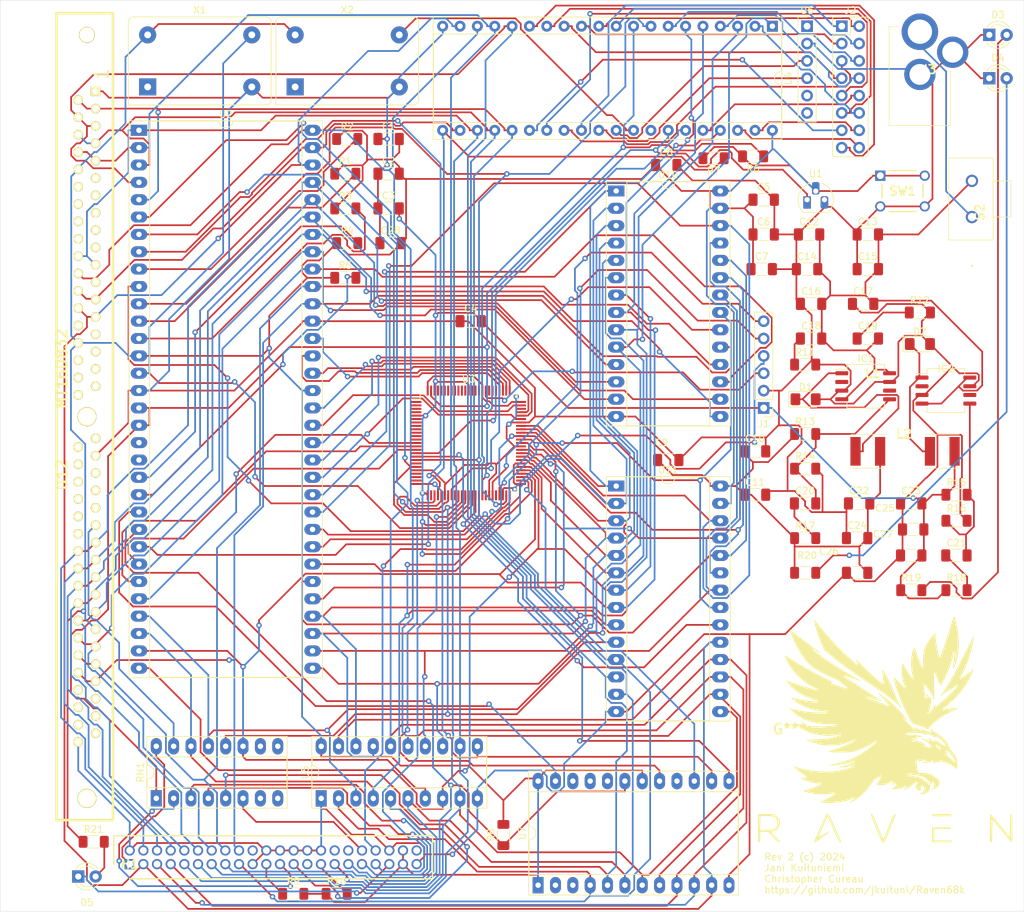
<source format=kicad_pcb>
(kicad_pcb (version 20221018) (generator pcbnew)
  (layers (0 "F.Cu" signal) (31 "B.Cu" signal) (34 "B.Paste" user) (35 "F.Paste" user) (36 "B.SilkS" user "B.Silkscreen") (37 "F.SilkS" user "F.Silkscreen") (38 "B.Mask" user) (39 "F.Mask" user) (44 "Edge.Cuts" user))
  (net 0 "")
  (net 1 "GND")
  (net 2 "+5V")
  (net 3 "+3V3")
  (net 4 "Net-(IC1-COMP)")
  (net 5 "Net-(C18-Pad1)")
  (net 6 "Net-(C19-Pad1)")
  (net 7 "Net-(C20-Pad1)")
  (net 8 "Net-(IC1-FB)")
  (net 9 "Net-(C21-Pad1)")
  (net 10 "Net-(IC2-FB)")
  (net 11 "Net-(D1-K)")
  (net 12 "Net-(D2-K)")
  (net 13 "Net-(D3-A)")
  (net 14 "Net-(D4-A)")
  (net 15 "~{IDE_LED}")
  (net 16 "Net-(D5-A)")
  (net 21 "Net-(J1-Pin_3)")
  (net 22 "Net-(J1-Pin_4)")
  (net 23 "Net-(J1-Pin_5)")
  (net 24 "Net-(J1-Pin_6)")
  (net 25 "OP0")
  (net 26 "TxDB")
  (net 27 "OP1")
  (net 28 "RxDB")
  (net 29 "OP2")
  (net 30 "IP0")
  (net 31 "OP3")
  (net 32 "IP1")
  (net 33 "OP4")
  (net 34 "IP2")
  (net 35 "OP5")
  (net 36 "IP3")
  (net 37 "OP6")
  (net 38 "IP4")
  (net 39 "OP7")
  (net 40 "IP5")
  (net 41 "Net-(U2-BGACK)")
  (net 42 "Net-(U2-BG)")
  (net 43 "Net-(U2-BR)")
  (net 44 "Net-(U2-VPA)")
  (net 45 "Net-(U2-BERR)")
  (net 46 "~{DUART_DTACK}")
  (net 47 "~{IPL0}")
  (net 48 "~{IPL1}")
  (net 49 "Net-(H1-Pad21)")
  (net 50 "Net-(H1-Pad29)")
  (net 51 "~{RESET}")
  (net 52 "Net-(RN1B-R2.1)")
  (net 53 "Net-(RN1C-R3.1)")
  (net 54 "Net-(RN1D-R4.1)")
  (net 55 "Net-(RN1E-R5.1)")
  (net 56 "Net-(RN1F-R6.1)")
  (net 61 "A3")
  (net 62 "~{OE}")
  (net 63 "A1")
  (net 64 "A2")
  (net 65 "~{WE}")
  (net 66 "Net-(RN1A-R1.2)")
  (net 67 "D4")
  (net 68 "D3")
  (net 69 "D2")
  (net 70 "D1")
  (net 71 "D0")
  (net 72 "~{AS}")
  (net 73 "~{UDS}")
  (net 74 "~{LDS}")
  (net 75 "R~{W}")
  (net 76 "~{CPU_DTACK}")
  (net 77 "Net-(U2-CLK)")
  (net 80 "~{IPL2}")
  (net 81 "FC2")
  (net 82 "FC1")
  (net 83 "FC0")
  (net 84 "A4")
  (net 85 "A5")
  (net 86 "A6")
  (net 87 "A7")
  (net 88 "A8")
  (net 89 "A9")
  (net 90 "A10")
  (net 91 "A11")
  (net 92 "A12")
  (net 93 "A13")
  (net 94 "A14")
  (net 95 "A15")
  (net 96 "A16")
  (net 97 "A17")
  (net 98 "A18")
  (net 99 "A19")
  (net 100 "A20")
  (net 101 "A21")
  (net 102 "A22")
  (net 103 "A23")
  (net 104 "D15")
  (net 105 "D14")
  (net 106 "D13")
  (net 107 "D12")
  (net 108 "D11")
  (net 109 "D10")
  (net 110 "D9")
  (net 111 "D8")
  (net 112 "D7")
  (net 113 "D6")
  (net 114 "D5")
  (net 119 "MA0")
  (net 121 "MA1")
  (net 122 "MA2")
  (net 123 "MA3")
  (net 124 "MA4")
  (net 125 "MA5")
  (net 126 "~{DUART_IACK}")
  (net 127 "~{RTC_CS}")
  (net 132 "NOT_AS")
  (net 134 "NOT_LDS")
  (net 135 "CAS0")
  (net 136 "CAS1")
  (net 138 "CAS2")
  (net 139 "~{IDE_CS1}")
  (net 140 "CAS3")
  (net 141 "MA6")
  (net 142 "~{ROM_LCE}")
  (net 143 "RAS2")
  (net 144 "RAS3")
  (net 147 "MA7")
  (net 149 "~{DUART_CS}")
  (net 151 "MA8")
  (net 152 "MA9")
  (net 153 "MA10")
  (net 154 "MA11")
  (net 155 "RAS0")
  (net 156 "RAS1")
  (net 157 "~{ROM_UCE}")
  (net 158 "RxDA")
  (net 159 "TxDA")
  (net 160 "Net-(U4-X1{slash}CLK)")
  (net 171 "~{IDE_CS2}")
  (net 173 "VDD")
  (net 174 "/RAM and ROM/MA0")
  (net 175 "/RAM and ROM/MA1")
  (net 176 "/RAM and ROM/MA2")
  (net 177 "/RAM and ROM/MA3")
  (net 178 "/RAM and ROM/MA4")
  (net 179 "/RAM and ROM/MA5")
  (net 180 "/RAM and ROM/MA6")
  (net 181 "/RAM and ROM/MA10")
  (net 182 "/RAM and ROM/MA7")
  (net 183 "/RAM and ROM/MA11")
  (net 184 "/RAM and ROM/MA8")
  (net 185 "/RAM and ROM/MA9")
  (net 186 "/RAM and ROM/RAS3")
  (net 187 "/RAM and ROM/RAS2")
  (net 188 "/RAM and ROM/CAS0")
  (net 189 "/RAM and ROM/CAS2")
  (net 190 "/RAM and ROM/CAS3")
  (net 191 "/RAM and ROM/CAS1")
  (net 192 "/RAM and ROM/RAS0")
  (net 193 "/RAM and ROM/RAS1")
  (footprint "Capacitor_SMD:C_1206_3216Metric_Pad1.33x1.80mm_HandSolder" (layer "F.Cu") (at 59.3975 44.45)
    (fp_text reference "C3")
    (fp_text value "0.1uF")
  )
  (footprint "Capacitor_SMD:C_1206_3216Metric_Pad1.33x1.80mm_HandSolder" (layer "F.Cu") (at 113.03 86.36)
    (fp_text reference "C11")
    (fp_text value "0.1uF")
  )
  (footprint "Resistor_SMD:R_1206_3216Metric_Pad1.30x1.75mm_HandSolder" (layer "F.Cu") (at 112.75 36.83 180)
    (fp_text reference "R6")
    (fp_text value "4.7k")
  )
  (footprint "Capacitor_SMD:C_1206_3216Metric_Pad1.33x1.80mm_HandSolder" (layer "F.Cu") (at 128.27 87.63)
    (fp_text reference "C22")
    (fp_text value "47uF")
  )
  (footprint "raven68k-rev1:GPTS203212B" (layer "F.Cu") (at 144.78 45.72 90)
    (fp_text reference "S2")
    (fp_text value "POWER_SW" hide)
  )
  (footprint "Oscillator:Oscillator_DIP-14_LargePads" (layer "F.Cu") (at 24.13 26.67)
    (fp_text reference "X1")
    (fp_text value "CLOCK")
  )
  (footprint "Capacitor_SMD:C_1206_3216Metric_Pad1.33x1.80mm_HandSolder" (layer "F.Cu") (at 114.3 48.26)
    (fp_text reference "C6")
    (fp_text value "0.1uF")
  )
  (footprint "Capacitor_SMD:C_1206_3216Metric_Pad1.33x1.80mm_HandSolder" (layer "F.Cu") (at 59.3975 34.29)
    (fp_text reference "C1")
    (fp_text value "0.1uF")
  )
  (footprint "Capacitor_SMD:C_1206_3216Metric_Pad1.33x1.80mm_HandSolder" (layer "F.Cu") (at 120.9425 48.26)
    (fp_text reference "C12")
    (fp_text value "0.1uF")
  )
  (footprint "Resistor_SMD:R_1206_3216Metric_Pad1.30x1.75mm_HandSolder" (layer "F.Cu") (at 53.06 44.45)
    (fp_text reference "R3")
    (fp_text value "2.2k")
  )
  (footprint "Connector_PinHeader_2.54mm:PinHeader_2x08_P2.54mm_Vertical" (layer "F.Cu") (at 125.73 17.78)
    (fp_text reference "J2")
    (fp_text value "DUART_IO")
  )
  (footprint "Capacitor_SMD:C_1206_3216Metric_Pad1.33x1.80mm_HandSolder" (layer "F.Cu") (at 128.855 58.42)
    (fp_text reference "C17")
    (fp_text value "220pF")
  )
  (footprint "Capacitor_SMD:C_1206_3216Metric_Pad1.33x1.80mm_HandSolder" (layer "F.Cu") (at 120.3575 87.63)
    (fp_text reference "C20")
    (fp_text value "470pF")
  )
  (footprint "Capacitor_SMD:C_1206_3216Metric_Pad1.33x1.80mm_HandSolder" (layer "F.Cu") (at 59.69 49.53)
    (fp_text reference "C28")
    (fp_text value "0.1uF")
  )
  (footprint "Resistor_SMD:R_1206_3216Metric_Pad1.30x1.75mm_HandSolder" (layer "F.Cu") (at 16.23 137.16)
    (fp_text reference "R21")
    (fp_text value "680")
  )
  (footprint "Resistor_SMD:R_1206_3216Metric_Pad1.30x1.75mm_HandSolder" (layer "F.Cu") (at 142.52 86.36)
    (fp_text reference "R15")
    (fp_text value "4.7K")
  )
  (footprint "Resistor_SMD:R_1206_3216Metric_Pad1.30x1.75mm_HandSolder" (layer "F.Cu") (at 120.37 97.79)
    (fp_text reference "R20")
    (fp_text value "680")
  )
  (footprint "Package_SO:SO-8_5.3x6.2mm_P1.27mm" (layer "F.Cu") (at 140.97 71.12)
    (fp_text reference "IC2")
    (fp_text value "L5970D013TR")
  )
  (footprint "Resistor_SMD:R_1206_3216Metric_Pad1.30x1.75mm_HandSolder" (layer "F.Cu") (at 53.06 54.61)
    (fp_text reference "R5")
    (fp_text value "2.2k")
  )
  (footprint "raven68k-rev1:SHDR44W55P200_2X22_4665X630X640P" (layer "F.Cu") (at 21.5 140.43)
    (fp_text reference "H1")
    (fp_text value "IDE-44-PIN" hide)
  )
  (footprint "Capacitor_SMD:C_1206_3216Metric_Pad1.33x1.80mm_HandSolder" (layer "F.Cu") (at 100.0375 38.1)
    (fp_text reference "C8")
    (fp_text value "0.1uF")
  )
  (footprint "Connector_PinHeader_2.54mm:PinHeader_1x06_P2.54mm_Vertical" (layer "F.Cu") (at 120.65 17.78)
    (fp_text reference "U6")
    (fp_text value "CONSOLE")
  )
  (footprint "Resistor_SMD:R_1206_3216Metric_Pad1.30x1.75mm_HandSolder" (layer "F.Cu") (at 137.16 59.69)
    (fp_text reference "R12")
    (fp_text value "4.7K")
  )
  (footprint "Package_SO:SO-8_5.3x6.2mm_P1.27mm" (layer "F.Cu") (at 129.23 70.485)
    (fp_text reference "IC1")
    (fp_text value "L5970D013TR")
  )
  (footprint "Package_QFP:TQFP-100_14x14mm_P0.5mm" (layer "F.Cu") (at 71.12 78.7825)
    (fp_text reference "U3")
    (fp_text value "XC9572XL-TQ100")
  )
  (footprint "Resistor_SMD:R_1206_3216Metric_Pad1.30x1.75mm_HandSolder" (layer "F.Cu") (at 120.37 92.71)
    (fp_text reference "R17")
    (fp_text value "390")
  )
  (footprint "Diode_SMD:D_1206_3216Metric_Pad1.42x1.75mm_HandSolder" (layer "F.Cu") (at 120.4325 72.39)
    (fp_text reference "D1")
    (fp_text value "SB140")
  )
  (footprint "Resistor_SMD:R_1206_3216Metric_Pad1.30x1.75mm_HandSolder" (layer "F.Cu") (at 106.96 37.11 180)
    (fp_text reference "R7")
    (fp_text value "4.7k")
  )
  (footprint "Diode_SMD:D_1206_3216Metric_Pad1.42x1.75mm_HandSolder" (layer "F.Cu") (at 137.16 64.3)
    (fp_text reference "D2")
    (fp_text value "SB140")
  )
  (footprint "Resistor_SMD:R_1206_3216Metric_Pad1.30x1.75mm_HandSolder" (layer "F.Cu") (at 53.34 34.29)
    (fp_text reference "R2")
    (fp_text value "2.2k")
  )
  (footprint "Capacitor_SMD:C_1206_3216Metric_Pad1.33x1.80mm_HandSolder" (layer "F.Cu") (at 127.9775 92.71)
    (fp_text reference "C24")
    (fp_text value "47uF")
  )
  (footprint "Resistor_SMD:R_1206_3216Metric_Pad1.30x1.75mm_HandSolder" (layer "F.Cu") (at 76.2 136.17 90)
    (fp_text reference "R8")
    (fp_text value "4.7k")
  )
  (footprint "Package_DIP:DIP-64_W25.4mm_Socket_LongPads" (layer "F.Cu") (at 22.86 33.015)
    (fp_text reference "U2")
    (fp_text value "68010D")
  )
  (footprint "Package_DIP:DIP-20_W7.62mm_Socket_LongPads" (layer "F.Cu") (at 49.53 130.81 90)
    (fp_text reference "U5")
    (fp_text value "74LS373")
  )
  (footprint "raven68k-rev1:TS0266170BK160SCRD" (layer "F.Cu") (at 131.37 39.66)
    (fp_text reference "SW1")
    (fp_text value "RESET_SW" hide)
  )
  (footprint "Capacitor_SMD:C_1206_3216Metric_Pad1.33x1.80mm_HandSolder" (layer "F.Cu") (at 114.3 43.18)
    (fp_text reference "C5")
    (fp_text value "0.1uF")
  )
  (footprint "Capacitor_SMD:C_1206_3216Metric_Pad1.33x1.80mm_HandSolder" (layer "F.Cu") (at 136.1825 91.44)
    (fp_text reference "C25")
    (fp_text value "47uF")
  )
  (footprint "Package_DIP:DIP-16_W7.62mm_Socket_LongPads" (layer "F.Cu") (at 25.39 130.8 90)
    (fp_text reference "RN1")
    (fp_text value "22")
  )
  (footprint "LED_THT:LED_D3.0mm" (layer "F.Cu") (at 13.97 142.24)
    (fp_text reference "D5")
    (fp_text value "LED")
  )
  (footprint "Resistor_SMD:R_1206_3216Metric_Pad1.30x1.75mm_HandSolder" (layer "F.Cu") (at 51.79 144.78)
    (fp_text reference "R10")
    (fp_text value "10K")
  )
  (footprint "Package_DIP:DIP-24_W15.24mm_Socket_LongPads" (layer "F.Cu") (at 81.28 143.51 90)
    (fp_text reference "U7")
    (fp_text value "DS12887+")
  )
  (footprint "Resistor_SMD:R_1206_3216Metric_Pad1.30x1.75mm_HandSolder" (layer "F.Cu") (at 53.06 39.37)
    (fp_text reference "R1")
    (fp_text value "2.2k")
  )
  (footprint "raven68k-rev1:SRN5040TA101K" (layer "F.Cu") (at 140.44 80.01)
    (fp_text reference "L2")
    (fp_text value "SRN5040TA-101K" hide)
  )
  (footprint "Resistor_SMD:R_1206_3216Metric_Pad1.30x1.75mm_HandSolder" (layer "F.Cu") (at 53.34 49.53)
    (fp_text reference "R4")
    (fp_text value "2.2k")
  )
  (footprint "Package_DIP:DIP-40_W15.24mm_Socket" (layer "F.Cu") (at 115.57 17.78 -90)
    (fp_text reference "U4")
    (fp_text value "68681")
  )
  (footprint "Resistor_SMD:R_1206_3216Metric_Pad1.30x1.75mm_HandSolder" (layer "F.Cu") (at 120.37 67.31)
    (fp_text reference "R11")
    (fp_text value "4.7K")
  )
  (footprint "Capacitor_SMD:C_1206_3216Metric_Pad1.33x1.80mm_HandSolder" (layer "F.Cu") (at 71.4125 60.96)
    (fp_text reference "C4")
    (fp_text value "0.1uF")
  )
  (footprint "Package_DIP:DIP-28_W15.24mm_Socket_LongPads" (layer "F.Cu") (at 92.705 41.895)
    (fp_text reference "U10")
    (fp_text value "28C256")
  )
  (footprint "Capacitor_SMD:C_1206_3216Metric_Pad1.33x1.80mm_HandSolder" (layer "F.Cu") (at 135.89 87.63)
    (fp_text reference "C23")
    (fp_text value "47uF")
  )
  (footprint "raven68k-rev1:SRN5040TA101K" (layer "F.Cu") (at 129.54 80.01)
    (fp_text reference "L1")
    (fp_text value "SRN5040TA-101K" hide)
  )
  (footprint "Resistor_SMD:R_1206_3216Metric_Pad1.30x1.75mm_HandSolder" (layer "F.Cu") (at 142.52 100.33)
    (fp_text reference "R18")
    (fp_text value "390")
  )
  (footprint "Capacitor_SMD:C_1206_3216Metric_Pad1.33x1.80mm_HandSolder" (layer "F.Cu") (at 129.54 48.26)
    (fp_text reference "C13")
    (fp_text value "0.1uF")
  )
  (footprint "Capacitor_SMD:C_1206_3216Metric_Pad1.33x1.80mm_HandSolder" (layer "F.Cu") (at 120.65 53.34)
    (fp_text reference "C14")
    (fp_text value "10uF")
  )
  (footprint "Capacitor_SMD:C_1206_3216Metric_Pad1.33x1.80mm_HandSolder" (layer "F.Cu") (at 127.9775 97.79)
    (fp_text reference "C26")
    (fp_text value "0.1uF")
  )
  (footprint "Capacitor_SMD:C_1206_3216Metric_Pad1.33x1.80mm_HandSolder" (layer "F.Cu") (at 129.54 63.5)
    (fp_text reference "C19")
    (fp_text value "22nF")
  )
  (footprint "KISS68030 Lib:DRAM-72-2021" (layer "F.Cu") (at 15.24 74.93 90)
    (fp_text reference "U12")
    (fp_text value "MT16D832")
  )
  (footprint "Capacitor_SMD:C_1206_3216Metric_Pad1.33x1.80mm_HandSolder" (layer "F.Cu") (at 59.3975 39.37)
    (fp_text reference "C2")
    (fp_text value "0.1uF")
  )
  (footprint "Oscillator:Oscillator_DIP-14_LargePads" (layer "F.Cu") (at 45.72 26.67)
    (fp_text reference "X2")
    (fp_text value "CXO_DIP14")
  )
  (footprint "raven68k-rev1:RAPC722BK" (layer "F.Cu") (at 137.16 18.59)
    (fp_text reference "J3")
    (fp_text value "RAPC722BK" hide)
  )
  (footprint "LED_THT:LED_D3.0mm" (layer "F.Cu") (at 147.32 25.4)
    (fp_text reference "D4")
    (fp_text value "5V")
  )
  (footprint "LED_THT:LED_D3.0mm" (layer "F.Cu") (at 147.32 19.05)
    (fp_text reference "D3")
    (fp_text value "3.3V")
  )
  (footprint "Resistor_SMD:R_1206_3216Metric_Pad1.30x1.75mm_HandSolder" (layer "F.Cu") (at 120.37 77.47)
    (fp_text reference "R13")
    (fp_text value "3.9K")
  )
  (footprint "Package_TO_SOT_THT:TO-92L_HandSolder" (layer "F.Cu") (at 120.65 43.18)
    (fp_text reference "U1")
    (fp_text value "MCP100-465D")
  )
  (footprint "Capacitor_SMD:C_1206_3216Metric_Pad1.33x1.80mm_HandSolder" (layer "F.Cu") (at 135.89 95.25)
    (fp_text reference "C27")
    (fp_text value "0.1uF")
  )
  (footprint "Resistor_SMD:R_1206_3216Metric_Pad1.30x1.75mm_HandSolder" (layer "F.Cu") (at 120.37 82.55)
    (fp_text reference "R14")
    (fp_text value "1.2K")
  )
  (footprint "Resistor_SMD:R_1206_3216Metric_Pad1.30x1.75mm_HandSolder" (layer "F.Cu") (at 142.52 90.17)
    (fp_text reference "R16")
    (fp_text value "2.7K")
  )
  (footprint "Capacitor_SMD:C_1206_3216Metric_Pad1.33x1.80mm_HandSolder" (layer "F.Cu") (at 129.54 53.34)
    (fp_text reference "C15")
    (fp_text value "10uF")
  )
  (footprint "Capacitor_SMD:C_1206_3216Metric_Pad1.33x1.80mm_HandSolder" (layer "F.Cu") (at 142.5075 95.25)
    (fp_text reference "C21")
    (fp_text value "470pF")
  )
  (footprint "Capacitor_SMD:C_1206_3216Metric_Pad1.33x1.80mm_HandSolder" (layer "F.Cu") (at 100.33 81.28)
    (fp_text reference "C9")
    (fp_text value "0.1uF")
  )
  (footprint "Capacitor_SMD:C_1206_3216Metric_Pad1.33x1.80mm_HandSolder" (layer "F.Cu") (at 113.03 80.01)
    (fp_text reference "C10")
    (fp_text value "0.1uF")
  )
  (footprint "Capacitor_SMD:C_1206_3216Metric_Pad1.33x1.80mm_HandSolder" (layer "F.Cu") (at 121.235 63.5)
    (fp_text reference "C18")
    (fp_text value "22nF")
  )
  (footprint "Capacitor_SMD:C_1206_3216Metric_Pad1.33x1.80mm_HandSolder" (layer "F.Cu") (at 114.0075 53.34)
    (fp_text reference "C7")
    (fp_text value "0.1uF")
  )
  (footprint "Package_DIP:DIP-28_W15.24mm_Socket_LongPads" (layer "F.Cu") (at 92.71 85.09)
    (fp_text reference "U11")
    (fp_text value "28C256")
  )
  (footprint "Connector_PinHeader_2.54mm:PinHeader_1x06_P2.54mm_Vertical" (layer "F.Cu") (at 114.3 73.66 180)
    (fp_text reference "J1")
    (fp_text value "CPLD_JTAG")
  )
  (footprint "raven68k-rev1:Raven_Logo" (layer "F.Cu") (at 132.08 120.65)
    (fp_text reference "G***")
    (fp_text value "LOGO" hide)
  )
  (footprint "Capacitor_SMD:C_1206_3216Metric_Pad1.33x1.80mm_HandSolder" (layer "F.Cu") (at 121.235 58.42)
    (fp_text reference "C16")
    (fp_text value "220pF")
  )
  (footprint "Resistor_SMD:R_1206_3216Metric_Pad1.30x1.75mm_HandSolder" (layer "F.Cu") (at 135.9025 100.33)
    (fp_text reference "R19")
    (fp_text value "330")
  )
  (footprint "Resistor_SMD:R_1206_3216Metric_Pad1.30x1.75mm_HandSolder" (layer "F.Cu") (at 45.44 144.78)
    (fp_text reference "R9")
    (fp_text value "10K")
  )
  (gr_rect (start 2.54 13.97) (end 152.4 147.32) (stroke (width 0.05)) (fill none) (layer "Edge.Cuts"))
  (gr_text "Rev 2 (c) 2024\nJani Kuituniemi\nChristopher Cureau\nhttps://github.com/jkuituni/Raven68k" (at 114.3 144.78) (layer "F.SilkS") (effects (font (size 1 1)) (justify left bottom)))
  (segment (start 53.9918 136.1223) (end 57.1923 136.1223) (width 0.25) (layer "F.Cu") (net 1))
  (segment (start 103.8761 40.3761) (end 101.6 38.1) (width 0.25) (layer "F.Cu") (net 1))
  (segment (start 123.2686 44.2252) (end 124.2352 44.2252) (width 0.25) (layer "F.Cu") (net 1))
  (segment (start 57.835 39.37) (end 59.1033 38.1017) (width 0.25) (layer "F.Cu") (net 1))
  (segment (start 144.47 70.485) (end 144.8837 70.485) (width 0.25) (layer "F.Cu") (net 1))
  (segment (start 67.62 84.8999) (end 67.62 86.445) (width 0.25) (layer "F.Cu") (net 1))
  (segment (start 137.4377 60.9623) (end 138.71 59.69) (width 0.25) (layer "F.Cu") (net 1))
  (segment (start 139.7309 82.2889) (end 138.1345 83.8853) (width 0.25) (layer "F.Cu") (net 1))
  (segment (start 133.1045 69.85) (end 134.0093 68.9452) (width 0.25) (layer "F.Cu") (net 1))
  (segment (start 41.5 138.43) (end 41.3006 138.43) (width 0.25) (layer "F.Cu") (net 1))
  (segment (start 40.9469 28.2469) (end 59.3831 28.2469) (width 0.25) (layer "F.Cu") (net 1))
  (segment (start 69.85 60.96) (end 49.7919 60.96) (width 0.25) (layer "F.Cu") (net 1))
  (segment (start 119.8356 78.8294) (end 117.7946 80.8704) (width 0.25) (layer "F.Cu") (net 1))
  (segment (start 119.6725 58.42) (end 121.3206 60.0681) (width 0.25) (layer "F.Cu") (net 1))
  (segment (start 21.5 138.43) (end 22.5883 137.3417) (width 0.25) (layer "F.Cu") (net 1))
  (segment (start 91.1781 74.915) (end 80.8163 74.915) (width 0.25) (layer "F.Cu") (net 1))
  (segment (start 78.7825 75.7825) (end 79.9488 75.7825) (width 0.25) (layer "F.Cu") (net 1))
  (segment (start 126.1152 67.31) (end 127.0242 68.219) (width 0.25) (layer "F.Cu") (net 1))
  (segment (start 80.8163 70.7309) (end 71.0454 60.96) (width 0.25) (layer "F.Cu") (net 1))
  (segment (start 124.0577 72.39) (end 124.0604 72.3927) (width 0.25) (layer "F.Cu") (net 1))
  (segment (start 39.37 26.67) (end 40.9469 28.2469) (width 0.25) (layer "F.Cu") (net 1))
  (segment (start 22.5883 137.3417) (end 40.2123 137.3417) (width 0.25) (layer "F.Cu") (net 1))
  (segment (start 36.8166 71.115) (end 46.7331 61.1985) (width 0.25) (layer "F.Cu") (net 1))
  (segment (start 141.9658 67.6182) (end 138.6475 64.3) (width 0.25) (layer "F.Cu") (net 1))
  (segment (start 127.9775 53.34) (end 127.9775 48.26) (width 0.25) (layer "F.Cu") (net 1))
  (segment (start 16.51 27.305) (end 17.5354 27.305) (width 0.25) (layer "F.Cu") (net 1))
  (segment (start 117.4406 106.7644) (end 126.415 97.79) (width 0.25) (layer "F.Cu") (net 1))
  (segment (start 121.92 67.31) (end 126.1152 67.31) (width 0.25) (layer "F.Cu") (net 1))
  (segment (start 77.412 72.7825) (end 76.8555 73.339) (width 0.25) (layer "F.Cu") (net 1))
  (segment (start 145.783 69.5857) (end 145.783 68.8441) (width 0.25) (layer "F.Cu") (net 1))
  (segment (start 115.8625 43.18) (end 113.0586 40.3761) (width 0.25) (layer "F.Cu") (net 1))
  (segment (start 75.1508 83.2125) (end 74.12 84.2433) (width 0.25) (layer "F.Cu") (net 1))
  (segment (start 143.3169 77.7677) (end 143.1323 77.5831) (width 0.25) (layer "F.Cu") (net 1))
  (segment (start 143.5531 21.59) (end 146.0931 19.05) (width 0.25) (layer "F.Cu") (net 1))
  (segment (start 77.8063 79.2825) (end 75.1508 81.938) (width 0.25) (layer "F.Cu") (net 1))
  (segment (start 143.1323 77.5831) (end 139.7309 77.5831) (width 0.25) (layer "F.Cu") (net 1))
  (segment (start 120.3575 87.3108) (end 120.3575 87.9678) (width 0.25) (layer "F.Cu") (net 1))
  (segment (start 126.415 88.9063) (end 126.415 92.71) (width 0.25) (layer "F.Cu") (net 1))
  (segment (start 49.7919 60.96) (end 49.7869 60.955) (width 0.25) (layer "F.Cu") (net 1))
  (segment (start 119.38 48.1138) (end 123.2686 44.2252) (width 0.25) (layer "F.Cu") (net 1))
  (segment (start 47.5 138.43) (end 45.5 138.43) (width 0.25) (layer "F.Cu") (net 1))
  (segment (start 127.0242 69.2109) (end 127.0227 69.2124) (width 0.25) (layer "F.Cu") (net 1))
  (segment (start 116.5314 76.2018) (end 116.4447 76.2018) (width 0.25) (layer "F.Cu") (net 1))
  (segment (start 130.5479 99.0296) (end 127.6546 99.0296) (width 0.25) (layer "F.Cu") (net 1))
  (segment (start 127.0227 69.2124) (end 127.0227 70.2008) (width 0.25) (layer "F.Cu") (net 1))
  (segment (start 21.3331 71.115) (end 21.3331 75.8219) (width 0.25) (layer "F.Cu") (net 1))
  (segment (start 118.862 85.8153) (end 120.3575 87.3108) (width 0.25) (layer "F.Cu") (net 1))
  (segment (start 92.705 74.915) (end 91.1781 74.915) (width 0.25) (layer "F.Cu") (net 1))
  (segment (start 79.9488 75.7825) (end 80.8163 74.915) (width 0.25) (layer "F.Cu") (net 1))
  (segment (start 109.22 143.51) (end 109.22 141.9831) (width 0.25) (layer "F.Cu") (net 1))
  (segment (start 78.0768 72.7825) (end 77.412 72.7825) (width 0.25) (layer "F.Cu") (net 1))
  (segment (start 21.3331 75.8219) (end 16.51 80.645) (width 0.25) (layer "F.Cu") (net 1))
  (segment (start 73.6592 72.6716) (end 73.12 72.1324) (width 0.25) (layer "F.Cu") (net 1))
  (segment (start 50.2064 132.3369) (end 53.9918 136.1223) (width 0.25) (layer "F.Cu") (net 1))
  (segment (start 73.12 71.12) (end 73.12 70.2684) (width 0.25) (layer "F.Cu") (net 1))
  (segment (start 134.0093 68.9452) (end 134.0093 64.0121) (width 0.25) (layer "F.Cu") (net 1))
  (segment (start 59.3831 28.2469) (end 60.96 26.67) (width 0.25) (layer "F.Cu") (net 1))
  (segment (start 116.9112 71.12) (end 116.5314 71.12) (width 0.25) (layer "F.Cu") (net 1))
  (segment (start 137.87 44.16) (end 131.37 44.16) (width 0.25) (layer "F.Cu") (net 1))
  (segment (start 65.7988 82.7825) (end 67.7681 84.7518) (width 0.25) (layer "F.Cu") (net 1))
  (segment (start 75.1508 81.938) (end 74.9826 81.7698) (width 0.25) (layer "F.Cu") (net 1))
  (segment (start 71.8766 69.025) (end 65.9464 69.025) (width 0.25) (layer "F.Cu") (net 1))
  (segment (start 121.92 72.39) (end 124.0577 72.39) (width 0.25) (layer "F.Cu") (net 1))
  (segment (start 127.1941 73.0175) (end 127.4449 73.0175) (width 0.25) (layer "F.Cu") (net 1))
  (segment (start 124.0604 72.3927) (end 125.3331 71.12) (width 0.25) (layer "F.Cu") (net 1))
  (segment (start 74.12 84.2433) (end 74.12 86.445) (width 0.25) (layer "F.Cu") (net 1))
  (segment (start 101.8925 81.28) (end 95.5275 74.915) (width 0.25) (layer "F.Cu") (net 1))
  (segment (start 77.8063 79.2825) (end 76.6745 78.1507) (width 0.25) (layer "F.Cu") (net 1))
  (segment (start 112.2293 106.7644) (end 117.4406 106.7644) (width 0.25) (layer "F.Cu") (net 1))
  (segment (start 94.2369 118.11) (end 105.5825 106.7644) (width 0.25) (layer "F.Cu") (net 1))
  (segment (start 65.12 69.8514) (end 65.12 71.12) (width 0.25) (layer "F.Cu") (net 1))
  (segment (start 122.9104 88.9063) (end 126.415 88.9063) (width 0.25) (layer "F.Cu") (net 1))
  (segment (start 57.835 44.45) (end 58.1275 44.7425) (width 0.25) (layer "F.Cu") (net 1))
  (segment (start 121.3206 66.7106) (end 116.9112 71.12) (width 0.25) (layer "F.Cu") (net 1))
  (segment (start 119.0875 48.26) (end 119.0875 53.34) (width 0.25) (layer "F.Cu") (net 1))
  (segment (start 64.6359 137.9716) (end 64.0174 137.3531) (width 0.25) (layer "F.Cu") (net 1))
  (segment (start 131.37 44.16) (end 127.77 47.76) (width 0.25) (layer "F.Cu") (net 1))
  (segment (start 127.1932 73.0184) (end 127.1941 73.0175) (width 0.25) (layer "F.Cu") (net 1))
  (segment (start 113.0586 40.3761) (end 103.8761 40.3761) (width 0.25) (layer "F.Cu") (net 1))
  (segment (start 78.7825 75.7825) (end 77.2511 75.7825) (width 0.25) (layer "F.Cu") (net 1))
  (segment (start 119.0875 53.34) (end 115.57 53.34) (width 0.25) (layer "F.Cu") (net 1))
  (segment (start 71.0454 60.96) (end 69.85 60.96) (width 0.25) (layer "F.Cu") (net 1))
  (segment (start 114.5108 77.9723) (end 105.2002 77.9723) (width 0.25) (layer "F.Cu") (net 1))
  (segment (start 143.5531 22.86) (end 146.0931 25.4) (width 0.25) (layer "F.Cu") (net 1))
  (segment (start 43.5 138.43) (end 45.5 138.43) (width 0.25) (layer "F.Cu") (net 1))
  (segment (start 80.8163 74.915) (end 80.8163 70.7309) (width 0.25) (layer "F.Cu") (net 1))
  (segment (start 137.4377 63.0902) (end 138.6475 64.3) (width 0.25) (layer "F.Cu") (net 1))
  (segment (start 119.38 48.26) (end 119.0875 48.26) (width 0.25) (layer "F.Cu") (net 1))
  (segment (start 138.71 24.84) (end 141.96 21.59) (width 0.25) (layer "F.Cu") (net 1))
  (segment (start 73.12 70.2684) (end 71.8766 69.025) (width 0.25) (layer "F.Cu") (net 1))
  (segment (start 127.77 47.76) (end 127.77 48.0525) (width 0.25) (layer "F.Cu") (net 1))
  (segment (start 121.296 88.9063) (end 122.9104 88.9063) (width 0.25) (layer "F.Cu") (net 1))
  (segment (start 127.0227 70.2008) (end 126.1035 71.12) (width 0.25) (layer "F.Cu") (net 1))
  (segment (start 74.774 73.339) (end 74.1066 72.6716) (width 0.25) (layer "F.Cu") (net 1))
  (segment (start 132.3341 58.4437) (end 137.4637 58.4437) (width 0.25) (layer "F.Cu") (net 1))
  (segment (start 41.3006 138.6294) (end 39.5 140.43) (width 0.25) (layer "F.Cu") (net 1))
  (segment (start 127.6546 99.0296) (end 126.415 97.79) (width 0.25) (layer "F.Cu") (net 1))
  (segment (start 143.3169 83.8499) (end 143.3169 77.7677) (width 0.25) (layer "F.Cu") (net 1))
  (segment (start 116.5314 71.12) (end 116.5314 76.2018) (width 0.25) (layer "F.Cu") (net 1))
  (segment (start 134.62 94.9575) (end 134.3275 95.25) (width 0.25) (layer "F.Cu") (net 1))
  (segment (start 73.12 72.1324) (end 73.12 71.12) (width 0.25) (layer "F.Cu") (net 1))
  (segment (start 40.2123 137.3417) (end 41.3006 138.43) (width 0.25) (layer "F.Cu") (net 1))
  (segment (start 137.829 71.755) (end 137.47 71.755) (width 0.25) (layer "F.Cu") (net 1))
  (segment (start 120.3575 87.9678) (end 121.296 88.9063) (width 0.25) (layer "F.Cu") (net 1))
  (segment (start 134.62 91.44) (end 134.62 94.9575) (width 0.25) (layer "F.Cu") (net 1))
  (segment (start 134.62 91.44) (end 134.62 87.9225) (width 0.25) (layer "F.Cu") (net 1))
  (segment (start 145.783 68.8441) (end 145.5264 68.5875) (width 0.25) (layer "F.Cu") (net 1))
  (segment (start 126.415 88.9063) (end 126.415 87.9225) (width 0.25) (layer "F.Cu") (net 1))
  (segment (start 119.0875 53.34) (end 119.0875 57.835) (width 0.25) (layer "F.Cu") (net 1))
  (segment (start 124.6852 73.0175) (end 125.7186 73.0175) (width 0.25) (layer "F.Cu") (net 1))
  (segment (start 143.0857 84.0811) (end 143.3169 83.8499) (width 0.25) (layer "F.Cu") (net 1))
  (segment (start 121.92 82.55) (end 122.9104 83.5404) (width 0.25) (layer "F.Cu") (net 1))
  (segment (start 70.5181 82.0018) (end 67.7681 84.7518) (width 0.25) (layer "F.Cu") (net 1))
  (segment (start 105.5825 106.7644) (end 112.2293 106.7644) (width 0.25) (layer "F.Cu") (net 1))
  (segment (start 115.1372 85.8153) (end 114.5925 86.36) (width 0.25) (layer "F.Cu") (net 1))
  (segment (start 131.0803 59.6975) (end 132.3341 58.4437) (width 0.25) (layer "F.Cu") (net 1))
  (segment (start 78.0768 72.7825) (end 78.0768 72.0014) (width 0.25) (layer "F.Cu") (net 1))
  (segment (start 116.4447 76.2018) (end 114.5925 78.054) (width 0.25) (layer "F.Cu") (net 1))
  (segment (start 119.3953 76.2018) (end 119.8356 76.6421) (width 0.25) (layer "F.Cu") (net 1))
  (segment (start 49.53 132.3369) (end 50.2064 132.3369) (width 0.25) (layer "F.Cu") (net 1))
  (segment (start 73.8704 82.0018) (end 70.5181 82.0018) (width 0.25) (layer "F.Cu") (net 1))
  (segment (start 127.2925 58.42) (end 128.57 59.6975) (width 0.25) (layer "F.Cu") (net 1))
  (segment (start 134.3275 95.25) (end 130.5479 99.0296) (width 0.25) (layer "F.Cu") (net 1))
  (segment (start 76.6745 78.1507) (end 76.6745 76.3591) (width 0.25) (layer "F.Cu") (net 1))
  (segment (start 143.5531 21.59) (end 143.5531 22.86) (width 0.25) (layer "F.Cu") (net 1))
  (segment (start 117.7946 85.8153) (end 118.862 85.8153) (width 0.25) (layer "F.Cu") (net 1))
  (segment (start 137.47 71.755) (end 137.0712 71.755) (width 0.25) (layer "F.Cu") (net 1))
  (segment (start 58.1275 44.7425) (end 58.1275 49.53) (width 0.25) (layer "F.Cu") (net 1))
  (segment (start 138.1345 83.8853) (end 138.0722 83.8853) (width 0.25) (layer "F.Cu") (net 1))
  (segment (start 74.9826 81.7698) (end 74.1024 81.7698) (width 0.25) (layer "F.Cu") (net 1))
  (segment (start 41.5 138.43) (end 43.5 138.43) (width 0.25) (layer "F.Cu") (net 1))
  (segment (start 105.2002 77.9723) (end 101.8925 81.28) (width 0.25) (layer "F.Cu") (net 1))
  (segment (start 125.3331 71.12) (end 125.73 71.12) (width 0.25) (layer "F.Cu") (net 1))
  (segment (start 123.2686 43.2586) (end 123.19 43.18) (width 0.25) (layer "F.Cu") (net 1))
  (segment (start 142.935 68.5875) (end 141.9658 67.6182) (width 0.25) (layer "F.Cu") (net 1))
  (segment (start 49.53 130.81) (end 49.53 132.3369) (width 0.25) (layer "F.Cu") (net 1))
  (segment (start 139.0004 25.1304) (end 138.71 24.84) (width 0.25) (layer "F.Cu") (net 1))
  (segment (start 76.8555 73.339) (end 74.774 73.339) (width 0.25) (layer "F.Cu") (net 1))
  (segment (start 48.26 60.955) (end 49.7869 60.955) (width 0.25) (layer "F.Cu") (net 1))
  (segment (start 64.6359 139.2941) (end 64.6359 138.9951) (width 0.25) (layer "F.Cu") (net 1))
  (segment (start 57.8491 34.2759) (end 57.835 34.29) (width 0.25) (layer "F.Cu") (net 1))
  (segment (start 139.0004 43.0296) (end 139.0004 25.1304) (width 0.25) (layer "F.Cu") (net 1))
  (segment (start 116.5314 71.12) (end 114.3 71.12) (width 0.25) (layer "F.Cu") (net 1))
  (segment (start 77.8063 79.2825) (end 78.7825 79.2825) (width 0.25) (layer "F.Cu") (net 1))
  (segment (start 130.6124 69.85) (end 132.73 69.85) (width 0.25) (layer "F.Cu") (net 1))
  (segment (start 137.4637 58.4437) (end 138.71 59.69) (width 0.25) (layer "F.Cu") (net 1))
  (segment (start 123.2686 44.2252) (end 123.2686 43.2586) (width 0.25) (layer "F.Cu") (net 1))
  (segment (start 117.7946 85.8153) (end 115.1372 85.8153) (width 0.25) (layer "F.Cu") (net 1))
  (segment (start 143.0857 89.1857) (end 143.0857 84.0811) (width 0.25) (layer "F.Cu") (net 1))
  (segment (start 144.07 90.17) (end 143.0857 89.1857) (width 0.25) (layer "F.Cu") (net 1))
  (segment (start 119.0875 57.835) (end 119.6725 58.42) (width 0.25) (layer "F.Cu") (net 1))
  (segment (start 59.1033 38.1017) (end 59.1883 38.1017) (width 0.25) (layer "F.Cu") (net 1))
  (segment (start 141.9658 67.6182) (end 137.829 71.755) (width 0.25) (layer "F.Cu") (net 1))
  (segment (start 132.73 69.85) (end 133.1045 69.85) (width 0.25) (layer "F.Cu") (net 1))
  (segment (start 109.22 141.9831) (end 112.2293 138.9738) (width 0.25) (layer "F.Cu") (net 1))
  (segment (start 127.4449 73.0175) (end 130.6124 69.85) (width 0.25) (layer "F.Cu") (net 1))
  (segment (start 124.0604 72.3927) (end 124.6852 73.0175) (width 0.25) (layer "F.Cu") (net 1))
  (segment (start 114.5925 78.054) (end 114.5925 80.01) (width 0.25) (layer "F.Cu") (net 1))
  (segment (start 59.1883 34.2759) (end 57.8491 34.2759) (width 0.25) (layer "F.Cu") (net 1))
  (segment (start 57.835 39.37) (end 57.835 44.45) (width 0.25) (layer "F.Cu") (net 1))
  (segment (start 139.7309 77.5831) (end 139.7309 82.2889) (width 0.25) (layer "F.Cu") (net 1))
  (segment (start 116.5314 76.2018) (end 119.3953 76.2018) (width 0.25) (layer "F.Cu") (net 1))
  (segment (start 137.16 24.84) (end 138.71 24.84) (width 0.25) (layer "F.Cu") (net 1))
  (segment (start 60.5769 137.3531) (end 59.5 138.43) (width 0.25) (layer "F.Cu") (net 1))
  (segment (start 138.0722 83.8853) (end 134.3275 87.63) (width 0.25) (layer "F.Cu") (net 1))
  (segment (start 114.5925 78.054) (end 114.5108 77.9723) (width 0.25) (layer "F.Cu") (net 1))
  (segment (start 64.0174 137.3531) (end 60.5769 137.3531) (width 0.25) (layer "F.Cu") (net 1))
  (segment (start 64.6359 138.9951) (end 64.6359 137.9716) (width 0.25) (layer "F.Cu") (net 1))
  (segment (start 74.1066 72.6716) (end 73.6592 72.6716) (width 0.25) (layer "F.Cu") (net 1))
  (segment (start 121.3206 60.0681) (end 121.3206 66.7106) (width 0.25) (layer "F.Cu") (net 1))
  (segment (start 141.96 21.59) (end 143.5531 21.59) (width 0.25) (layer "F.Cu") (net 1))
  (segment (start 117.7946 80.8704) (end 117.7946 85.8153) (width 0.25) (layer "F.Cu") (net 1))
  (segment (start 63.5 140.43) (end 64.6359 139.2941) (width 0.25) (layer "F.Cu") (net 1))
  (segment (start 17.5354 27.305) (end 18.4773 28.2469) (width 0.25) (layer "F.Cu") (net 1))
  (segment (start 147.32 19.05) (end 146.0931 19.05) (width 0.25) (layer "F.Cu") (net 1))
  (segment (start 92.71 118.11) (end 94.2369 118.11) (width 0.25) (layer "F.Cu") (net 1))
  (segment (start 75.1508 81.938) (end 75.1508 83.2125) (width 0.25) (layer "F.Cu") (net 1))
  (segment (start 134.9312 63.0902) (end 137.4377 63.0902) (width 0.25) (layer "F.Cu") (net 1))
  (segment (start 63.4575 82.7825) (end 65.7988 82.7825) (width 0.25) (layer "F.Cu") (net 1))
  (segment (start 22.86 71.115) (end 21.3331 71.115) (width 0.25) (layer "F.Cu") (net 1))
  (segment (start 46.7331 61.1985) (end 46.7331 60.955) (width 0.25) (layer "F.Cu") (net 1))
  (segment (start 122.9104 83.5404) (end 122.9104 88.9063) (width 0.25) (layer "F.Cu") (net 1))
  (segment (start 137.4377 63.0902) (end 137.4377 60.9623) (width 0.25) (layer "F.Cu") (net 1))
  (segment (start 78.0768 72.7825) (end 78.7825 72.7825) (width 0.25) (layer "F.Cu") (net 1))
  (segment (start 115.8625 48.26) (end 115.8625 43.18) (width 0.25) (layer "F.Cu") (net 1))
  (segment (start 64.6359 138.9951) (end 68.7405 138.9951) (width 0.25) (layer "F.Cu") (net 1))
  (segment (start 137.0712 71.755) (end 136.1925 72.6337) (width 0.25) (layer "F.Cu") (net 1))
  (segment (start 126.1035 71.12) (end 125.73 71.12) (width 0.25) (layer "F.Cu") (net 1))
  (segment (start 119.38 48.26) (end 119.38 48.1138) (width 0.25) (layer "F.Cu") (net 1))
  (segment (start 125.7186 73.0175) (end 125.7195 73.0184) (width 0.25) (layer "F.Cu") (net 1))
  (segment (start 74.1024 81.7698) (end 73.8704 82.0018) (width 0.25) (layer "F.Cu") (net 1))
  (segment (start 119.0875 48.26) (end 115.8625 48.26) (width 0.25) (layer "F.Cu") (net 1))
  (segment (start 22.86 71.115) (end 36.8166 71.115) (width 0.25) (layer "F.Cu") (net 1))
  (segment (start 127.0242 68.219) (end 127.0242 69.2109) (width 0.25) (layer "F.Cu") (net 1))
  (segment (start 127.77 48.0525) (end 127.9775 48.26) (width 0.25) (layer "F.Cu") (net 1))
  (segment (start 48.26 60.955) (end 46.7331 60.955) (width 0.25) (layer "F.Cu") (net 1))
  (segment (start 57.1923 136.1223) (end 59.5 138.43) (width 0.25) (layer "F.Cu") (net 1))
  (segment (start 134.0093 64.0121) (end 134.9312 63.0902) (width 0.25) (layer "F.Cu") (net 1))
  (segment (start 128.57 59.6975) (end 131.0803 59.6975) (width 0.25) (layer "F.Cu") (net 1))
  (segment (start 95.5275 74.915) (end 92.705 74.915) (width 0.25) (layer "F.Cu") (net 1))
  (segment (start 144.8837 70.485) (end 145.783 69.5857) (width 0.25) (layer "F.Cu") (net 1))
  (segment (start 124.2352 44.2252) (end 127.77 47.76) (width 0.25) (layer "F.Cu") (net 1))
  (segment (start 112.2293 138.9738) (end 112.2293 106.7644) (width 0.25) (layer "F.Cu") (net 1))
  (segment (start 147.32 25.4) (end 146.0931 25.4) (width 0.25) (layer "F.Cu") (net 1))
  (segment (start 77.2511 75.7825) (end 77.0015 76.0321) (width 0.25) (layer "F.Cu") (net 1))
  (segment (start 134.62 87.9225) (end 134.3275 87.63) (width 0.25) (layer "F.Cu") (net 1))
  (segment (start 41.3006 138.43) (end 41.3006 138.6294) (width 0.25) (layer "F.Cu") (net 1))
  (segment (start 136.1925 74.0447) (end 139.7309 77.5831) (width 0.25) (layer "F.Cu") (net 1))
  (segment (start 67.7681 84.7518) (end 67.62 84.8999) (width 0.25) (layer "F.Cu") (net 1))
  (segment (start 136.1925 72.6337) (end 136.1925 74.0447) (width 0.25) (layer "F.Cu") (net 1))
  (segment (start 76.6745 76.3591) (end 77.0015 76.0321) (width 0.25) (layer "F.Cu") (net 1))
  (segment (start 37.7931 28.2469) (end 39.37 26.67) (width 0.25) (layer "F.Cu") (net 1))
  (segment (start 119.8356 76.6421) (end 119.8356 78.8294) (width 0.25) (layer "F.Cu") (net 1))
  (segment (start 121.3206 66.7106) (end 121.92 67.31) (width 0.25) (layer "F.Cu") (net 1))
  (segment (start 125.7195 73.0184) (end 127.1932 73.0184) (width 0.25) (layer "F.Cu") (net 1))
  (segment (start 49.5 138.43) (end 47.5 138.43) (width 0.25) (layer "F.Cu") (net 1))
  (segment (start 18.4773 28.2469) (end 37.7931 28.2469) (width 0.25) (layer "F.Cu") (net 1))
  (segment (start 145.5264 68.5875) (end 142.935 68.5875) (width 0.25) (layer "F.Cu") (net 1))
  (segment (start 65.9464 69.025) (end 65.12 69.8514) (width 0.25) (layer "F.Cu") (net 1))
  (segment (start 126.415 87.9225) (end 126.7075 87.63) (width 0.25) (layer "F.Cu") (net 1))
  (segment (start 137.87 44.16) (end 139.0004 43.0296) (width 0.25) (layer "F.Cu") (net 1))
  (via (at 78.0768 72.0014) (size 0.8) (drill 0.4) (layers "F.Cu" "B.Cu") (net 1))
  (via (at 77.0015 76.0321) (size 0.8) (drill 0.4) (layers "F.Cu" "B.Cu") (net 1))
  (via (at 59.1883 34.2759) (size 0.8) (drill 0.4) (layers "F.Cu" "B.Cu") (net 1))
  (via (at 59.1883 38.1017) (size 0.8) (drill 0.4) (layers "F.Cu" "B.Cu") (net 1))
  (via (at 68.7405 138.9951) (size 0.8) (drill 0.4) (layers "F.Cu" "B.Cu") (net 1))
  (segment (start 78.0768 74.9568) (end 77.0015 76.0321) (width 0.25) (layer "B.Cu") (net 1))
  (segment (start 72.39 130.81) (end 72.39 129.2831) (width 0.25) (layer "B.Cu") (net 1))
  (segment (start 92.71 118.11) (end 91.1831 118.11) (width 0.25) (layer "B.Cu") (net 1))
  (segment (start 72.39 135.3456) (end 68.7405 138.9951) (width 0.25) (layer "B.Cu") (net 1))
  (segment (start 78.0768 72.0014) (end 78.0768 74.9568) (width 0.25) (layer "B.Cu") (net 1))
  (segment (start 67.31 17.78) (end 67.31 18.9069) (width 0.25) (layer "B.Cu") (net 1))
  (segment (start 59.1883 34.2759) (end 59.1883 38.1017) (width 0.25) (layer "B.Cu") (net 1))
  (segment (start 60.96 25.2569) (end 60.96 26.67) (width 0.25) (layer "B.Cu") (net 1))
  (segment (start 85.09 125.73) (end 85.09 129.0629) (width 0.25) (layer "B.Cu") (net 1))
  (segment (start 24.3869 71.115) (end 27.2704 68.2315) (width 0.25) (layer "B.Cu") (net 1))
  (segment (start 91.1831 119.6369) (end 85.09 125.73) (width 0.25) (layer "B.Cu") (net 1))
  (segment (start 59.1883 28.4417) (end 59.1883 34.2759) (width 0.25) (layer "B.Cu") (net 1))
  (segment (start 13.97 126.7373) (end 21.5 134.2673) (width 0.25) (layer "B.Cu") (net 1))
  (segment (start 85.09 129.0629) (end 84.3497 129.8032) (width 0.25) (layer "B.Cu") (net 1))
  (segment (start 81.7337 126.7251) (end 74.948 126.7251) (width 0.25) (layer "B.Cu") (net 1))
  (segment (start 121.8269 20.6858) (end 121.8269 20.32) (width 0.25) (layer "B.Cu") (net 1))
  (segment (start 125.178 24.0369) (end 121.8269 20.6858) (width 0.25) (layer "B.Cu") (net 1))
  (segment (start 74.948 126.7251) (end 72.39 129.2831) (width 0.25) (layer "B.Cu") (net 1))
  (segment (start 49.53 138.4) (end 49.5 138.43) (width 0.25) (layer "B.Cu") (net 1))
  (segment (start 82.55 127.5414) (end 81.7337 126.7251) (width 0.25) (layer "B.Cu") (net 1))
  (segment (start 137.16 24.84) (end 136.3569 24.0369) (width 0.25) (layer "B.Cu") (net 1))
  (segment (start 21.5 134.2673) (end 21.5 138.43) (width 0.25) (layer "B.Cu") (net 1))
  (segment (start 22.86 71.115) (end 24.3869 71.115) (width 0.25) (layer "B.Cu") (net 1))
  (segment (start 91.1831 118.11) (end 91.1831 119.6369) (width 0.25) (layer "B.Cu") (net 1))
  (segment (start 84.3497 129.8032) (end 83.3026 129.8032) (width 0.25) (layer "B.Cu") (net 1))
  (segment (start 13.97 122.555) (end 13.97 126.7373) (width 0.25) (layer "B.Cu") (net 1))
  (segment (start 60.96 26.67) (end 59.1883 28.4417) (width 0.25) (layer "B.Cu") (net 1))
  (segment (start 49.53 130.81) (end 49.53 138.4) (width 0.25) (layer "B.Cu") (net 1))
  (segment (start 72.39 130.81) (end 72.39 132.3369) (width 0.25) (layer "B.Cu") (net 1))
  (segment (start 83.3026 129.8032) (end 82.55 129.0506) (width 0.25) (layer "B.Cu") (net 1))
  (segment (start 36.0603 29.9797) (end 39.37 26.67) (width 0.25) (layer "B.Cu") (net 1))
  (segment (start 120.65 20.32) (end 121.8269 20.32) (width 0.25) (layer "B.Cu") (net 1))
  (segment (start 72.39 132.3369) (end 72.39 135.3456) (width 0.25) (layer "B.Cu") (net 1))
  (segment (start 27.2704 68.2315) (end 27.2704 60.6403) (width 0.25) (layer "B.Cu") (net 1))
  (segment (start 36.0603 51.8504) (end 36.0603 29.9797) (width 0.25) (layer "B.Cu") (net 1))
  (segment (start 82.55 129.0506) (end 82.55 127.5414) (width 0.25) (layer "B.Cu") (net 1))
  (segment (start 136.3569 24.0369) (end 125.178 24.0369) (width 0.25) (layer "B.Cu") (net 1))
  (segment (start 27.2704 60.6403) (end 36.0603 51.8504) (width 0.25) (layer "B.Cu") (net 1))
  (segment (start 67.31 18.9069) (end 60.96 25.2569) (width 0.25) (layer "B.Cu") (net 1))
  (segment (start 59.91 37.293) (end 60.96 36.243) (width 0.25) (layer "F.Cu") (net 2))
  (segment (start 107.0667 35.4533) (end 105.41 37.11) (width 0.25) (layer "F.Cu") (net 2))
  (segment (start 47.4915 54.61) (end 41.9227 60.1788) (width 0.25) (layer "F.Cu") (net 2))
  (segment (start 41.9227 60.1788) (end 41.9227 64.9247) (width 0.25) (layer "F.Cu") (net 2))
  (segment (start 12.4025 134.8825) (end 12.4025 104.891) (width 0.25) (layer "F.Cu") (net 2))
  (segment (start 81.28 127.8882) (end 79.4142 127.8882) (width 0.25) (layer "F.Cu") (net 2))
  (segment (start 137.87 39.66) (end 131.37 39.66) (width 0.25) (layer "F.Cu") (net 2))
  (segment (start 96.52 128.27) (end 96.52 126.7431) (width 0.25) (layer "F.Cu") (net 2))
  (segment (start 128.3111 93.9389) (end 128.3111 96.5611) (width 0.25) (layer "F.Cu") (net 2))
  (segment (start 55.5948 38.146) (end 55.5948 40.3652) (width 0.25) (layer "F.Cu") (net 2))
  (segment (start 13.8861 103.4074) (end 14.7285 103.4074) (width 0.25) (layer "F.Cu") (net 2))
  (segment (start 76.2 131.1024) (end 76.1978 131.1024) (width 0.25) (layer "F.Cu") (net 2))
  (segment (start 111.2 36.83) (end 109.8233 35.4533) (width 0.25) (layer "F.Cu") (net 2))
  (segment (start 56.2359 37.5049) (end 55.5948 38.146) (width 0.25) (layer "F.Cu") (net 2))
  (segment (start 111.4825 44.435) (end 112.7375 43.18) (width 0.25) (layer "F.Cu") (net 2))
  (segment (start 52.734 38.146) (end 51.51 39.37) (width 0.25) (layer "F.Cu") (net 2))
  (segment (start 49.53 123.19) (end 49.53 124.7169) (width 0.25) (layer "F.Cu") (net 2))
  (segment (start 60.96 38.343) (end 59.91 37.293) (width 0.25) (layer "F.Cu") (net 2))
  (segment (start 51.79 34.29) (end 53.0092 33.0708) (width 0.25) (layer "F.Cu") (net 2))
  (segment (start 81.28 127.8882) (end 82.4251 126.7431) (width 0.25) (layer "F.Cu") (net 2))
  (segment (start 102.27 41.895) (end 106.4181 41.895) (width 0.25) (layer "F.Cu") (net 2))
  (segment (start 107.945 44.435) (end 111.4825 44.435) (width 0.25) (layer "F.Cu") (net 2))
  (segment (start 71.1073 126.0119) (end 71.1073 126.0118) (width 0.25) (layer "F.Cu") (net 2))
  (segment (start 107.95 85.09) (end 106.4231 85.09) (width 0.25) (layer "F.Cu") (net 2))
  (segment (start 98.475 38.1) (end 102.27 41.895) (width 0.25) (layer "F.Cu") (net 2))
  (segment (start 81.28 128.27) (end 81.28 127.8882) (width 0.25) (layer "F.Cu") (net 2))
  (segment (start 61.9529 48.8296) (end 61.2525 49.53) (width 0.25) (layer "F.Cu") (net 2))
  (segment (start 50.24 144.78) (end 46.99 144.78) (width 0.25) (layer "F.Cu") (net 2))
  (segment (start 61.7296 40.1396) (end 60.96 39.37) (width 0.25) (layer "F.Cu") (net 2))
  (segment (start 118.82 93.9389) (end 118.82 97.79) (width 0.25) (layer "F.Cu") (net 2))
  (segment (start 76.2 131.1024) (end 76.2 134.62) (width 0.25) (layer "F.Cu") (net 2))
  (segment (start 59.91 37.293) (end 56.2359 37.293) (width 0.25) (layer "F.Cu") (net 2))
  (segment (start 118.1699 38.1599) (end 112.5299 38.1599) (width 0.25) (layer "F.Cu") (net 2))
  (segment (start 47.5054 52.065) (end 46.7331 52.8373) (width 0.25) (layer "F.Cu") (net 2))
  (segment (start 12.4025 104.891) (end 13.8861 103.4074) (width 0.25) (layer "F.Cu") (net 2))
  (segment (start 76.1978 131.1024) (end 71.1073 126.0119) (width 0.25) (layer "F.Cu") (net 2))
  (segment (start 47.4915 54.61) (end 51.51 54.61) (width 0.25) (layer "F.Cu") (net 2))
  (segment (start 105.2837 83.4734) (end 100.9609 83.4734) (width 0.25) (layer "F.Cu") (net 2))
  (segment (start 96.4354 40.1396) (end 61.9529 40.1396) (width 0.25) (layer "F.Cu") (net 2))
  (segment (start 131.34 80.01) (end 131.34 86.1225) (width 0.25) (layer "F.Cu") (net 2))
  (segment (start 60.96 39.37) (end 60.96 38.343) (width 0.25) (layer "F.Cu") (net 2))
  (segment (start 100.9609 83.4734) (end 98.7675 81.28) (width 0.25) (layer "F.Cu") (net 2))
  (segment (start 107.945 44.435) (end 106.4181 44.435) (width 0.25) (layer "F.Cu") (net 2))
  (segment (start 106.4181 41.895) (end 107.945 41.895) (width 0.25) (layer "F.Cu") (net 2))
  (segment (start 14.68 137.16) (end 12.4025 134.8825) (width 0.25) (layer "F.Cu") (net 2))
  (segment (start 111.4675 80.01) (end 111.4675 80.332) (width 0.25) (layer "F.Cu") (net 2))
  (segment (start 56.2359 33.7837) (end 56.2359 37.293) (width 0.25) (layer "F.Cu") (net 2))
  (segment (start 109.8233 35.4533) (end 107.0667 35.4533) (width 0.25) (layer "F.Cu") (net 2))
  (segment (start 130.2931 39.66) (end 128.0431 41.91) (width 0.25) (layer "F.Cu") (net 2))
  (segment (start 61.5 140.43) (end 61.5 138.43) (width 0.25) (layer "F.Cu") (net 2))
  (segment (start 59.5749 51.2076) (end 53.4676 51.2076) (width 0.25) (layer "F.Cu") (net 2))
  (segment (start 51.4439 145.9839) (end 55.9461 145.9839) (width 0.25) (layer "F.Cu") (net 2))
  (segment (start 71.1073 126.0118) (end 61.1363 126.0118) (width 0.25) (layer "F.Cu") (net 2))
  (segment (start 53.0092 33.0708) (end 55.523 33.0708) (width 0.25) (layer "F.Cu") (net 2))
  (segment (start 106.4231 84.6128) (end 105.2837 83.4734) (width 0.25) (layer "F.Cu") (net 2))
  (segment (start 61.9529 40.1396) (end 61.9529 48.8296) (width 0.25) (layer "F.Cu") (net 2))
  (segment (start 112.7375 48.26) (end 112.7375 45.69) (width 0.25) (layer "F.Cu") (net 2))
  (segment (start 121.92 41.91) (end 118.1699 38.1599) (width 0.25) (layer "F.Cu") (net 2))
  (segment (start 112.445 53.34) (end 112.7375 53.0475) (width 0.25) (layer "F.Cu") (net 2))
  (segment (start 110.1975 85.09) (end 107.95 85.09) (width 0.25) (layer "F.Cu") (net 2))
  (segment (start 111.4675 80.332) (end 112.7104 81.5749) (width 0.25) (layer "F.Cu") (net 2))
  (segment (start 40.8124 66.035) (end 41.9227 64.9247) (width 0.25) (layer "F.Cu") (net 2))
  (segment (start 110.1975 85.09) (end 111.4675 86.36) (width 0.25) (layer "F.Cu") (net 2))
  (segment (start 106.4181 41.895) (end 106.4181 44.435) (width 0.25) (layer "F.Cu") (net 2))
  (segment (start 112.7104 81.5749) (end 112.7104 82.5771) (width 0.25) (layer "F.Cu") (net 2))
  (segment (start 51.79 49.53) (end 49.255 52.065) (width 0.25) (layer "F.Cu") (net 2))
  (segment (start 112.7375 45.69) (end 111.4825 44.435) (width 0.25) (layer "F.Cu") (net 2))
  (segment (start 118.82 92.71) (end 118.82 93.9389) (width 0.25) (layer "F.Cu") (net 2))
  (segment (start 22.86 66.035) (end 24.3869 66.035) (width 0.25) (layer "F.Cu") (net 2))
  (segment (start 128.3111 93.9389) (end 129.54 92.71) (width 0.25) (layer "F.Cu") (net 2))
  (segment (start 55.523 33.0708) (end 56.2359 33.7837) (width 0.25) (layer "F.Cu") (net 2))
  (segment (start 131.37 39.66) (end 130.2931 39.66) (width 0.25) (layer "F.Cu") (net 2))
  (segment (start 44.1298 17.4598) (end 45.72 19.05) (width 0.25) (layer "F.Cu") (net 2))
  (segment (start 118.82 77.7033) (end 118.82 77.47) (width 0.25) (layer "F.Cu") (net 2))
  (segment (start 128.0431 41.91) (end 121.92 41.91) (width 0.25) (layer "F.Cu") (net 2))
  (segment (start 46.7331 53.8516) (end 47.4915 54.61) (width 0.25) (layer "F.Cu") (net 2))
  (segment (start 24.3869 66.035) (end 40.8124 66.035) (width 0.25) (layer "F.Cu") (net 2))
  (segment (start 118.82 92.71) (end 112.47 86.36) (width 0.25) (layer "F.Cu") (net 2))
  (segment (start 81.28 143.51) (end 81.28 141.9831) (width 0.25) (layer "F.Cu") (net 2))
  (segment (start 112.47 86.36) (end 111.4675 86.36) (width 0.25) (layer "F.Cu") (net 2))
  (segment (start 53.4676 51.2076) (end 51.79 49.53) (width 0.25) (layer "F.Cu") (net 2))
  (segment (start 82.4251 126.7431) (end 96.52 126.7431) (width 0.25) (layer "F.Cu") (net 2))
  (segment (start 61.1363 126.0118) (end 59.8414 124.7169) (width 0.25) (layer "F.Cu") (net 2))
  (segment (start 59.8414 124.7169) (end 49.53 124.7169) (width 0.25) (layer "F.Cu") (net 2))
  (segment (start 131.34 86.1225) (end 129.8325 87.63) (width 0.25) (layer "F.Cu") (net 2))
  (segment (start 112.7375 53.0475) (end 112.7375 48.26) (width 0.25) (layer "F.Cu") (net 2))
  (segment (start 24.13 19.05) (end 25.7202 17.4598) (width 0.25) (layer "F.Cu") (net 2))
  (segment (start 55.5948 40.3652) (end 51.51 44.45) (width 0.25) (layer "F.Cu") (net 2))
  (segment (start 112.5299 38.1599) (end 111.2 36.83) (width 0.25) (layer "F.Cu") (net 2))
  (segment (start 129.54 87.9225) (end 129.54 92.71) (width 0.25) (layer "F.Cu") (net 2))
  (segment (start 60.96 36.243) (end 60.96 34.29) (width 0.25) (layer "F.Cu") (net 2))
  (segment (start 56.2359 37.293) (end 56.2359 37.5049) (width 0.25) (layer "F.Cu") (net 2))
  (segment (start 63.0531 141.9831) (end 61.5 140.43) (width 0.25) (layer "F.Cu") (net 2))
  (segment (start 81.28 141.9831) (end 63.0531 141.9831) (width 0.25) (layer "F.Cu") (net 2))
  (segment (start 106.4231 85.09) (end 106.4231 84.6128) (width 0.25) (layer "F.Cu") (net 2))
  (segment (start 112.7104 81.5749) (end 114.9484 81.5749) (width 0.25) (layer "F.Cu") (net 2))
  (segment (start 49.255 52.065) (end 47.5054 52.065) (width 0.25) (layer "F.Cu") (net 2))
  (segment (start 112.7104 82.5771) (end 110.1975 85.09) (width 0.25) (layer "F.Cu") (net 2))
  (segment (start 129.8325 87.63) (end 129.54 87.9225) (width 0.25) (layer "F.Cu") (net 2))
  (segment (start 61.9529 40.1396) (end 61.7296 40.1396) (width 0.25) (layer "F.Cu") (net 2))
  (segment (start 98.475 38.1) (end 96.4354 40.1396) (width 0.25) (layer "F.Cu") (net 2))
  (segment (start 118.82 93.9389) (end 128.3111 93.9389) (width 0.25) (layer "F.Cu") (net 2))
  (segment (start 55.9461 145.9839) (end 61.5 140.43) (width 0.25) (layer "F.Cu") (net 2))
  (segment (start 61.2525 49.53) (end 59.5749 51.2076) (width 0.25) (layer "F.Cu") (net 2))
  (segment (start 55.5948 38.146) (end 52.734 38.146) (width 0.25) (layer "F.Cu") (net 2))
  (segment (start 46.7331 52.8373) (end 46.7331 53.8516) (width 0.25) (layer "F.Cu") (net 2))
  (segment (start 114.9484 81.5749) (end 118.82 77.7033) (width 0.25) (layer "F.Cu") (net 2))
  (segment (start 50.24 144.78) (end 51.4439 145.9839) (width 0.25) (layer "F.Cu") (net 2))
  (segment (start 128.3111 96.5611) (end 129.54 97.79) (width 0.25) (layer "F.Cu") (net 2))
  (segment (start 79.4142 127.8882) (end 76.2 131.1024) (width 0.25) (layer "F.Cu") (net 2))
  (segment (start 25.7202 17.4598) (end 44.1298 17.4598) (width 0.25) (layer "F.Cu") (net 2))
  (via (at 41.9227 64.9247) (size 0.8) (drill 0.4) (layers "F.Cu" "B.Cu") (net 2))
  (via (at 14.7285 103.4074) (size 0.8) (drill 0.4) (layers "F.Cu" "B.Cu") (net 2))
  (segment (start 109.4704 85.09) (end 109.4769 85.09) (width 0.25) (layer "B.Cu") (net 2))
  (segment (start 81.28 128.27) (end 81.28 143.51) (width 0.25) (layer "B.Cu") (net 2))
  (segment (start 49.53 121.6631) (end 46.7331 118.8662) (width 0.25) (layer "B.Cu") (net 2))
  (segment (start 16.3126 36.195) (end 16.6912 36.195) (width 0.25) (layer "B.Cu") (net 2))
  (segment (start 13.97 38.735) (end 13.97 38.5376) (width 0.25) (layer "B.Cu") (net 2))
  (segment (start 14.9954 103.4074) (end 14.7285 103.4074) (width 0.25) (layer "B.Cu") (net 2))
  (segment (start 14.9954 78.9502) (end 14.9954 103.4074) (width 0.25) (layer "B.Cu") (net 2))
  (segment (start 106.4181 44.435) (end 105.9662 44.8869) (width 0.25) (layer "B.Cu") (net 2))
  (segment (start 20.881 22.299) (end 24.13 19.05) (width 0.25) (layer "B.Cu") (net 2))
  (segment (start 49.53 123.19) (end 49.53 121.6631) (width 0.25) (layer "B.Cu") (net 2))
  (segment (start 13.97 64.135) (end 12.9021 65.2029) (width 0.25) (layer "B.Cu") (net 2))
  (segment (start 22.86 66.035) (end 21.3331 66.035) (width 0.25) (layer "B.Cu") (net 2))
  (segment (start 109.9239 84.6365) (end 109.4704 85.09) (width 0.25) (layer "B.Cu") (net 2))
  (segment (start 109.9239 59.6389) (end 109.9239 84.6365) (width 0.25) (layer "B.Cu") (net 2))
  (segment (start 107.945 44.435) (end 106.4181 44.435) (width 0.25) (layer "B.Cu") (net 2))
  (segment (start 46.7331 118.8662) (end 46.7331 71.115) (width 0.25) (layer "B.Cu") (net 2))
  (segment (start 16.6912 36.195) (end 20.881 32.0052) (width 0.25) (layer "B.Cu") (net 2))
  (segment (start 21.3331 66.035) (end 19.4331 64.135) (width 0.25) (layer "B.Cu") (net 2))
  (segment (start 12.9446 39.7604) (end 13.97 38.735) (width 0.25) (layer "B.Cu") (net 2))
  (segment (start 115.57 35.7969) (end 109.4719 41.895) (width 0.25) (layer "B.Cu") (net 2))
  (segment (start 14.9954 103.4074) (end 14.9954 104.5304) (width 0.25) (layer "B.Cu") (net 2))
  (segment (start 48.26 71.115) (end 46.7331 71.115) (width 0.25) (layer "B.Cu") (net 2))
  (segment (start 109.361 85.09) (end 109.4704 85.09) (width 0.25) (layer "B.Cu") (net 2))
  (segment (start 41.9227 66.3046) (end 41.9227 64.9247) (width 0.25) (layer "B.Cu") (net 2))
  (segment (start 20.881 32.0052) (end 20.881 22.299) (width 0.25) (layer "B.Cu") (net 2))
  (segment (start 107.95 85.09) (end 109.361 85.09) (width 0.25) (layer "B.Cu") (net 2))
  (segment (start 109.4769 85.09) (end 109.4769 87.63) (width 0.25) (layer "B.Cu") (net 2))
  (segment (start 12.9021 65.2029) (end 12.9021 76.8569) (width 0.25) (layer "B.Cu") (net 2))
  (segment (start 105.9662 57.2196) (end 107.227 58.4804) (width 0.25) (layer "B.Cu") (net 2))
  (segment (start 108.7654 58.4804) (end 109.9239 59.6389) (width 0.25) (layer "B.Cu") (net 2))
  (segment (start 12.9021 76.8569) (end 14.9954 78.9502) (width 0.25) (layer "B.Cu") (net 2))
  (segment (start 107.227 58.4804) (end 108.7654 58.4804) (width 0.25) (layer "B.Cu") (net 2))
  (segment (start 115.57 35.7969) (end 115.57 33.02) (width 0.25) (layer "B.Cu") (net 2))
  (segment (start 107.945 41.895) (end 109.4719 41.895) (width 0.25) (layer "B.Cu") (net 2))
  (segment (start 105.9662 44.8869) (end 105.9662 57.2196) (width 0.25) (layer "B.Cu") (net 2))
  (segment (start 107.95 87.63) (end 109.4769 87.63) (width 0.25) (layer "B.Cu") (net 2))
  (segment (start 46.7331 71.115) (end 41.9227 66.3046) (width 0.25) (layer "B.Cu") (net 2))
  (segment (start 12.9446 63.1096) (end 12.9446 39.7604) (width 0.25) (layer "B.Cu") (net 2))
  (segment (start 19.4331 64.135) (end 13.97 64.135) (width 0.25) (layer "B.Cu") (net 2))
  (segment (start 115.8069 35.7969) (end 115.57 35.7969) (width 0.25) (layer "B.Cu") (net 2))
  (segment (start 13.97 64.135) (end 12.9446 63.1096) (width 0.25) (layer "B.Cu") (net 2))
  (segment (start 121.92 41.91) (end 115.8069 35.7969) (width 0.25) (layer "B.Cu") (net 2))
  (segment (start 13.97 38.5376) (end 16.3126 36.195) (width 0.25) (layer "B.Cu") (net 2))
  (segment (start 14.9954 104.5304) (end 16.51 106.045) (width 0.25) (layer "B.Cu") (net 2))
  (segment (start 136.6839 86.8614) (end 136.1842 86.8614) (width 0.25) (layer "F.Cu") (net 3))
  (segment (start 63.4575 74.7825) (end 64.8008 74.7825) (width 0.25) (layer "F.Cu") (net 3))
  (segment (start 134.3525 100.33) (end 135.5577 101.5352) (width 0.25) (layer "F.Cu") (net 3))
  (segment (start 139.7648 101.5352) (end 140.97 100.33) (width 0.25) (layer "F.Cu") (net 3))
  (segment (start 137.745 94.9575) (end 137.745 91.44) (width 0.25) (layer "F.Cu") (net 3))
  (segment (start 137.745 87.63) (end 137.745 91.44) (width 0.25) (layer "F.Cu") (net 3))
  (segment (start 64.3284 95.0431) (end 64.3268 95.0447) (width 0.25) (layer "F.Cu") (net 3))
  (segment (start 137.4525 95.25) (end 137.745 94.9575) (width 0.25) (layer "F.Cu") (net 3))
  (segment (start 137.4525 87.63) (end 136.6839 86.8614) (width 0.25) (layer "F.Cu") (net 3))
  (segment (start 134.3525 100.33) (end 134.3525 98.35) (width 0.25) (layer "F.Cu") (net 3))
  (segment (start 77.9645 81.7825) (end 78.7825 81.7825) (width 0.25) (layer "F.Cu") (net 3))
  (segment (start 70.6594 69.8417) (end 71.12 70.3023) (width 0.25) (layer "F.Cu") (net 3))
  (segment (start 77.9532 84.8222) (end 77.7126 84.5816) (width 0.25) (layer "F.Cu") (net 3))
  (segment (start 66.12 71.12) (end 66.12 69.993) (width 0.25) (layer "F.Cu") (net 3))
  (segment (start 140.97 86.36) (end 139.015 86.36) (width 0.25) (layer "F.Cu") (net 3))
  (segment (start 78.543 85.022) (end 78.3431 84.8222) (width 0.25) (layer "F.Cu") (net 3))
  (segment (start 142.24 85.09) (end 140.97 86.36) (width 0.25) (layer "F.Cu") (net 3))
  (segment (start 78.6018 85.0809) (end 78.6018 86.5935) (width 0.25) (layer "F.Cu") (net 3))
  (segment (start 64.8109 86.1359) (end 64.3552 86.1359) (width 0.25) (layer "F.Cu") (net 3))
  (segment (start 71.7471 59.7321) (end 72.975 60.96) (width 0.25) (layer "F.Cu") (net 3))
  (segment (start 71.12 87.7601) (end 68.0919 90.7882) (width 0.25) (layer "F.Cu") (net 3))
  (segment (start 77.7126 82.0344) (end 77.9645 81.7825) (width 0.25) (layer "F.Cu") (net 3))
  (segment (start 68.0919 90.7882) (end 64.8244 90.7882) (width 0.25) (layer "F.Cu") (net 3))
  (segment (start 78.7825 84.7825) (end 78.543 85.022) (width 0.25) (layer "F.Cu") (net 3))
  (segment (start 139.015 86.36) (end 137.745 87.63) (width 0.25) (layer "F.Cu") (net 3))
  (segment (start 65.12 86.445) (end 64.8109 86.1359) (width 0.25) (layer "F.Cu") (net 3))
  (segment (start 66.648 59.7321) (end 71.7471 59.7321) (width 0.25) (layer "F.Cu") (net 3))
  (segment (start 66.2713 69.8417) (end 70.6594 69.8417) (width 0.25) (layer "F.Cu") (net 3))
  (segment (start 137.745 87.63) (end 137.4525 87.63) (width 0.25) (layer "F.Cu") (net 3))
  (segment (start 77.7126 84.5816) (end 77.7126 82.0344) (width 0.25) (layer "F.Cu") (net 3))
  (segment (start 64.8244 90.7882) (end 64.3552 90.319) (width 0.25) (layer "F.Cu") (net 3))
  (segment (start 60.96 44.45) (end 60.96 45.9656) (width 0.25) (layer "F.Cu") (net 3))
  (segment (start 66.12 69.993) (end 66.2713 69.8417) (width 0.25) (layer "F.Cu") (net 3))
  (segment (start 66.2713 69.8417) (end 66.2713 69.7677) (width 0.25) (layer "F.Cu") (net 3))
  (segment (start 135.5577 101.5352) (end 139.7648 101.5352) (width 0.25) (layer "F.Cu") (net 3))
  (segment (start 66.2713 69.7677) (end 66.2697 69.7661) (width 0.25) (layer "F.Cu") (net 3))
  (segment (start 76.4879 88.7074) (end 76.3188 88.7074) (width 0.25) (layer "F.Cu") (net 3))
  (segment (start 78.543 85.022) (end 78.6018 85.0809) (width 0.25) (layer "F.Cu") (net 3))
  (segment (start 66.2713 60.1088) (end 66.648 59.7321) (width 0.25) (layer "F.Cu") (net 3))
  (segment (start 78.6018 86.5935) (end 76.4879 88.7074) (width 0.25) (layer "F.Cu") (net 3))
  (segment (start 71.12 70.3023) (end 71.12 71.12) (width 0.25) (layer "F.Cu") (net 3))
  (segment (start 71.12 86.445) (end 71.12 87.7601) (width 0.25) (layer "F.Cu") (net 3))
  (segment (start 85.675 73.66) (end 72.975 60.96) (width 0.25) (layer "F.Cu") (net 3))
  (segment (start 142.24 80.01) (end 142.24 85.09) (width 0.25) (layer "F.Cu") (net 3))
  (segment (start 60.96 45.9656) (end 60.9616 45.9672) (width 0.25) (layer "F.Cu") (net 3))
  (segment (start 69.9831 95.0431) (end 64.3284 95.0431) (width 0.25) (layer "F.Cu") (net 3))
  (segment (start 114.3 73.66) (end 85.675 73.66) (width 0.25) (layer "F.Cu") (net 3))
  (segment (start 134.3525 98.35) (end 137.4525 95.25) (width 0.25) (layer "F.Cu") (net 3))
  (segment (start 78.3431 84.8222) (end 77.9532 84.8222) (width 0.25) (layer "F.Cu") (net 3))
  (segment (start 76.3188 88.7074) (end 69.9831 95.0431) (width 0.25) (layer "F.Cu") (net 3))
  (via (at 64.3552 90.319) (size 0.8) (drill 0.4) (layers "F.Cu" "B.Cu") (net 3))
  (via (at 60.9616 45.9672) (size 0.8) (drill 0.4) (layers "F.Cu" "B.Cu") (net 3))
  (via (at 66.2713 60.1088) (size 0.8) (drill 0.4) (layers "F.Cu" "B.Cu") (net 3))
  (via (at 64.3268 95.0447) (size 0.8) (drill 0.4) (layers "F.Cu" "B.Cu") (net 3))
  (via (at 64.8008 74.7825) (size 0.8) (drill 0.4) (layers "F.Cu" "B.Cu") (net 3))
  (via (at 136.1842 86.8614) (size 0.8) (drill 0.4) (layers "F.Cu" "B.Cu") (net 3))
  (via (at 64.3552 86.1359) (size 0.8) (drill 0.4) (layers "F.Cu" "B.Cu") (net 3))
  (via (at 66.2697 69.7661) (size 0.8) (drill 0.4) (layers "F.Cu" "B.Cu") (net 3))
  (segment (start 64.3552 86.1359) (end 64.3552 90.319) (width 0.25) (layer "B.Cu") (net 3))
  (segment (start 66.2713 60.1088) (end 66.2713 69.7645) (width 0.25) (layer "B.Cu") (net 3))
  (segment (start 115.4769 73.66) (end 128.6783 86.8614) (width 0.25) (layer "B.Cu") (net 3))
  (segment (start 64.3552 75.2281) (end 64.3552 86.1359) (width 0.25) (layer "B.Cu") (net 3))
  (segment (start 66.2697 69.7661) (end 66.2697 73.3136) (width 0.25) (layer "B.Cu") (net 3))
  (segment (start 114.3 73.66) (end 115.4769 73.66) (width 0.25) (layer "B.Cu") (net 3))
  (segment (start 64.3552 90.319) (end 64.3268 90.3474) (width 0.25) (layer "B.Cu") (net 3))
  (segment (start 64.3268 90.3474) (end 64.3268 95.0447) (width 0.25) (layer "B.Cu") (net 3))
  (segment (start 66.2697 73.3136) (end 64.8008 74.7825) (width 0.25) (layer "B.Cu") (net 3))
  (segment (start 66.2713 69.7645) (end 66.2697 69.7661) (width 0.25) (layer "B.Cu") (net 3))
  (segment (start 128.6783 86.8614) (end 136.1842 86.8614) (width 0.25) (layer "B.Cu") (net 3))
  (segment (start 66.2713 51.2769) (end 60.9616 45.9672) (width 0.25) (layer "B.Cu") (net 3))
  (segment (start 66.2713 60.1088) (end 66.2713 51.2769) (width 0.25) (layer "B.Cu") (net 3))
  (segment (start 64.8008 74.7825) (end 64.3552 75.2281) (width 0.25) (layer "B.Cu") (net 3))
  (segment (start 129.1896 57.1921) (end 130.4175 58.42) (width 0.25) (layer "F.Cu") (net 4))
  (segment (start 136.94 48.26) (end 144.78 40.42) (width 0.25) (layer "F.Cu") (net 4))
  (segment (start 130.5121 68.0564) (end 130.5121 66.3622) (width 0.25) (layer "F.Cu") (net 4))
  (segment (start 122.505 48.26) (end 122.505 53.0475) (width 0.25) (layer "F.Cu") (net 4))
  (segment (start 124.5238 65.2263) (end 129.3762 65.2263) (width 0.25) (layer "F.Cu") (net 4))
  (segment (start 132.73 68.58) (end 132.2064 68.0564) (width 0.25) (layer "F.Cu") (net 4))
  (segment (start 130.8892 57.9483) (end 138.8123 57.9483) (width 0.25) (layer "F.Cu") (net 4))
  (segment (start 129.1896 55.2529) (end 129.1896 57.1921) (width 0.25) (layer "F.Cu") (net 4))
  (segment (start 122.7975 63.5) (end 124.5238 65.2263) (width 0.25) (layer "F.Cu") (net 4))
  (segment (start 130.5121 66.3622) (end 129.3762 65.2263) (width 0.25) (layer "F.Cu") (net 4))
  (segment (start 146.2831 65.4191) (end 146.2831 70.3499) (width 0.25) (layer "F.Cu") (net 4))
  (segment (start 131.1025 48.26) (end 131.1025 53.34) (width 0.25) (layer "F.Cu") (net 4))
  (segment (start 122.2125 53.34) (end 124.0254 55.1529) (width 0.25) (layer "F.Cu") (net 4))
  (segment (start 122.7975 58.42) (end 124.0254 57.1921) (width 0.25) (layer "F.Cu") (net 4))
  (segment (start 122.505 53.0475) (end 122.2125 53.34) (width 0.25) (layer "F.Cu") (net 4))
  (segment (start 131.1025 48.26) (end 136.94 48.26) (width 0.25) (layer "F.Cu") (net 4))
  (segment (start 143.4489 71.12) (end 142.8254 70.4964) (width 0.25) (layer "F.Cu") (net 4))
  (segment (start 140.2968 73.025) (end 137.47 73.025) (width 0.25) (layer "F.Cu") (net 4))
  (segment (start 132.2064 68.0564) (end 130.5121 68.0564) (width 0.25) (layer "F.Cu") (net 4))
  (segment (start 144.47 69.215) (end 144.1068 69.215) (width 0.25) (layer "F.Cu") (net 4))
  (segment (start 142.8254 70.4964) (end 140.2968 73.025) (width 0.25) (layer "F.Cu") (net 4))
  (segment (start 131.1025 53.34) (end 129.1896 55.2529) (width 0.25) (layer "F.Cu") (net 4))
  (segment (start 125.73 72.39) (end 126.1785 72.39) (width 0.25) (layer "F.Cu") (net 4))
  (segment (start 122.7975 63.5) (end 122.7975 58.42) (width 0.25) (layer "F.Cu") (net 4))
  (segment (start 146.2831 70.3499) (end 145.513 71.12) (width 0.25) (layer "F.Cu") (net 4))
  (segment (start 145.513 71.12) (end 143.4489 71.12) (width 0.25) (layer "F.Cu") (net 4))
  (segment (start 130.4175 58.42) (end 130.8892 57.9483) (width 0.25) (layer "F.Cu") (net 4))
  (segment (start 129.3762 65.2263) (end 131.1025 63.5) (width 0.25) (layer "F.Cu") (net 4))
  (segment (start 124.0254 57.1921) (end 129.1896 57.1921) (width 0.25) (layer "F.Cu") (net 4))
  (segment (start 138.8123 57.9483) (end 146.2831 65.4191) (width 0.25) (layer "F.Cu") (net 4))
  (segment (start 124.0254 55.1529) (end 124.0254 57.1921) (width 0.25) (layer "F.Cu") (net 4))
  (segment (start 144.1068 69.215) (end 142.8254 70.4964) (width 0.25) (layer "F.Cu") (net 4))
  (segment (start 126.1785 72.39) (end 130.5121 68.0564) (width 0.25) (layer "F.Cu") (net 4))
  (segment (start 118.82 67.31) (end 118.82 64.3525) (width 0.25) (layer "F.Cu") (net 5))
  (segment (start 118.82 64.3525) (end 119.6725 63.5) (width 0.25) (layer "F.Cu") (net 5))
  (segment (start 131.7875 59.69) (end 127.9775 63.5) (width 0.25) (layer "F.Cu") (net 6))
  (segment (start 135.61 59.69) (end 131.7875 59.69) (width 0.25) (layer "F.Cu") (net 6))
  (segment (start 118.795 89.585) (end 118.795 87.63) (width 0.25) (layer "F.Cu") (net 7))
  (segment (start 121.92 92.71) (end 118.795 89.585) (width 0.25) (layer "F.Cu") (net 7))
  (segment (start 121.92 87.63) (end 121.92 85.65) (width 0.25) (layer "F.Cu") (net 8))
  (segment (start 127.65 77.47) (end 132.73 72.39) (width 0.25) (layer "F.Cu") (net 8))
  (segment (start 121.92 85.65) (end 118.82 82.55) (width 0.25) (layer "F.Cu") (net 8))
  (segment (start 118.82 82.55) (end 121.92 79.45) (width 0.25) (layer "F.Cu") (net 8))
  (segment (start 121.92 77.47) (end 127.65 77.47) (width 0.25) (layer "F.Cu") (net 8))
  (segment (start 121.92 79.45) (end 121.92 77.47) (width 0.25) (layer "F.Cu") (net 8))
  (segment (start 144.07 98.375) (end 140.945 95.25) (width 0.25) (layer "F.Cu") (net 9))
  (segment (start 144.07 100.33) (end 144.07 98.375) (width 0.25) (layer "F.Cu") (net 9))
  (segment (start 142.9687 92.1687) (end 140.97 90.17) (width 0.25) (layer "F.Cu") (net 10))
  (segment (start 144.07 86.36) (end 145.0691 87.3591) (width 0.25) (layer "F.Cu") (net 10))
  (segment (start 144.47 85.96) (end 144.07 86.36) (width 0.25) (layer "F.Cu") (net 10))
  (segment (start 144.47 73.025) (end 144.47 85.96) (width 0.25) (layer "F.Cu") (net 10))
  (segment (start 145.0691 91.0131) (end 143.9135 92.1687) (width 0.25) (layer "F.Cu") (net 10))
  (segment (start 143.9135 95.0935) (end 144.07 95.25) (width 0.25) (layer "F.Cu") (net 10))
  (segment (start 143.9135 92.1687) (end 143.9135 95.0935) (width 0.25) (layer "F.Cu") (net 10))
  (segment (start 145.0691 87.3591) (end 145.0691 91.0131) (width 0.25) (layer "F.Cu") (net 10))
  (segment (start 143.9135 92.1687) (end 142.9687 92.1687) (width 0.25) (layer "F.Cu") (net 10))
  (segment (start 134.017 73.733) (end 134.017 71.973) (width 0.25) (layer "F.Cu") (net 11))
  (segment (start 119.9677 72.39) (end 119.9904 72.3673) (width 0.25) (layer "F.Cu") (net 11))
  (segment (start 118.945 72.39) (end 119.9677 72.39) (width 0.25) (layer "F.Cu") (net 11))
  (segment (start 121.227 73.6039) (end 119.9904 72.3673) (width 0.25) (layer "F.Cu") (net 11))
  (segment (start 128.8169 78.9331) (end 134.017 73.733) (width 0.25) (layer "F.Cu") (net 11))
  (segment (start 130.8794 71.755) (end 129.0305 73.6039) (width 0.25) (layer "F.Cu") (net 11))
  (segment (start 128.8169 80.01) (end 128.8169 78.9331) (width 0.25) (layer "F.Cu") (net 11))
  (segment (start 123.7777 68.58) (end 125.73 68.58) (width 0.25) (layer "F.Cu") (net 11))
  (segment (start 127.74 80.01) (end 128.8169 80.01) (width 0.25) (layer "F.Cu") (net 11))
  (segment (start 134.017 71.973) (end 133.799 71.755) (width 0.25) (layer "F.Cu") (net 11))
  (segment (start 129.0305 73.6039) (end 121.227 73.6039) (width 0.25) (layer "F.Cu") (net 11))
  (segment (start 119.9904 72.3673) (end 123.7777 68.58) (width 0.25) (layer "F.Cu") (net 11))
  (segment (start 133.799 71.755) (end 130.8794 71.755) (width 0.25) (layer "F.Cu") (net 11))
  (segment (start 137.0849 65.7124) (end 135.6725 64.3) (width 0.25) (layer "F.Cu") (net 12))
  (segment (start 138.64 80.01) (end 137.5631 80.01) (width 0.25) (layer "F.Cu") (net 12))
  (segment (start 137.0849 69.215) (end 137.0849 65.7124) (width 0.25) (layer "F.Cu") (net 12))
  (segment (start 137.47 69.215) (end 137.0849 69.215) (width 0.25) (layer "F.Cu") (net 12))
  (segment (start 137.0849 69.215) (end 135.7053 70.5946) (width 0.25) (layer "F.Cu") (net 12))
  (segment (start 135.7053 78.1522) (end 137.5631 80.01) (width 0.25) (layer "F.Cu") (net 12))
  (segment (start 135.7053 70.5946) (end 135.7053 78.1522) (width 0.25) (layer "F.Cu") (net 12))
  (segment (start 144.7465 101.5488) (end 148.5899 97.7054) (width 0.25) (layer "F.Cu") (net 13))
  (segment (start 143.4138 101.5488) (end 144.7465 101.5488) (width 0.25) (layer "F.Cu") (net 13))
  (segment (start 142.52 100.0141) (end 142.52 100.655) (width 0.25) (layer "F.Cu") (net 13))
  (segment (start 142.52 100.655) (end 143.4138 101.5488) (width 0.25) (layer "F.Cu") (net 13))
  (segment (start 138.6554 99.1271) (end 141.633 99.1271) (width 0.25) (layer "F.Cu") (net 13))
  (segment (start 148.5899 20.3201) (end 149.86 19.05) (width 0.25) (layer "F.Cu") (net 13))
  (segment (start 141.633 99.1271) (end 142.52 100.0141) (width 0.25) (layer "F.Cu") (net 13))
  (segment (start 137.4525 100.33) (end 138.6554 99.1271) (width 0.25) (layer "F.Cu") (net 13))
  (segment (start 148.5899 97.7054) (end 148.5899 20.3201) (width 0.25) (layer "F.Cu") (net 13))
  (segment (start 126.8335 95.2341) (end 124.4759 95.2341) (width 0.25) (layer "F.Cu") (net 14))
  (segment (start 124.4759 95.2341) (end 121.92 97.79) (width 0.25) (layer "F.Cu") (net 14))
  (via (at 126.8335 95.2341) (size 0.8) (drill 0.4) (layers "F.Cu" "B.Cu") (net 14))
  (segment (start 149.86 25.4) (end 149.86 74.233) (width 0.25) (layer "B.Cu") (net 14))
  (segment (start 149.86 74.233) (end 128.8589 95.2341) (width 0.25) (layer "B.Cu") (net 14))
  (segment (start 128.8589 95.2341) (end 126.8335 95.2341) (width 0.25) (layer "B.Cu") (net 14))
  (segment (start 55.2794 144.6506) (end 54.7309 144.6506) (width 0.25) (layer "F.Cu") (net 15))
  (segment (start 59.5 140.43) (end 55.2794 144.6506) (width 0.25) (layer "F.Cu") (net 15))
  (via (at 54.7309 144.6506) (size 0.8) (drill 0.4) (layers "F.Cu" "B.Cu") (net 15))
  (segment (start 13.97 142.24) (end 15.1969 142.24) (width 0.25) (layer "B.Cu") (net 15))
  (segment (start 16.9257 144.4289) (end 54.5092 144.4289) (width 0.25) (layer "B.Cu") (net 15))
  (segment (start 15.1969 142.7001) (end 16.9257 144.4289) (width 0.25) (layer "B.Cu") (net 15))
  (segment (start 15.1969 142.24) (end 15.1969 142.7001) (width 0.25) (layer "B.Cu") (net 15))
  (segment (start 54.5092 144.4289) (end 54.7309 144.6506) (width 0.25) (layer "B.Cu") (net 15))
  (segment (start 17.78 140.97) (end 16.51 142.24) (width 0.25) (layer "F.Cu") (net 16))
  (segment (start 17.78 137.16) (end 17.78 140.97) (width 0.25) (layer "F.Cu") (net 16))
  (segment (start 73.62 71.9909) (end 73.62 71.12) (width 0.25) (layer "F.Cu") (net 21))
  (segment (start 110.7244 70.9787) (end 105.0022 70.9787) (width 0.25) (layer "F.Cu") (net 21))
  (segment (start 105.0022 70.9787) (end 102.4761 68.4526) (width 0.25) (layer "F.Cu") (net 21))
  (segment (start 76.3706 72.5716) (end 76.0187 72.2197) (width 0.25) (layer "F.Cu") (net 21))
  (segment (start 76.0187 72.2197) (end 73.8488 72.2197) (width 0.25) (layer "F.Cu") (net 21))
  (segment (start 113.1231 68.58) (end 110.7244 70.9787) (width 0.25) (layer "F.Cu") (net 21))
  (segment (start 73.8488 72.2197) (end 73.62 71.9909) (width 0.25) (layer "F.Cu") (net 21))
  (segment (start 102.4761 68.4526) (end 86.4356 68.4526) (width 0.25) (layer "F.Cu") (net 21))
  (segment (start 114.3 68.58) (end 113.1231 68.58) (width 0.25) (layer "F.Cu") (net 21))
  (segment (start 86.4356 68.4526) (end 86.2838 68.3008) (width 0.25) (layer "F.Cu") (net 21))
  (via (at 76.3706 72.5716) (size 0.8) (drill 0.4) (layers "F.Cu" "B.Cu") (net 21))
  (via (at 86.2838 68.3008) (size 0.8) (drill 0.4) (layers "F.Cu" "B.Cu") (net 21))
  (segment (start 80.6414 68.3008) (end 76.3706 72.5716) (width 0.25) (layer "B.Cu") (net 21))
  (segment (start 86.2838 68.3008) (end 80.6414 68.3008) (width 0.25) (layer "B.Cu") (net 21))
  (segment (start 100.6308 81.2637) (end 97.0619 77.6948) (width 0.25) (layer "F.Cu") (net 22))
  (segment (start 101.2886 82.5557) (end 100.6308 81.8979) (width 0.25) (layer "F.Cu") (net 22))
  (segment (start 112.9563 78.6992) (end 108.7638 78.6992) (width 0.25) (layer "F.Cu") (net 22))
  (segment (start 97.0619 77.6948) (end 87.0791 77.6948) (width 0.25) (layer "F.Cu") (net 22))
  (segment (start 76.12 85.5703) (end 76.31 85.3803) (width 0.25) (layer "F.Cu") (net 22))
  (segment (start 108.7638 78.6992) (end 104.9073 82.5557) (width 0.25) (layer "F.Cu") (net 22))
  (segment (start 104.9073 82.5557) (end 101.2886 82.5557) (width 0.25) (layer "F.Cu") (net 22))
  (segment (start 77.6903 85.3803) (end 77.8723 85.5623) (width 0.25) (layer "F.Cu") (net 22))
  (segment (start 100.6308 81.8979) (end 100.6308 81.2637) (width 0.25) (layer "F.Cu") (net 22))
  (segment (start 76.12 86.445) (end 76.12 85.5703) (width 0.25) (layer "F.Cu") (net 22))
  (segment (start 76.31 85.3803) (end 77.6903 85.3803) (width 0.25) (layer "F.Cu") (net 22))
  (via (at 112.9563 78.6992) (size 0.8) (drill 0.4) (layers "F.Cu" "B.Cu") (net 22))
  (via (at 77.8723 85.5623) (size 0.8) (drill 0.4) (layers "F.Cu" "B.Cu") (net 22))
  (via (at 87.0791 77.6948) (size 0.8) (drill 0.4) (layers "F.Cu" "B.Cu") (net 22))
  (segment (start 114.3 66.04) (end 114.3 67.2169) (width 0.25) (layer "B.Cu") (net 22))
  (segment (start 113.9322 67.2169) (end 112.9564 68.1927) (width 0.25) (layer "B.Cu") (net 22))
  (segment (start 84.1054 80.6685) (end 87.0791 77.6948) (width 0.25) (layer "B.Cu") (net 22))
  (segment (start 114.3 67.2169) (end 113.9322 67.2169) (width 0.25) (layer "B.Cu") (net 22))
  (segment (start 82.5723 80.6685) (end 84.1054 80.6685) (width 0.25) (layer "B.Cu") (net 22))
  (segment (start 77.8723 85.5623) (end 77.8723 85.3685) (width 0.25) (layer "B.Cu") (net 22))
  (segment (start 77.8723 85.3685) (end 82.5723 80.6685) (width 0.25) (layer "B.Cu") (net 22))
  (segment (start 112.9564 78.6992) (end 112.9563 78.6992) (width 0.25) (layer "B.Cu") (net 22))
  (segment (start 112.9564 68.1927) (end 112.9564 78.6992) (width 0.25) (layer "B.Cu") (net 22))
  (segment (start 110.4957 60.8726) (end 113.1231 63.5) (width 0.25) (layer "F.Cu") (net 23))
  (segment (start 114.3 63.5) (end 113.1231 63.5) (width 0.25) (layer "F.Cu") (net 23))
  (segment (start 87.3945 56.1636) (end 90.0928 53.4653) (width 0.25) (layer "F.Cu") (net 23))
  (segment (start 97.2306 53.4653) (end 104.6379 60.8726) (width 0.25) (layer "F.Cu") (net 23))
  (segment (start 90.0928 53.4653) (end 97.2306 53.4653) (width 0.25) (layer "F.Cu") (net 23))
  (segment (start 104.6379 60.8726) (end 110.4957 60.8726) (width 0.25) (layer "F.Cu") (net 23))
  (segment (start 75.62 86.445) (end 75.62 85.3074) (width 0.25) (layer "F.Cu") (net 23))
  (segment (start 75.62 85.3074) (end 76.3299 84.5975) (width 0.25) (layer "F.Cu") (net 23))
  (via (at 87.3945 56.1636) (size 0.8) (drill 0.4) (layers "F.Cu" "B.Cu") (net 23))
  (via (at 76.3299 84.5975) (size 0.8) (drill 0.4) (layers "F.Cu" "B.Cu") (net 23))
  (segment (start 79.9327 79.0844) (end 87.4873 71.5298) (width 0.25) (layer "B.Cu") (net 23))
  (segment (start 76.3299 84.5975) (end 76.3299 84.0156) (width 0.25) (layer "B.Cu") (net 23))
  (segment (start 87.4873 71.5298) (end 87.4873 56.2564) (width 0.25) (layer "B.Cu") (net 23))
  (segment (start 79.9327 80.4128) (end 79.9327 79.0844) (width 0.25) (layer "B.Cu") (net 23))
  (segment (start 87.4873 56.2564) (end 87.3945 56.1636) (width 0.25) (layer "B.Cu") (net 23))
  (segment (start 76.3299 84.0156) (end 79.9327 80.4128) (width 0.25) (layer "B.Cu") (net 23))
  (segment (start 114.3 60.96) (end 113.1231 60.96) (width 0.25) (layer "F.Cu") (net 24))
  (segment (start 74.62 84.5183) (end 76.6361 82.5022) (width 0.25) (layer "F.Cu") (net 24))
  (segment (start 76.6361 82.5022) (end 76.6361 82.1303) (width 0.25) (layer "F.Cu") (net 24))
  (segment (start 74.62 86.445) (end 74.62 84.5183) (width 0.25) (layer "F.Cu") (net 24))
  (segment (start 105.345 58.405) (end 97.858 50.918) (width 0.25) (layer "F.Cu") (net 24))
  (segment (start 110.5681 58.405) (end 105.345 58.405) (width 0.25) (layer "F.Cu") (net 24))
  (segment (start 97.858 50.918) (end 89.0068 50.918) (width 0.25) (layer "F.Cu") (net 24))
  (segment (start 89.0068 50.918) (end 88.1519 51.7729) (width 0.25) (layer "F.Cu") (net 24))
  (segment (start 113.1231 60.96) (end 110.5681 58.405) (width 0.25) (layer "F.Cu") (net 24))
  (via (at 76.6361 82.1303) (size 0.8) (drill 0.4) (layers "F.Cu" "B.Cu") (net 24))
  (via (at 88.1519 51.7729) (size 0.8) (drill 0.4) (layers "F.Cu" "B.Cu") (net 24))
  (segment (start 87.0354 56.8324) (end 87.0354 70.2451) (width 0.25) (layer "B.Cu") (net 24))
  (segment (start 87.0354 70.2451) (end 76.6361 80.6444) (width 0.25) (layer "B.Cu") (net 24))
  (segment (start 86.6676 56.4646) (end 87.0354 56.8324) (width 0.25) (layer "B.Cu") (net 24))
  (segment (start 88.1519 51.7729) (end 86.6676 53.2572) (width 0.25) (layer "B.Cu") (net 24))
  (segment (start 86.6676 53.2572) (end 86.6676 56.4646) (width 0.25) (layer "B.Cu") (net 24))
  (segment (start 76.6361 80.6444) (end 76.6361 82.1303) (width 0.25) (layer "B.Cu") (net 24))
  (segment (start 94.1065 14.721) (end 91.5831 17.2444) (width 0.25) (layer "B.Cu") (net 25))
  (segment (start 91.5831 27.94) (end 87.63 31.8931) (width 0.25) (layer "B.Cu") (net 25))
  (segment (start 121.4941 14.721) (end 94.1065 14.721) (width 0.25) (layer "B.Cu") (net 25))
  (segment (start 124.5531 17.78) (end 121.4941 14.721) (width 0.25) (layer "B.Cu") (net 25))
  (segment (start 125.73 17.78) (end 124.5531 17.78) (width 0.25) (layer "B.Cu") (net 25))
  (segment (start 91.5831 17.2444) (end 91.5831 27.94) (width 0.25) (layer "B.Cu") (net 25))
  (segment (start 87.63 33.02) (end 87.63 31.8931) (width 0.25) (layer "B.Cu") (net 25))
  (segment (start 127.0931 16.9477) (end 127.0931 17.78) (width 0.25) (layer "F.Cu") (net 26))
  (segment (start 91.2969 17.4983) (end 92.1921 16.6031) (width 0.25) (layer "F.Cu") (net 26))
  (segment (start 92.1921 16.6031) (end 126.7485 16.6031) (width 0.25) (layer "F.Cu") (net 26))
  (segment (start 91.2969 17.78) (end 91.2969 17.4983) (width 0.25) (layer "F.Cu") (net 26))
  (segment (start 126.7485 16.6031) (end 127.0931 16.9477) (width 0.25) (layer "F.Cu") (net 26))
  (segment (start 128.27 17.78) (end 127.0931 17.78) (width 0.25) (layer "F.Cu") (net 26))
  (segment (start 90.17 17.78) (end 91.2969 17.78) (width 0.25) (layer "F.Cu") (net 26))
  (segment (start 123.19 18.9569) (end 124.5531 20.32) (width 0.25) (layer "F.Cu") (net 27))
  (segment (start 125.73 20.32) (end 124.5531 20.32) (width 0.25) (layer "F.Cu") (net 27))
  (segment (start 89.7003 18.9569) (end 123.19 18.9569) (width 0.25) (layer "F.Cu") (net 27))
  (segment (start 87.63 17.78) (end 88.7569 17.78) (width 0.25) (layer "F.Cu") (net 27))
  (segment (start 88.7569 18.0135) (end 89.7003 18.9569) (width 0.25) (layer "F.Cu") (net 27))
  (segment (start 88.7569 17.78) (end 88.7569 18.0135) (width 0.25) (layer "F.Cu") (net 27))
  (segment (start 95.285 15.205) (end 120.2497 15.205) (width 0.25) (layer "B.Cu") (net 28))
  (segment (start 126.1889 19.05) (end 127.0931 19.9542) (width 0.25) (layer "B.Cu") (net 28))
  (segment (start 92.71 17.78) (end 95.285 15.205) (width 0.25) (layer "B.Cu") (net 28))
  (segment (start 120.2497 15.205) (end 124.0947 19.05) (width 0.25) (layer "B.Cu") (net 28))
  (segment (start 127.0931 19.9542) (end 127.0931 20.32) (width 0.25) (layer "B.Cu") (net 28))
  (segment (start 128.27 20.32) (end 127.0931 20.32) (width 0.25) (layer "B.Cu") (net 28))
  (segment (start 124.0947 19.05) (end 126.1889 19.05) (width 0.25) (layer "B.Cu") (net 28))
  (segment (start 107.2278 26.6388) (end 101.6 32.2666) (width 0.25) (layer "F.Cu") (net 29))
  (segment (start 86.2169 33.2535) (end 86.2169 33.02) (width 0.25) (layer "F.Cu") (net 29))
  (segment (start 101.6 33.3639) (end 100.2342 34.7297) (width 0.25) (layer "F.Cu") (net 29))
  (segment (start 126.2685 26.6388) (end 107.2278 26.6388) (width 0.25) (layer "F.Cu") (net 29))
  (segment (start 126.0978 24.0369) (end 126.9453 24.8844) (width 0.25) (layer "F.Cu") (net 29))
  (segment (start 126.9453 25.962) (end 126.2685 26.6388) (width 0.25) (layer "F.Cu") (net 29))
  (segment (start 100.2342 34.7297) (end 97.722 34.7297) (width 0.25) (layer "F.Cu") (net 29))
  (segment (start 101.6 32.2666) (end 101.6 33.3639) (width 0.25) (layer "F.Cu") (net 29))
  (segment (start 94.3267 35.057) (end 93.9158 34.6461) (width 0.25) (layer "F.Cu") (net 29))
  (segment (start 97.722 34.7297) (end 97.3947 35.057) (width 0.25) (layer "F.Cu") (net 29))
  (segment (start 97.3947 35.057) (end 94.3267 35.057) (width 0.25) (layer "F.Cu") (net 29))
  (segment (start 93.9158 34.6461) (end 87.6095 34.6461) (width 0.25) (layer "F.Cu") (net 29))
  (segment (start 125.73 22.86) (end 125.73 24.0369) (width 0.25) (layer "F.Cu") (net 29))
  (segment (start 85.09 33.02) (end 86.2169 33.02) (width 0.25) (layer "F.Cu") (net 29))
  (segment (start 125.73 24.0369) (end 126.0978 24.0369) (width 0.25) (layer "F.Cu") (net 29))
  (segment (start 87.6095 34.6461) (end 86.2169 33.2535) (width 0.25) (layer "F.Cu") (net 29))
  (segment (start 126.9453 24.8844) (end 126.9453 25.962) (width 0.25) (layer "F.Cu") (net 29))
  (segment (start 103.2677 15.6875) (end 116.2128 15.6875) (width 0.25) (layer "B.Cu") (net 30))
  (segment (start 101.4569 17.78) (end 101.4569 17.4983) (width 0.25) (layer "B.Cu") (net 30))
  (segment (start 100.33 17.78) (end 101.4569 17.78) (width 0.25) (layer "B.Cu") (net 30))
  (segment (start 101.4569 17.4983) (end 103.2677 15.6875) (width 0.25) (layer "B.Cu") (net 30))
  (segment (start 126.1889 21.59) (end 127.0931 22.4942) (width 0.25) (layer "B.Cu") (net 30))
  (segment (start 127.0931 22.4942) (end 127.0931 22.86) (width 0.25) (layer "B.Cu") (net 30))
  (segment (start 128.27 22.86) (end 127.0931 22.86) (width 0.25) (layer "B.Cu") (net 30))
  (segment (start 116.2128 15.6875) (end 119.4996 18.9743) (width 0.25) (layer "B.Cu") (net 30))
  (segment (start 119.4996 18.9743) (end 121.5119 18.9743) (width 0.25) (layer "B.Cu") (net 30))
  (segment (start 121.5119 18.9743) (end 124.1276 21.59) (width 0.25) (layer "B.Cu") (net 30))
  (segment (start 124.1276 21.59) (end 126.1889 21.59) (width 0.25) (layer "B.Cu") (net 30))
  (segment (start 121.1089 21.59) (end 124.5531 25.0342) (width 0.25) (layer "F.Cu") (net 31))
  (segment (start 86.2169 18.0617) (end 89.7452 21.59) (width 0.25) (layer "F.Cu") (net 31))
  (segment (start 89.7452 21.59) (end 121.1089 21.59) (width 0.25) (layer "F.Cu") (net 31))
  (segment (start 85.09 17.78) (end 86.2169 17.78) (width 0.25) (layer "F.Cu") (net 31))
  (segment (start 124.5531 25.0342) (end 124.5531 25.4) (width 0.25) (layer "F.Cu") (net 31))
  (segment (start 125.73 25.4) (end 124.5531 25.4) (width 0.25) (layer "F.Cu") (net 31))
  (segment (start 86.2169 17.78) (end 86.2169 18.0617) (width 0.25) (layer "F.Cu") (net 31))
  (segment (start 107.95 17.78) (end 109.0769 17.78) (width 0.25) (layer "B.Cu") (net 32))
  (segment (start 117.014 18.3521) (end 120.2847 21.6228) (width 0.25) (layer "B.Cu") (net 32))
  (segment (start 125.2377 26.5906) (end 126.2683 26.5906) (width 0.25) (layer "B.Cu") (net 32))
  (segment (start 123.8296 25.1825) (end 125.2377 26.5906) (width 0.25) (layer "B.Cu") (net 32))
  (segment (start 109.0769 17.5949) (end 110.5017 16.1701) (width 0.25) (layer "B.Cu") (net 32))
  (segment (start 109.0769 17.78) (end 109.0769 17.5949) (width 0.25) (layer "B.Cu") (net 32))
  (segment (start 126.2683 26.5906) (end 127.0931 25.7658) (width 0.25) (layer "B.Cu") (net 32))
  (segment (start 128.27 25.4) (end 127.0931 25.4) (width 0.25) (layer "B.Cu") (net 32))
  (segment (start 123.8296 24.3011) (end 123.8296 25.1825) (width 0.25) (layer "B.Cu") (net 32))
  (segment (start 117.014 17.1566) (end 117.014 18.3521) (width 0.25) (layer "B.Cu") (net 32))
  (segment (start 120.2847 21.6228) (end 121.1513 21.6228) (width 0.25) (layer "B.Cu") (net 32))
  (segment (start 127.0931 25.7658) (end 127.0931 25.4) (width 0.25) (layer "B.Cu") (net 32))
  (segment (start 121.1513 21.6228) (end 123.8296 24.3011) (width 0.25) (layer "B.Cu") (net 32))
  (segment (start 116.0275 16.1701) (end 117.014 17.1566) (width 0.25) (layer "B.Cu") (net 32))
  (segment (start 110.5017 16.1701) (end 116.0275 16.1701) (width 0.25) (layer "B.Cu") (net 32))
  (segment (start 128.165 15.9607) (end 129.4745 17.2702) (width 0.25) (layer "F.Cu") (net 33))
  (segment (start 127 26.67) (end 125.73 27.94) (width 0.25) (layer "F.Cu") (net 33))
  (segment (start 129.4745 17.2702) (end 129.4745 25.8918) (width 0.25) (layer "F.Cu") (net 33))
  (segment (start 128.6963 26.67) (end 127 26.67) (width 0.25) (layer "F.Cu") (net 33))
  (segment (start 129.4745 25.8918) (end 128.6963 26.67) (width 0.25) (layer "F.Cu") (net 33))
  (segment (start 88.8907 15.9607) (end 128.165 15.9607) (width 0.25) (layer "F.Cu") (net 33))
  (via (at 88.8907 15.9607) (size 0.8) (drill 0.4) (layers "F.Cu" "B.Cu") (net 33))
  (segment (start 82.55 33.02) (end 82.55 31.8931) (width 0.25) (layer "B.Cu") (net 33))
  (segment (start 88.8907 25.5836) (end 88.8907 15.9607) (width 0.25) (layer "B.Cu") (net 33))
  (segment (start 82.55 31.8931) (end 82.5812 31.8931) (width 0.25) (layer "B.Cu") (net 33))
  (segment (start 82.5812 31.8931) (end 88.8907 25.5836) (width 0.25) (layer "B.Cu") (net 33))
  (segment (start 106.5369 33.02) (end 106.5369 32.7383) (width 0.25) (layer "F.Cu") (net 34))
  (segment (start 127.0931 28.3058) (end 127.0931 27.94) (width 0.25) (layer "F.Cu") (net 34))
  (segment (start 110.0652 29.21) (end 126.1889 29.21) (width 0.25) (layer "F.Cu") (net 34))
  (segment (start 105.41 33.02) (end 106.5369 33.02) (width 0.25) (layer "F.Cu") (net 34))
  (segment (start 126.1889 29.21) (end 127.0931 28.3058) (width 0.25) (layer "F.Cu") (net 34))
  (segment (start 106.5369 32.7383) (end 110.0652 29.21) (width 0.25) (layer "F.Cu") (net 34))
  (segment (start 128.27 27.94) (end 127.0931 27.94) (width 0.25) (layer "F.Cu") (net 34))
  (segment (start 125.73 30.48) (end 126.9069 30.48) (width 0.25) (layer "F.Cu") (net 35))
  (segment (start 83.6769 17.78) (end 83.6769 17.4982) (width 0.25) (layer "F.Cu") (net 35))
  (segment (start 83.6769 17.4982) (end 85.9415 15.2336) (width 0.25) (layer "F.Cu") (net 35))
  (segment (start 129.9527 17.0822) (end 129.9527 27.9592) (width 0.25) (layer "F.Cu") (net 35))
  (segment (start 129.9527 27.9592) (end 128.7019 29.21) (width 0.25) (layer "F.Cu") (net 35))
  (segment (start 126.9069 30.1142) (end 126.9069 30.48) (width 0.25) (layer "F.Cu") (net 35))
  (segment (start 128.7019 29.21) (end 127.8111 29.21) (width 0.25) (layer "F.Cu") (net 35))
  (segment (start 127.8111 29.21) (end 126.9069 30.1142) (width 0.25) (layer "F.Cu") (net 35))
  (segment (start 128.1041 15.2336) (end 129.9527 17.0822) (width 0.25) (layer "F.Cu") (net 35))
  (segment (start 85.9415 15.2336) (end 128.1041 15.2336) (width 0.25) (layer "F.Cu") (net 35))
  (segment (start 82.55 17.78) (end 83.6769 17.78) (width 0.25) (layer "F.Cu") (net 35))
  (segment (start 128.27 30.48) (end 127.0931 30.48) (width 0.25) (layer "B.Cu") (net 36))
  (segment (start 123.2846 26.3189) (end 121.0957 24.13) (width 0.25) (layer "B.Cu") (net 36))
  (segment (start 113.03 17.78) (end 114.1569 17.78) (width 0.25) (layer "B.Cu") (net 36))
  (segment (start 127.0931 30.1142) (end 126.1889 29.21) (width 0.25) (layer "B.Cu") (net 36))
  (segment (start 123.2846 27.2271) (end 123.2846 26.3189) (width 0.25) (layer "B.Cu") (net 36))
  (segment (start 121.0957 24.13) (end 119.8026 24.13) (width 0.25) (layer "B.Cu") (net 36))
  (segment (start 127.0931 30.48) (end 127.0931 30.1142) (width 0.25) (layer "B.Cu") (net 36))
  (segment (start 126.1889 29.21) (end 125.2675 29.21) (width 0.25) (layer "B.Cu") (net 36))
  (segment (start 114.1569 18.4843) (end 114.1569 17.78) (width 0.25) (layer "B.Cu") (net 36))
  (segment (start 125.2675 29.21) (end 123.2846 27.2271) (width 0.25) (layer "B.Cu") (net 36))
  (segment (start 119.8026 24.13) (end 114.1569 18.4843) (width 0.25) (layer "B.Cu") (net 36))
  (segment (start 90.7612 22.6851) (end 111.1785 22.6851) (width 0.25) (layer "F.Cu") (net 37))
  (segment (start 87.5111 25.9352) (end 90.7612 22.6851) (width 0.25) (layer "F.Cu") (net 37))
  (via (at 111.1785 22.6851) (size 0.8) (drill 0.4) (layers "F.Cu" "B.Cu") (net 37))
  (via (at 87.5111 25.9352) (size 0.8) (drill 0.4) (layers "F.Cu" "B.Cu") (net 37))
  (segment (start 121.5134 33.02) (end 125.73 33.02) (width 0.25) (layer "B.Cu") (net 37))
  (segment (start 81.1369 32.3094) (end 87.5111 25.9352) (width 0.25) (layer "B.Cu") (net 37))
  (segment (start 111.1785 22.6851) (end 121.5134 33.02) (width 0.25) (layer "B.Cu") (net 37))
  (segment (start 81.1369 33.02) (end 81.1369 32.3094) (width 0.25) (layer "B.Cu") (net 37))
  (segment (start 80.01 33.02) (end 81.1369 33.02) (width 0.25) (layer "B.Cu") (net 37))
  (segment (start 114.1569 32.7383) (end 115.0658 31.8294) (width 0.25) (layer "F.Cu") (net 38))
  (segment (start 126.2683 31.8294) (end 127.0931 32.6542) (width 0.25) (layer "F.Cu") (net 38))
  (segment (start 114.1569 33.02) (end 114.1569 32.7383) (width 0.25) (layer "F.Cu") (net 38))
  (segment (start 127.0931 32.6542) (end 127.0931 33.02) (width 0.25) (layer "F.Cu") (net 38))
  (segment (start 115.0658 31.8294) (end 126.2683 31.8294) (width 0.25) (layer "F.Cu") (net 38))
  (segment (start 113.03 33.02) (end 114.1569 33.02) (width 0.25) (layer "F.Cu") (net 38))
  (segment (start 128.27 33.02) (end 127.0931 33.02) (width 0.25) (layer "F.Cu") (net 38))
  (segment (start 81.1369 17.78) (end 81.1369 17.4983) (width 0.25) (layer "F.Cu") (net 39))
  (segment (start 80.01 17.78) (end 81.1369 17.78) (width 0.25) (layer "F.Cu") (net 39))
  (segment (start 81.1369 17.4983) (end 83.8758 14.7594) (width 0.25) (layer "F.Cu") (net 39))
  (segment (start 128.767 36.7723) (end 127.7534 36.7723) (width 0.25) (layer "F.Cu") (net 39))
  (segment (start 126.9069 35.9258) (end 126.9069 35.56) (width 0.25) (layer "F.Cu") (net 39))
  (segment (start 130.4559 35.0834) (end 128.767 36.7723) (width 0.25) (layer "F.Cu") (net 39))
  (segment (start 128.3319 14.7594) (end 130.4559 16.8834) (width 0.25) (layer "F.Cu") (net 39))
  (segment (start 127.7534 36.7723) (end 126.9069 35.9258) (width 0.25) (layer "F.Cu") (net 39))
  (segment (start 130.4559 16.8834) (end 130.4559 35.0834) (width 0.25) (layer "F.Cu") (net 39))
  (segment (start 83.8758 14.7594) (end 128.3319 14.7594) (width 0.25) (layer "F.Cu") (net 39))
  (segment (start 125.73 35.56) (end 126.9069 35.56) (width 0.25) (layer "F.Cu") (net 39))
  (segment (start 111.6169 33.02) (end 111.6169 33.3017) (width 0.25) (layer "F.Cu") (net 40))
  (segment (start 127 34.29) (end 128.27 35.56) (width 0.25) (layer "F.Cu") (net 40))
  (segment (start 112.6052 34.29) (end 127 34.29) (width 0.25) (layer "F.Cu") (net 40))
  (segment (start 111.6169 33.3017) (end 112.6052 34.29) (width 0.25) (layer "F.Cu") (net 40))
  (segment (start 110.49 33.02) (end 111.6169 33.02) (width 0.25) (layer "F.Cu") (net 40))
  (segment (start 28.0856 60.955) (end 44.706 44.3346) (width 0.25) (layer "F.Cu") (net 41))
  (segment (start 22.86 60.955) (end 28.0856 60.955) (width 0.25) (layer "F.Cu") (net 41))
  (segment (start 44.706 44.3346) (end 49.6454 44.3346) (width 0.25) (layer "F.Cu") (net 41))
  (segment (start 49.6454 44.3346) (end 54.61 39.37) (width 0.25) (layer "F.Cu") (net 41))
  (segment (start 49.8843 39.1285) (end 54.7228 34.29) (width 0.25) (layer "F.Cu") (net 42))
  (segment (start 54.7228 34.29) (end 54.89 34.29) (width 0.25) (layer "F.Cu") (net 42))
  (segment (start 49.8843 41.0084) (end 49.8843 39.1285) (width 0.25) (layer "F.Cu") (net 42))
  (segment (start 22.86 58.415) (end 29.7553 58.415) (width 0.25) (layer "F.Cu") (net 42))
  (segment (start 46.2653 41.905) (end 48.9877 41.905) (width 0.25) (layer "F.Cu") (net 42))
  (segment (start 29.7553 58.415) (end 46.2653 41.905) (width 0.25) (layer "F.Cu") (net 42))
  (segment (start 48.9877 41.905) (end 49.8843 41.0084) (width 0.25) (layer "F.Cu") (net 42))
  (segment (start 52.5085 48.3228) (end 53.3287 49.143) (width 0.25) (layer "F.Cu") (net 43))
  (segment (start 49.8958 49.5821) (end 51.1551 48.3228) (width 0.25) (layer "F.Cu") (net 43))
  (segment (start 54.2312 50.7487) (end 55.5823 50.7487) (width 0.25) (layer "F.Cu") (net 43))
  (segment (start 22.86 63.495) (end 24.3869 63.495) (width 0.25) (layer "F.Cu") (net 43))
  (segment (start 24.3869 63.495) (end 33.5663 63.495) (width 0.25) (layer "F.Cu") (net 43))
  (segment (start 33.5663 63.495) (end 47.4792 49.5821) (width 0.25) (layer "F.Cu") (net 43))
  (segment (start 55.5823 50.7487) (end 55.9159 50.4151) (width 0.25) (layer "F.Cu") (net 43))
  (segment (start 47.4792 49.5821) (end 49.8958 49.5821) (width 0.25) (layer "F.Cu") (net 43))
  (segment (start 55.9159 45.7559) (end 54.61 44.45) (width 0.25) (layer "F.Cu") (net 43))
  (segment (start 53.3287 49.143) (end 53.3287 49.8462) (width 0.25) (layer "F.Cu") (net 43))
  (segment (start 53.3287 49.8462) (end 54.2312 50.7487) (width 0.25) (layer "F.Cu") (net 43))
  (segment (start 51.1551 48.3228) (end 52.5085 48.3228) (width 0.25) (layer "F.Cu") (net 43))
  (segment (start 55.9159 50.4151) (end 55.9159 45.7559) (width 0.25) (layer "F.Cu") (net 43))
  (segment (start 31.0735 62.5812) (end 46.5842 47.0705) (width 0.25) (layer "F.Cu") (net 44))
  (segment (start 46.5842 47.0705) (end 52.4305 47.0705) (width 0.25) (layer "F.Cu") (net 44))
  (segment (start 52.4305 47.0705) (end 54.89 49.53) (width 0.25) (layer "F.Cu") (net 44))
  (via (at 31.0735 62.5812) (size 0.8) (drill 0.4) (layers "F.Cu" "B.Cu") (net 44))
  (segment (start 31.0735 77.1284) (end 31.0735 62.5812) (width 0.25) (layer "B.Cu") (net 44))
  (segment (start 22.86 83.815) (end 24.3869 83.815) (width 0.25) (layer "B.Cu") (net 44))
  (segment (start 24.3869 83.815) (end 31.0735 77.1284) (width 0.25) (layer "B.Cu") (net 44))
  (segment (start 22.86 86.355) (end 24.3869 86.355) (width 0.25) (layer "F.Cu") (net 45))
  (segment (start 24.8645 86.355) (end 43.9377 67.2818) (width 0.25) (layer "F.Cu") (net 45))
  (segment (start 24.3869 86.355) (end 24.8645 86.355) (width 0.25) (layer "F.Cu") (net 45))
  (segment (start 54.61 54.61) (end 54.4469 54.4469) (width 0.25) (layer "F.Cu") (net 45))
  (segment (start 54.4469 54.4469) (end 53.3535 54.4469) (width 0.25) (layer "F.Cu") (net 45))
  (via (at 53.3535 54.4469) (size 0.8) (drill 0.4) (layers "F.Cu" "B.Cu") (net 45))
  (via (at 43.9377 67.2818) (size 0.8) (drill 0.4) (layers "F.Cu" "B.Cu") (net 45))
  (segment (start 49.0992 62.225) (end 53.3535 57.9707) (width 0.25) (layer "B.Cu") (net 45))
  (segment (start 53.3535 57.9707) (end 53.3535 54.4469) (width 0.25) (layer "B.Cu") (net 45))
  (segment (start 47.4793 62.225) (end 49.0992 62.225) (width 0.25) (layer "B.Cu") (net 45))
  (segment (start 43.9377 65.7666) (end 47.4793 62.225) (width 0.25) (layer "B.Cu") (net 45))
  (segment (start 43.9377 67.2818) (end 43.9377 65.7666) (width 0.25) (layer "B.Cu") (net 45))
  (segment (start 97.5808 35.51) (end 97.9092 35.1816) (width 0.25) (layer "F.Cu") (net 46))
  (segment (start 105.259 35.0014) (end 112.4714 35.0014) (width 0.25) (layer "F.Cu") (net 46))
  (segment (start 100.3765 35.1816) (end 101.1606 35.9657) (width 0.25) (layer "F.Cu") (net 46))
  (segment (start 93.7517 35.51) (end 97.5808 35.51) (width 0.25) (layer "F.Cu") (net 46))
  (segment (start 97.9092 35.1816) (end 100.3765 35.1816) (width 0.25) (layer "F.Cu") (net 46))
  (segment (start 104.2947 35.9657) (end 105.259 35.0014) (width 0.25) (layer "F.Cu") (net 46))
  (segment (start 76.62 86.445) (end 76.62 87.2949) (width 0.25) (layer "F.Cu") (net 46))
  (segment (start 101.1606 35.9657) (end 104.2947 35.9657) (width 0.25) (layer "F.Cu") (net 46))
  (segment (start 75.1579 87.7354) (end 75.1074 87.7859) (width 0.25) (layer "F.Cu") (net 46))
  (segment (start 76.1795 87.7354) (end 75.1579 87.7354) (width 0.25) (layer "F.Cu") (net 46))
  (segment (start 112.4714 35.0014) (end 114.3 36.83) (width 0.25) (layer "F.Cu") (net 46))
  (segment (start 76.62 87.2949) (end 76.1795 87.7354) (width 0.25) (layer "F.Cu") (net 46))
  (via (at 93.7517 35.51) (size 0.8) (drill 0.4) (layers "F.Cu" "B.Cu") (net 46))
  (via (at 75.1074 87.7859) (size 0.8) (drill 0.4) (layers "F.Cu" "B.Cu") (net 46))
  (segment (start 93.8369 32.2826) (end 93.8369 35.4248) (width 0.25) (layer "B.Cu") (net 46))
  (segment (start 73.0797 81.8365) (end 73.0797 85.7582) (width 0.25) (layer "B.Cu") (net 46))
  (segment (start 93.8369 35.4248) (end 93.7517 35.51) (width 0.25) (layer "B.Cu") (net 46))
  (segment (start 95.25 17.78) (end 95.25 30.8695) (width 0.25) (layer "B.Cu") (net 46))
  (segment (start 73.0786 56.1831) (end 73.0786 80.6832) (width 0.25) (layer "B.Cu") (net 46))
  (segment (start 93.7517 35.51) (end 73.0786 56.1831) (width 0.25) (layer "B.Cu") (net 46))
  (segment (start 73.3547 81.5615) (end 73.0797 81.8365) (width 0.25) (layer "B.Cu") (net 46))
  (segment (start 73.3547 80.9593) (end 73.3547 81.5615) (width 0.25) (layer "B.Cu") (net 46))
  (segment (start 95.25 30.8695) (end 93.8369 32.2826) (width 0.25) (layer "B.Cu") (net 46))
  (segment (start 73.0797 85.7582) (end 75.1074 87.7859) (width 0.25) (layer "B.Cu") (net 46))
  (segment (start 73.0786 80.6832) (end 73.3547 80.9593) (width 0.25) (layer "B.Cu") (net 46))
  (segment (start 102.2694 36.8695) (end 104.1858 38.7859) (width 0.25) (layer "F.Cu") (net 47))
  (segment (start 22.86 93.975) (end 24.3869 93.975) (width 0.25) (layer "F.Cu") (net 47))
  (segment (start 25.5774 95.1655) (end 51.6468 95.1655) (width 0.25) (layer "F.Cu") (net 47))
  (segment (start 51.6468 95.1655) (end 53.2018 93.6105) (width 0.25) (layer "F.Cu") (net 47))
  (segment (start 71.1595 36.8695) (end 102.2694 36.8695) (width 0.25) (layer "F.Cu") (net 47))
  (segment (start 67.31 33.02) (end 71.1595 36.8695) (width 0.25) (layer "F.Cu") (net 47))
  (segment (start 53.2018 93.6105) (end 65.2062 93.6105) (width 0.25) (layer "F.Cu") (net 47))
  (segment (start 104.1858 38.7859) (end 106.8341 38.7859) (width 0.25) (layer "F.Cu") (net 47))
  (segment (start 106.8341 38.7859) (end 108.51 37.11) (width 0.25) (layer "F.Cu") (net 47))
  (segment (start 24.3869 93.975) (end 25.5774 95.1655) (width 0.25) (layer "F.Cu") (net 47))
  (via (at 65.2062 93.6105) (size 0.8) (drill 0.4) (layers "F.Cu" "B.Cu") (net 47))
  (segment (start 65.2062 84.7298) (end 65.2062 93.6105) (width 0.25) (layer "B.Cu") (net 47))
  (segment (start 67.4773 82.4587) (end 65.2062 84.7298) (width 0.25) (layer "B.Cu") (net 47))
  (segment (start 67.31 33.02) (end 67.31 34.1469) (width 0.25) (layer "B.Cu") (net 47))
  (segment (start 67.31 34.1469) (end 67.4773 34.3142) (width 0.25) (layer "B.Cu") (net 47))
  (segment (start 67.4773 34.3142) (end 67.4773 82.4587) (width 0.25) (layer "B.Cu") (net 47))
  (segment (start 93.98 128.27) (end 93.98 129.7969) (width 0.25) (layer "F.Cu") (net 48))
  (segment (start 93.98 129.7969) (end 84.1231 129.7969) (width 0.25) (layer "F.Cu") (net 48))
  (segment (start 31.5371 97.7835) (end 22.1052 97.7835) (width 0.25) (layer "F.Cu") (net 48))
  (segment (start 20.8693 96.5476) (end 20.8693 93.3268) (width 0.25) (layer "F.Cu") (net 48))
  (segment (start 22.1052 97.7835) (end 20.8693 96.5476) (width 0.25) (layer "F.Cu") (net 48))
  (segment (start 51.5 140.43) (end 53.3084 142.2384) (width 0.25) (layer "F.Cu") (net 48))
  (segment (start 69.9538 128.8943) (end 71.12 130.0605) (width 0.25) (layer "F.Cu") (net 48))
  (segment (start 84.1231 129.7969) (end 76.2 137.72) (width 0.25) (layer "F.Cu") (net 48))
  (segment (start 50.3212 116.5676) (end 31.5371 97.7835) (width 0.25) (layer "F.Cu") (net 48))
  (segment (start 22.7611 91.435) (end 22.86 91.435) (width 0.25) (layer "F.Cu") (net 48))
  (segment (start 53.3084 142.2384) (end 53.3084 142.7024) (width 0.25) (layer "F.Cu") (net 48))
  (segment (start 65.2545 116.5676) (end 50.3212 116.5676) (width 0.25) (layer "F.Cu") (net 48))
  (segment (start 68.5168 128.8943) (end 69.9538 128.8943) (width 0.25) (layer "F.Cu") (net 48))
  (segment (start 20.8693 93.3268) (end 22.7611 91.435) (width 0.25) (layer "F.Cu") (net 48))
  (segment (start 71.12 130.0605) (end 71.12 132.64) (width 0.25) (layer "F.Cu") (net 48))
  (segment (start 71.12 132.64) (end 76.2 137.72) (width 0.25) (layer "F.Cu") (net 48))
  (via (at 65.2545 116.5676) (size 0.8) (drill 0.4) (layers "F.Cu" "B.Cu") (net 48))
  (via (at 53.3084 142.7024) (size 0.8) (drill 0.4) (layers "F.Cu" "B.Cu") (net 48))
  (via (at 68.5168 128.8943) (size 0.8) (drill 0.4) (layers "F.Cu" "B.Cu") (net 48))
  (segment (start 68.5168 128.8943) (end 68.5168 132.3986) (width 0.25) (layer "B.Cu") (net 48))
  (segment (start 64.9595 143.7966) (end 56.408 143.7966) (width 0.25) (layer "B.Cu") (net 48))
  (segment (start 68.5168 128.8943) (end 65.8969 126.2744) (width 0.25) (layer "B.Cu") (net 48))
  (segment (start 53.6243 143.0183) (end 53.3084 142.7024) (width 0.25) (layer "B.Cu") (net 48))
  (segment (start 66.8653 141.8908) (end 64.9595 143.7966) (width 0.25) (layer "B.Cu") (net 48))
  (segment (start 68.5168 132.3986) (end 66.8653 134.0501) (width 0.25) (layer "B.Cu") (net 48))
  (segment (start 56.408 143.7966) (end 55.6297 143.0183) (width 0.25) (layer "B.Cu") (net 48))
  (segment (start 55.6297 143.0183) (end 53.6243 143.0183) (width 0.25) (layer "B.Cu") (net 48))
  (segment (start 65.8969 117.21) (end 65.2545 116.5676) (width 0.25) (layer "B.Cu") (net 48))
  (segment (start 66.8653 134.0501) (end 66.8653 141.8908) (width 0.25) (layer "B.Cu") (net 48))
  (segment (start 65.8969 126.2744) (end 65.8969 117.21) (width 0.25) (layer "B.Cu") (net 48))
  (segment (start 41.5 140.43) (end 41.5 142.39) (width 0.25) (layer "F.Cu") (net 49))
  (segment (start 41.5 142.39) (end 43.89 144.78) (width 0.25) (layer "F.Cu") (net 49))
  (segment (start 49.5 140.43) (end 49.5 140.94) (width 0.25) (layer "F.Cu") (net 50))
  (segment (start 49.5 140.94) (end 53.34 144.78) (width 0.25) (layer "F.Cu") (net 50))
  (segment (start 24.3869 76.195) (end 24.3869 73.655) (width 0.25) (layer "F.Cu") (net 51))
  (segment (start 98.9991 36.4176) (end 102.8755 36.4176) (width 0.25) (layer "F.Cu") (net 51))
  (segment (start 13.6545 106.1362) (end 14.5179 106.1362) (width 0.25) (layer "F.Cu") (net 51))
  (segment (start 109.6205 36.3532) (end 109.6205 37.0942) (width 0.25) (layer "F.Cu") (net 51))
  (segment (start 109.6205 37.0942) (end 111.3092 38.7829) (width 0.25) (layer "F.Cu") (net 51))
  (segment (start 14.7777 116.205) (end 13.7474 116.205) (width 0.25) (layer "F.Cu") (net 51))
  (segment (start 65.62 71.12) (end 65.62 71.9347) (width 0.25) (layer "F.Cu") (net 51))
  (segment (start 13.7474 116.205) (end 12.8991 115.3567) (width 0.25) (layer "F.Cu") (net 51))
  (segment (start 22.86 76.195) (end 24.3869 76.195) (width 0.25) (layer "F.Cu") (net 51))
  (segment (start 44.8764 64.7493) (end 73.8067 64.7493) (width 0.25) (layer "F.Cu") (net 51))
  (segment (start 18.3362 80.7188) (end 22.86 76.195) (width 0.25) (layer "F.Cu") (net 51))
  (segment (start 18.3362 103.1453) (end 18.3362 80.7188) (width 0.25) (layer "F.Cu") (net 51))
  (segment (start 102.8755 36.4176) (end 104.7799 38.322) (width 0.25) (layer "F.Cu") (net 51))
  (segment (start 120.65 43.18) (end 120.65 42.3531) (width 0.25) (layer "F.Cu") (net 51))
  (segment (start 24.3869 73.655) (end 35.9707 73.655) (width 0.25) (layer "F.Cu") (net 51))
  (segment (start 109.1742 35.9069) (end 109.6205 36.3532) (width 0.25) (layer "F.Cu") (net 51))
  (segment (start 25.39 126.1501) (end 16.8742 117.6343) (width 0.25) (layer "F.Cu") (net 51))
  (segment (start 16.7065 104.775) (end 18.3362 103.1453) (width 0.25) (layer "F.Cu") (net 51))
  (segment (start 16.207 117.6343) (end 14.7777 116.205) (width 0.25) (layer "F.Cu") (net 51))
  (segment (start 106.5855 37.8044) (end 106.5855 37.1924) (width 0.25) (layer "F.Cu") (net 51))
  (segment (start 22.86 73.655) (end 24.3869 73.655) (width 0.25) (layer "F.Cu") (net 51))
  (segment (start 104.7799 38.322) (end 106.0679 38.322) (width 0.25) (layer "F.Cu") (net 51))
  (segment (start 98.49 35.9085) (end 98.9991 36.4176) (width 0.25) (layer "F.Cu") (net 51))
  (segment (start 14.5179 106.1362) (end 15.8791 104.775) (width 0.25) (layer "F.Cu") (net 51))
  (segment (start 117.0798 38.7829) (end 120.65 42.3531) (width 0.25) (layer "F.Cu") (net 51))
  (segment (start 111.3092 38.7829) (end 117.0798 38.7829) (width 0.25) (layer "F.Cu") (net 51))
  (segment (start 67.0838 73.3985) (end 73.8055 73.3985) (width 0.25) (layer "F.Cu") (net 51))
  (segment (start 106.0679 38.322) (end 106.5855 37.8044) (width 0.25) (layer "F.Cu") (net 51))
  (segment (start 12.8991 106.8916) (end 13.6545 106.1362) (width 0.25) (layer "F.Cu") (net 51))
  (segment (start 107.871 35.9069) (end 109.1742 35.9069) (width 0.25) (layer "F.Cu") (net 51))
  (segment (start 15.8791 104.775) (end 16.7065 104.775) (width 0.25) (layer "F.Cu") (net 51))
  (segment (start 12.8991 115.3567) (end 12.8991 106.8916) (width 0.25) (layer "F.Cu") (net 51))
  (segment (start 16.8742 117.6343) (end 16.207 117.6343) (width 0.25) (layer "F.Cu") (net 51))
  (segment (start 35.9707 73.655) (end 44.8764 64.7493) (width 0.25) (layer "F.Cu") (net 51))
  (segment (start 65.62 71.9347) (end 67.0838 73.3985) (width 0.25) (layer "F.Cu") (net 51))
  (segment (start 25.39 130.8) (end 25.39 126.1501) (width 0.25) (layer "F.Cu") (net 51))
  (segment (start 106.5855 37.1924) (end 107.871 35.9069) (width 0.25) (layer "F.Cu") (net 51))
  (via (at 98.49 35.9085) (size 0.8) (drill 0.4) (layers "F.Cu" "B.Cu") (net 51))
  (via (at 73.8067 64.7493) (size 0.8) (drill 0.4) (layers "F.Cu" "B.Cu") (net 51))
  (via (at 73.8055 73.3985) (size 0.8) (drill 0.4) (layers "F.Cu" "B.Cu") (net 51))
  (segment (start 73.8067 56.8928) (end 73.8067 64.7493) (width 0.25) (layer "B.Cu") (net 51))
  (segment (start 100.33 33.02) (end 100.33 34.1469) (width 0.25) (layer "B.Cu") (net 51))
  (segment (start 100.33 34.1469) (end 100.2516 34.1469) (width 0.25) (layer "B.Cu") (net 51))
  (segment (start 73.8067 73.3973) (end 73.8055 73.3985) (width 0.25) (layer "B.Cu") (net 51))
  (segment (start 73.8067 64.7493) (end 73.8067 73.3973) (width 0.25) (layer "B.Cu") (net 51))
  (segment (start 94.791 35.9085) (end 73.8067 56.8928) (width 0.25) (layer "B.Cu") (net 51))
  (segment (start 98.49 35.9085) (end 94.791 35.9085) (width 0.25) (layer "B.Cu") (net 51))
  (segment (start 100.2516 34.1469) (end 98.49 35.9085) (width 0.25) (layer "B.Cu") (net 51))
  (segment (start 43.5 140.43) (end 45.0163 141.9463) (width 0.25) (layer "F.Cu") (net 52))
  (segment (start 45.0163 141.9463) (end 45.0163 143.6546) (width 0.25) (layer "F.Cu") (net 52))
  (segment (start 19.9621 137.5079) (end 19.9621 139.9498) (width 0.25) (layer "F.Cu") (net 52))
  (segment (start 24.7765 132.6935) (end 19.9621 137.5079) (width 0.25) (layer "F.Cu") (net 52))
  (via (at 45.0163 143.6546) (size 0.8) (drill 0.4) (layers "F.Cu" "B.Cu") (net 52))
  (via (at 24.7765 132.6935) (size 0.8) (drill 0.4) (layers "F.Cu" "B.Cu") (net 52))
  (via (at 19.9621 139.9498) (size 0.8) (drill 0.4) (layers "F.Cu" "B.Cu") (net 52))
  (segment (start 22.698 143.6546) (end 19.9621 140.9187) (width 0.25) (layer "B.Cu") (net 52))
  (segment (start 45.0163 143.6546) (end 22.698 143.6546) (width 0.25) (layer "B.Cu") (net 52))
  (segment (start 27.93 130.8) (end 27.93 132.3269) (width 0.25) (layer "B.Cu") (net 52))
  (segment (start 25.1431 132.3269) (end 24.7765 132.6935) (width 0.25) (layer "B.Cu") (net 52))
  (segment (start 19.9621 140.9187) (end 19.9621 139.9498) (width 0.25) (layer "B.Cu") (net 52))
  (segment (start 27.93 132.3269) (end 25.1431 132.3269) (width 0.25) (layer "B.Cu") (net 52))
  (segment (start 58.4052 134.063) (end 61.5893 134.063) (width 0.25) (layer "F.Cu") (net 53))
  (segment (start 54.6294 128.8043) (end 55.88 130.0549) (width 0.25) (layer "F.Cu") (net 53))
  (segment (start 30.47 129.2731) (end 30.9388 128.8043) (width 0.25) (layer "F.Cu") (net 53))
  (segment (start 30.9388 128.8043) (end 54.6294 128.8043) (width 0.25) (layer "F.Cu") (net 53))
  (segment (start 55.88 131.5378) (end 58.4052 134.063) (width 0.25) (layer "F.Cu") (net 53))
  (segment (start 30.47 130.8) (end 30.47 129.2731) (width 0.25) (layer "F.Cu") (net 53))
  (segment (start 55.88 130.0549) (end 55.88 131.5378) (width 0.25) (layer "F.Cu") (net 53))
  (via (at 61.5893 134.063) (size 0.8) (drill 0.4) (layers "F.Cu" "B.Cu") (net 53))
  (segment (start 61.5893 134.063) (end 61.9476 134.063) (width 0.25) (layer "B.Cu") (net 53))
  (segment (start 56.1917 141.6626) (end 55.046 141.6626) (width 0.25) (layer "B.Cu") (net 53))
  (segment (start 56.9579 142.4288) (end 56.1917 141.6626) (width 0.25) (layer "B.Cu") (net 53))
  (segment (start 65.5006 141.3247) (end 64.3965 142.4288) (width 0.25) (layer "B.Cu") (net 53))
  (segment (start 55.046 141.6626) (end 53.8134 140.43) (width 0.25) (layer "B.Cu") (net 53))
  (segment (start 64.3965 142.4288) (end 56.9579 142.4288) (width 0.25) (layer "B.Cu") (net 53))
  (segment (start 65.5006 137.616) (end 65.5006 141.3247) (width 0.25) (layer "B.Cu") (net 53))
  (segment (start 61.9476 134.063) (end 65.5006 137.616) (width 0.25) (layer "B.Cu") (net 53))
  (segment (start 53.8134 140.43) (end 53.5 140.43) (width 0.25) (layer "B.Cu") (net 53))
  (segment (start 56.5678 134.7884) (end 59.583 134.7884) (width 0.25) (layer "F.Cu") (net 54))
  (segment (start 53.34 130.0538) (end 53.34 131.5606) (width 0.25) (layer "F.Cu") (net 54))
  (segment (start 52.5593 129.2731) (end 53.34 130.0538) (width 0.25) (layer "F.Cu") (net 54))
  (segment (start 60.8426 136.048) (end 62.9028 136.048) (width 0.25) (layer "F.Cu") (net 54))
  (segment (start 33.01 130.8) (end 33.01 129.2731) (width 0.25) (layer "F.Cu") (net 54))
  (segment (start 53.34 131.5606) (end 56.5678 134.7884) (width 0.25) (layer "F.Cu") (net 54))
  (segment (start 59.583 134.7884) (end 60.8426 136.048) (width 0.25) (layer "F.Cu") (net 54))
  (segment (start 33.01 129.2731) (end 52.5593 129.2731) (width 0.25) (layer "F.Cu") (net 54))
  (via (at 62.9028 136.048) (size 0.8) (drill 0.4) (layers "F.Cu" "B.Cu") (net 54))
  (segment (start 57.4519 141.9769) (end 55.905 140.43) (width 0.25) (layer "B.Cu") (net 54))
  (segment (start 55.905 140.43) (end 55.5 140.43) (width 0.25) (layer "B.Cu") (net 54))
  (segment (start 64.2088 141.9769) (end 57.4519 141.9769) (width 0.25) (layer "B.Cu") (net 54))
  (segment (start 62.9028 136.048) (end 63.293 136.048) (width 0.25) (layer "B.Cu") (net 54))
  (segment (start 65.0388 141.1469) (end 64.2088 141.9769) (width 0.25) (layer "B.Cu") (net 54))
  (segment (start 63.293 136.048) (end 65.0388 137.7938) (width 0.25) (layer "B.Cu") (net 54))
  (segment (start 65.0388 137.7938) (end 65.0388 141.1469) (width 0.25) (layer "B.Cu") (net 54))
  (segment (start 45.5 140.43) (end 48.6471 143.5771) (width 0.25) (layer "F.Cu") (net 55))
  (segment (start 50.8792 143.5771) (end 51.9472 144.6451) (width 0.25) (layer "F.Cu") (net 55))
  (segment (start 51.9472 144.6451) (end 51.9472 145.1666) (width 0.25) (layer "F.Cu") (net 55))
  (segment (start 48.6471 143.5771) (end 50.8792 143.5771) (width 0.25) (layer "F.Cu") (net 55))
  (segment (start 61.0081 130.1086) (end 61.0081 131.6454) (width 0.25) (layer "F.Cu") (net 55))
  (segment (start 35.55 127.401) (end 58.3005 127.401) (width 0.25) (layer "F.Cu") (net 55))
  (segment (start 67.5993 134.6114) (end 70.889 137.9011) (width 0.25) (layer "F.Cu") (net 55))
  (segment (start 61.0081 131.6454) (end 63.9741 134.6114) (width 0.25) (layer "F.Cu") (net 55))
  (segment (start 58.3005 127.401) (end 61.0081 130.1086) (width 0.25) (layer "F.Cu") (net 55))
  (segment (start 63.9741 134.6114) (end 67.5993 134.6114) (width 0.25) (layer "F.Cu") (net 55))
  (via (at 35.55 127.401) (size 0.8) (drill 0.4) (layers "F.Cu" "B.Cu") (net 55))
  (via (at 51.9472 145.1666) (size 0.8) (drill 0.4) (layers "F.Cu" "B.Cu") (net 55))
  (via (at 70.889 137.9011) (size 0.8) (drill 0.4) (layers "F.Cu" "B.Cu") (net 55))
  (segment (start 35.55 130.8) (end 35.55 127.401) (width 0.25) (layer "B.Cu") (net 55))
  (segment (start 65.3651 145.3873) (end 52.1679 145.3873) (width 0.25) (layer "B.Cu") (net 55))
  (segment (start 52.1679 145.3873) (end 51.9472 145.1666) (width 0.25) (layer "B.Cu") (net 55))
  (segment (start 70.889 139.8634) (end 65.3651 145.3873) (width 0.25) (layer "B.Cu") (net 55))
  (segment (start 70.889 137.9011) (end 70.889 139.8634) (width 0.25) (layer "B.Cu") (net 55))
  (segment (start 51.3229 134.2529) (end 40.016 134.2529) (width 0.25) (layer "F.Cu") (net 56))
  (segment (start 38.09 130.8) (end 38.09 132.3269) (width 0.25) (layer "F.Cu") (net 56))
  (segment (start 40.016 134.2529) (end 38.09 132.3269) (width 0.25) (layer "F.Cu") (net 56))
  (segment (start 55.5 138.43) (end 51.3229 134.2529) (width 0.25) (layer "F.Cu") (net 56))
  (segment (start 63.3369 129.2831) (end 59.2226 125.1688) (width 0.25) (layer "F.Cu") (net 61))
  (segment (start 80.8261 84.1907) (end 80.8261 92.8779) (width 0.25) (layer "F.Cu") (net 61))
  (segment (start 78.7825 83.2825) (end 79.9179 83.2825) (width 0.25) (layer "F.Cu") (net 61))
  (segment (start 80.8261 92.8779) (end 75.7346 97.9694) (width 0.25) (layer "F.Cu") (net 61))
  (segment (start 98.4541 62.2659) (end 97.4347 62.2659) (width 0.25) (layer "F.Cu") (net 61))
  (segment (start 79.9179 83.2825) (end 80.8261 84.1907) (width 0.25) (layer "F.Cu") (net 61))
  (segment (start 92.71 102.87) (end 91.1831 102.87) (width 0.25) (layer "F.Cu") (net 61))
  (segment (start 40.4262 105.4791) (end 40.4262 104.7057) (width 0.25) (layer "F.Cu") (net 61))
  (segment (start 87.5286 99.2155) (end 76.8185 99.2155) (width 0.25) (layer "F.Cu") (net 61))
  (segment (start 22.86 109.215) (end 35.78 109.215) (width 0.25) (layer "F.Cu") (net 61))
  (segment (start 75.7346 98.1316) (end 75.7346 97.9694) (width 0.25) (layer "F.Cu") (net 61))
  (segment (start 40.4262 104.7057) (end 47.2161 97.9158) (width 0.25) (layer "F.Cu") (net 61))
  (segment (start 97.4347 62.2659) (end 94.8438 59.675) (width 0.25) (layer "F.Cu") (net 61))
  (segment (start 76.8185 99.2155) (end 75.7346 98.1316) (width 0.25) (layer "F.Cu") (net 61))
  (segment (start 91.1831 102.87) (end 87.5286 99.2155) (width 0.25) (layer "F.Cu") (net 61))
  (segment (start 47.2161 97.9158) (end 58.1037 97.9158) (width 0.25) (layer "F.Cu") (net 61))
  (segment (start 38.5519 125.1688) (end 38.09 124.7069) (width 0.25) (layer "F.Cu") (net 61))
  (segment (start 64.77 130.81) (end 64.77 129.2831) (width 0.25) (layer "F.Cu") (net 61))
  (segment (start 94.8438 59.675) (end 94.2319 59.675) (width 0.25) (layer "F.Cu") (net 61))
  (segment (start 58.1037 97.9158) (end 58.1573 97.9694) (width 0.25) (layer "F.Cu") (net 61))
  (segment (start 59.2226 125.1688) (end 38.5519 125.1688) (width 0.25) (layer "F.Cu") (net 61))
  (segment (start 58.1573 97.9694) (end 75.7346 97.9694) (width 0.25) (layer "F.Cu") (net 61))
  (segment (start 92.705 59.675) (end 94.2319 59.675) (width 0.25) (layer "F.Cu") (net 61))
  (segment (start 38.09 123.18) (end 38.09 124.7069) (width 0.25) (layer "F.Cu") (net 61))
  (segment (start 64.77 129.2831) (end 63.3369 129.2831) (width 0.25) (layer "F.Cu") (net 61))
  (segment (start 35.78 109.215) (end 38.09 111.525) (width 0.25) (layer "F.Cu") (net 61))
  (via (at 98.4541 62.2659) (size 0.8) (drill 0.4) (layers "F.Cu" "B.Cu") (net 61))
  (via (at 38.09 111.525) (size 0.8) (drill 0.4) (layers "F.Cu" "B.Cu") (net 61))
  (via (at 40.4262 105.4791) (size 0.8) (drill 0.4) (layers "F.Cu" "B.Cu") (net 61))
  (segment (start 105.41 30.5329) (end 105.41 18.9069) (width 0.25) (layer "B.Cu") (net 61))
  (segment (start 38.09 111.525) (end 40.4262 109.1888) (width 0.25) (layer "B.Cu") (net 61))
  (segment (start 40.4262 109.1888) (end 40.4262 105.4791) (width 0.25) (layer "B.Cu") (net 61))
  (segment (start 98.3288 98.7781) (end 94.2369 102.87) (width 0.25) (layer "B.Cu") (net 61))
  (segment (start 94.2319 59.675) (end 95.3544 58.5525) (width 0.25) (layer "B.Cu") (net 61))
  (segment (start 38.09 123.18) (end 38.09 121.6531) (width 0.25) (layer "B.Cu") (net 61))
  (segment (start 92.71 102.87) (end 94.2369 102.87) (width 0.25) (layer "B.Cu") (net 61))
  (segment (start 98.3288 62.3912) (end 98.3288 98.7781) (width 0.25) (layer "B.Cu") (net 61))
  (segment (start 95.3544 58.5525) (end 95.3544 45.2211) (width 0.25) (layer "B.Cu") (net 61))
  (segment (start 92.705 59.675) (end 94.2319 59.675) (width 0.25) (layer "B.Cu") (net 61))
  (segment (start 105.41 17.78) (end 105.41 18.9069) (width 0.25) (layer "B.Cu") (net 61))
  (segment (start 95.3544 45.2211) (end 104.2631 36.3124) (width 0.25) (layer "B.Cu") (net 61))
  (segment (start 104.2631 31.6798) (end 105.41 30.5329) (width 0.25) (layer "B.Cu") (net 61))
  (segment (start 98.4541 62.2659) (end 98.3288 62.3912) (width 0.25) (layer "B.Cu") (net 61))
  (segment (start 38.09 121.6531) (end 38.09 111.525) (width 0.25) (layer "B.Cu") (net 61))
  (segment (start 104.2631 36.3124) (end 104.2631 31.6798) (width 0.25) (layer "B.Cu") (net 61))
  (segment (start 68.0012 88.243) (end 68.6388 88.243) (width 0.25) (layer "F.Cu") (net 62))
  (segment (start 78.1577 118.4825) (end 68.0445 118.4825) (width 0.25) (layer "F.Cu") (net 62))
  (segment (start 60.6967 87.6921) (end 61.8837 88.8791) (width 0.25) (layer "F.Cu") (net 62))
  (segment (start 51.3108 121.6531) (end 54.4814 118.4825) (width 0.25) (layer "F.Cu") (net 62))
  (segment (start 106.4231 100.33) (end 97.5331 109.22) (width 0.25) (layer "F.Cu") (net 62))
  (segment (start 61.8837 88.8791) (end 67.3651 88.8791) (width 0.25) (layer "F.Cu") (net 62))
  (segment (start 67.12 87.2512) (end 66.3989 87.9723) (width 0.25) (layer "F.Cu") (net 62))
  (segment (start 67.12 86.445) (end 67.12 87.2512) (width 0.25) (layer "F.Cu") (net 62))
  (segment (start 68.6388 88.243) (end 69.62 87.2618) (width 0.25) (layer "F.Cu") (net 62))
  (segment (start 35.55 121.6531) (end 51.3108 121.6531) (width 0.25) (layer "F.Cu") (net 62))
  (segment (start 61.9153 86.6402) (end 61.1088 86.6402) (width 0.25) (layer "F.Cu") (net 62))
  (segment (start 60.6967 87.0523) (end 60.6967 87.6921) (width 0.25) (layer "F.Cu") (net 62))
  (segment (start 107.95 100.33) (end 106.4231 100.33) (width 0.25) (layer "F.Cu") (net 62))
  (segment (start 87.4202 109.22) (end 78.1577 118.4825) (width 0.25) (layer "F.Cu") (net 62))
  (segment (start 67.3651 88.8791) (end 68.0012 88.243) (width 0.25) (layer "F.Cu") (net 62))
  (segment (start 63.2474 87.9723) (end 61.9153 86.6402) (width 0.25) (layer "F.Cu") (net 62))
  (segment (start 66.3989 87.9723) (end 63.2474 87.9723) (width 0.25) (layer "F.Cu") (net 62))
  (segment (start 61.1088 86.6402) (end 60.6967 87.0523) (width 0.25) (layer "F.Cu") (net 62))
  (segment (start 35.55 123.18) (end 35.55 121.6531) (width 0.25) (layer "F.Cu") (net 62))
  (segment (start 97.5331 109.22) (end 87.4202 109.22) (width 0.25) (layer "F.Cu") (net 62))
  (segment (start 69.62 87.2618) (end 69.62 86.445) (width 0.25) (layer "F.Cu") (net 62))
  (segment (start 54.4814 118.4825) (end 68.0445 118.4825) (width 0.25) (layer "F.Cu") (net 62))
  (via (at 68.0445 118.4825) (size 0.8) (drill 0.4) (layers "F.Cu" "B.Cu") (net 62))
  (via (at 68.0012 88.243) (size 0.8) (drill 0.4) (layers "F.Cu" "B.Cu") (net 62))
  (segment (start 108.8168 91.2969) (end 107.3618 91.2969) (width 0.25) (layer "B.Cu") (net 62))
  (segment (start 110.3758 89.7379) (end 108.8168 91.2969) (width 0.25) (layer "B.Cu") (net 62))
  (segment (start 107.95 100.33) (end 106.4231 100.33) (width 0.25) (layer "B.Cu") (net 62))
  (segment (start 108.0694 57.135) (end 110.3758 59.4414) (width 0.25) (layer "B.Cu") (net 62))
  (segment (start 105.9206 92.7381) (end 105.9206 99.8275) (width 0.25) (layer "B.Cu") (net 62))
  (segment (start 68.0012 88.243) (end 68.0445 88.2863) (width 0.25) (layer "B.Cu") (net 62))
  (segment (start 68.0445 88.2863) (end 68.0445 118.4825) (width 0.25) (layer "B.Cu") (net 62))
  (segment (start 110.3758 59.4414) (end 110.3758 89.7379) (width 0.25) (layer "B.Cu") (net 62))
  (segment (start 107.945 57.135) (end 108.0694 57.135) (width 0.25) (layer "B.Cu") (net 62))
  (segment (start 107.3618 91.2969) (end 105.9206 92.7381) (width 0.25) (layer "B.Cu") (net 62))
  (segment (start 105.9206 99.8275) (end 106.4231 100.33) (width 0.25) (layer "B.Cu") (net 62))
  (segment (start 95.3702 63.6167) (end 96.5589 63.6167) (width 0.25) (layer "F.Cu") (net 63))
  (segment (start 79.5887 84.2825) (end 79.8624 84.5562) (width 0.25) (layer "F.Cu") (net 63))
  (segment (start 92.705 64.755) (end 94.2319 64.755) (width 0.25) (layer "F.Cu") (net 63))
  (segment (start 33.01 123.18) (end 33.01 121.6531) (width 0.25) (layer "F.Cu") (net 63))
  (segment (start 33.8189 120.8442) (end 33.01 121.6531) (width 0.25) (layer "F.Cu") (net 63))
  (segment (start 88.0511 107.95) (end 91.1831 107.95) (width 0.25) (layer "F.Cu") (net 63))
  (segment (start 53.4874 117.7495) (end 78.2516 117.7495) (width 0.25) (layer "F.Cu") (net 63))
  (segment (start 79.8624 85.3718) (end 79.6142 85.62) (width 0.25) (layer "F.Cu") (net 63))
  (segment (start 94.2319 64.755) (end 95.3702 63.6167) (width 0.25) (layer "F.Cu") (net 63))
  (segment (start 79.8624 84.5562) (end 79.8624 85.3718) (width 0.25) (layer "F.Cu") (net 63))
  (segment (start 50.3927 120.8442) (end 33.8189 120.8442) (width 0.25) (layer "F.Cu") (net 63))
  (segment (start 78.2516 117.7495) (end 88.0511 107.95) (width 0.25) (layer "F.Cu") (net 63))
  (segment (start 92.71 107.95) (end 91.1831 107.95) (width 0.25) (layer "F.Cu") (net 63))
  (segment (start 78.7825 84.2825) (end 79.5887 84.2825) (width 0.25) (layer "F.Cu") (net 63))
  (segment (start 50.3927 120.8442) (end 53.4874 117.7495) (width 0.25) (layer "F.Cu") (net 63))
  (via (at 79.6142 85.62) (size 0.8) (drill 0.4) (layers "F.Cu" "B.Cu") (net 63))
  (via (at 50.3927 120.8442) (size 0.8) (drill 0.4) (layers "F.Cu" "B.Cu") (net 63))
  (via (at 96.5589 63.6167) (size 0.8) (drill 0.4) (layers "F.Cu" "B.Cu") (net 63))
  (segment (start 33.01 112.7581) (end 24.3869 104.135) (width 0.25) (layer "B.Cu") (net 63))
  (segment (start 88.618 106.3625) (end 89.821 106.3625) (width 0.25) (layer "B.Cu") (net 63))
  (segment (start 96.5589 63.6167) (end 96.5589 49.7598) (width 0.25) (layer "B.Cu") (net 63))
  (segment (start 93.5272 96.4389) (end 96.2516 93.7145) (width 0.25) (layer "B.Cu") (net 63))
  (segment (start 92.018 96.4389) (end 93.5272 96.4389) (width 0.25) (layer "B.Cu") (net 63))
  (segment (start 50.8 121.2515) (end 50.3927 120.8442) (width 0.25) (layer "B.Cu") (net 63))
  (segment (start 109.22 37.0987) (end 109.22 21.8183) (width 0.25) (layer "B.Cu") (net 63))
  (segment (start 89.821 106.3625) (end 89.8225 106.361) (width 0.25) (layer "B.Cu") (net 63))
  (segment (start 89.8225 98.6344) (end 92.018 96.4389) (width 0.25) (layer "B.Cu") (net 63))
  (segment (start 54.61 130.81) (end 54.61 129.2831) (width 0.25) (layer "B.Cu") (net 63))
  (segment (start 89.821 106.7721) (end 90.9989 107.95) (width 0.25) (layer "B.Cu") (net 63))
  (segment (start 111.76 19.2783) (end 111.76 17.4523) (width 0.25) (layer "B.Cu") (net 63))
  (segment (start 96.2516 93.7145) (end 96.2516 68.3016) (width 0.25) (layer "B.Cu") (net 63))
  (segment (start 82.3704 100.1149) (end 88.618 106.3625) (width 0.25) (layer "B.Cu") (net 63))
  (segment (start 54.61 129.2831) (end 50.8 125.4731) (width 0.25) (layer "B.Cu") (net 63))
  (segment (start 79.6142 85.62) (end 82.3704 88.3762) (width 0.25) (layer "B.Cu") (net 63))
  (segment (start 112.5888 16.6235) (end 114.4135 16.6235) (width 0.25) (layer "B.Cu") (net 63))
  (segment (start 90.9989 107.95) (end 91.1831 107.95) (width 0.25) (layer "B.Cu") (net 63))
  (segment (start 96.2516 68.3016) (end 92.705 64.755) (width 0.25) (layer "B.Cu") (net 63))
  (segment (start 33.01 123.18) (end 33.01 112.7581) (width 0.25) (layer "B.Cu") (net 63))
  (segment (start 114.4135 16.6235) (end 115.57 17.78) (width 0.25) (layer "B.Cu") (net 63))
  (segment (start 89.821 106.3625) (end 89.821 106.7721) (width 0.25) (layer "B.Cu") (net 63))
  (segment (start 50.8 125.4731) (end 50.8 121.2515) (width 0.25) (layer "B.Cu") (net 63))
  (segment (start 22.86 104.135) (end 24.3869 104.135) (width 0.25) (layer "B.Cu") (net 63))
  (segment (start 82.3704 88.3762) (end 82.3704 100.1149) (width 0.25) (layer "B.Cu") (net 63))
  (segment (start 111.76 17.4523) (end 112.5888 16.6235) (width 0.25) (layer "B.Cu") (net 63))
  (segment (start 96.5589 49.7598) (end 109.22 37.0987) (width 0.25) (layer "B.Cu") (net 63))
  (segment (start 109.22 21.8183) (end 111.76 19.2783) (width 0.25) (layer "B.Cu") (net 63))
  (segment (start 89.8225 106.361) (end 89.8225 98.6344) (width 0.25) (layer "B.Cu") (net 63))
  (segment (start 92.71 107.95) (end 91.1831 107.95) (width 0.25) (layer "B.Cu") (net 63))
  (segment (start 77.1393 89.1593) (end 80.3527 85.9459) (width 0.25) (layer "F.Cu") (net 64))
  (segment (start 56.2054 128.3385) (end 34.1016 128.3385) (width 0.25) (layer "F.Cu") (net 64))
  (segment (start 79.7781 83.7825) (end 78.7825 83.7825) (width 0.25) (layer "F.Cu") (net 64))
  (segment (start 34.1016 128.3385) (end 30.47 124.7069) (width 0.25) (layer "F.Cu") (net 64))
  (segment (start 57.15 130.81) (end 57.15 129.2831) (width 0.25) (layer "F.Cu") (net 64))
  (segment (start 69.0773 96.588) (end 76.506 89.1593) (width 0.25) (layer "F.Cu") (net 64))
  (segment (start 57.15 129.2831) (end 56.2054 128.3385) (width 0.25) (layer "F.Cu") (net 64))
  (segment (start 76.506 89.1593) (end 77.1393 89.1593) (width 0.25) (layer "F.Cu") (net 64))
  (segment (start 80.3527 85.9459) (end 80.3527 84.3571) (width 0.25) (layer "F.Cu") (net 64))
  (segment (start 62.1464 96.588) (end 69.0773 96.588) (width 0.25) (layer "F.Cu") (net 64))
  (segment (start 91.1831 105.41) (end 89.0933 103.3202) (width 0.25) (layer "F.Cu") (net 64))
  (segment (start 30.47 123.18) (end 30.47 124.7069) (width 0.25) (layer "F.Cu") (net 64))
  (segment (start 62.8435 103.3202) (end 62.1032 104.0605) (width 0.25) (layer "F.Cu") (net 64))
  (segment (start 89.0933 103.3202) (end 62.8435 103.3202) (width 0.25) (layer "F.Cu") (net 64))
  (segment (start 80.3527 84.3571) (end 79.7781 83.7825) (width 0.25) (layer "F.Cu") (net 64))
  (segment (start 92.71 105.41) (end 91.1831 105.41) (width 0.25) (layer "F.Cu") (net 64))
  (via (at 62.1032 104.0605) (size 0.8) (drill 0.4) (layers "F.Cu" "B.Cu") (net 64))
  (via (at 62.1464 96.588) (size 0.8) (drill 0.4) (layers "F.Cu" "B.Cu") (net 64))
  (segment (start 30.47 112.7581) (end 24.3869 106.675) (width 0.25) (layer "B.Cu") (net 64))
  (segment (start 95.9867 45.68) (end 106.8073 34.8594) (width 0.25) (layer "B.Cu") (net 64))
  (segment (start 95.7989 62.215) (end 95.9867 62.0272) (width 0.25) (layer "B.Cu") (net 64))
  (segment (start 62.1032 104.0605) (end 62.1464 104.0173) (width 0.25) (layer "B.Cu") (net 64))
  (segment (start 95.7989 64.3556) (end 95.7989 62.215) (width 0.25) (layer "B.Cu") (net 64))
  (segment (start 97.1584 65.7151) (end 95.7989 64.3556) (width 0.25) (layer "B.Cu") (net 64))
  (segment (start 62.1464 104.0173) (end 62.1464 96.588) (width 0.25) (layer "B.Cu") (net 64))
  (segment (start 30.47 123.18) (end 30.47 112.7581) (width 0.25) (layer "B.Cu") (net 64))
  (segment (start 92.705 62.215) (end 94.2319 62.215) (width 0.25) (layer "B.Cu") (net 64))
  (segment (start 97.1584 95.5231) (end 97.1584 65.7151) (width 0.25) (layer "B.Cu") (net 64))
  (segment (start 92.71 105.41) (end 91.1831 105.41) (width 0.25) (layer "B.Cu") (net 64))
  (segment (start 57.15 129.2831) (end 60.9586 125.4745) (width 0.25) (layer "B.Cu") (net 64))
  (segment (start 60.9586 125.4745) (end 60.9586 105.2051) (width 0.25) (layer "B.Cu") (net 64))
  (segment (start 60.9586 105.2051) (end 62.1032 104.0605) (width 0.25) (layer "B.Cu") (net 64))
  (segment (start 106.8073 22.5896) (end 110.49 18.9069) (width 0.25) (layer "B.Cu") (net 64))
  (segment (start 91.1831 105.41) (end 91.1831 99.8383) (width 0.25) (layer "B.Cu") (net 64))
  (segment (start 91.1831 99.8383) (end 91.8753 99.1461) (width 0.25) (layer "B.Cu") (net 64))
  (segment (start 95.9867 62.0272) (end 95.9867 45.68) (width 0.25) (layer "B.Cu") (net 64))
  (segment (start 95.7989 62.215) (end 94.2319 62.215) (width 0.25) (layer "B.Cu") (net 64))
  (segment (start 106.8073 34.8594) (end 106.8073 22.5896) (width 0.25) (layer "B.Cu") (net 64))
  (segment (start 110.49 17.78) (end 110.49 18.9069) (width 0.25) (layer "B.Cu") (net 64))
  (segment (start 93.5354 99.1461) (end 97.1584 95.5231) (width 0.25) (layer "B.Cu") (net 64))
  (segment (start 57.15 130.81) (end 57.15 129.2831) (width 0.25) (layer "B.Cu") (net 64))
  (segment (start 22.86 106.675) (end 24.3869 106.675) (width 0.25) (layer "B.Cu") (net 64))
  (segment (start 91.8753 99.1461) (end 93.5354 99.1461) (width 0.25) (layer "B.Cu") (net 64))
  (segment (start 19.9592 108.0399) (end 19.9592 111.8459) (width 0.25) (layer "B.Cu") (net 65))
  (segment (start 16.5349 104.6156) (end 19.9592 108.0399) (width 0.25) (layer "B.Cu") (net 65))
  (segment (start 15.466 91.849) (end 15.466 103.9111) (width 0.25) (layer "B.Cu") (net 65))
  (segment (start 16.1705 104.6156) (end 16.5349 104.6156) (width 0.25) (layer "B.Cu") (net 65))
  (segment (start 15.466 103.9111) (end 16.1705 104.6156) (width 0.25) (layer "B.Cu") (net 65))
  (segment (start 27.93 119.8167) (end 27.93 123.18) (width 0.25) (layer "B.Cu") (net 65))
  (segment (start 19.9592 111.8459) (end 27.93 119.8167) (width 0.25) (layer "B.Cu") (net 65))
  (segment (start 16.51 90.805) (end 15.466 91.849) (width 0.25) (layer "B.Cu") (net 65))
  (segment (start 21.5 140.43) (end 20.4228 139.3528) (width 0.25) (layer "F.Cu") (net 66))
  (segment (start 25.39 123.18) (end 25.39 124.7069) (width 0.25) (layer "F.Cu") (net 66))
  (segment (start 25.2408 133.4204) (end 26.5528 132.1084) (width 0.25) (layer "F.Cu") (net 66))
  (segment (start 26.5528 125.8697) (end 25.39 124.7069) (width 0.25) (layer "F.Cu") (net 66))
  (segment (start 24.9778 133.4204) (end 25.2408 133.4204) (width 0.25) (layer "F.Cu") (net 66))
  (segment (start 26.5528 132.1084) (end 26.5528 125.8697) (width 0.25) (layer "F.Cu") (net 66))
  (segment (start 20.4228 137.9754) (end 24.9778 133.4204) (width 0.25) (layer "F.Cu") (net 66))
  (segment (start 20.4228 139.3528) (end 20.4228 137.9754) (width 0.25) (layer "F.Cu") (net 66))
  (segment (start 69.3438 30.8672) (end 71.2631 32.7865) (width 0.25) (layer "F.Cu") (net 67))
  (segment (start 42.8644 30.8672) (end 69.3438 30.8672) (width 0.25) (layer "F.Cu") (net 67))
  (segment (start 24.3869 33.015) (end 40.7166 33.015) (width 0.25) (layer "F.Cu") (net 67))
  (segment (start 107.95 115.57) (end 107.6026 115.57) (width 0.25) (layer "F.Cu") (net 67))
  (segment (start 110.8706 118.838) (end 110.8706 130.1725) (width 0.25) (layer "F.Cu") (net 67))
  (segment (start 99.06 143.51) (end 99.06 141.9831) (width 0.25) (layer "F.Cu") (net 67))
  (segment (start 71.2631 32.7865) (end 71.2631 33.02) (width 0.25) (layer "F.Cu") (net 67))
  (segment (start 69.85 123.19) (end 69.85 121.8503) (width 0.25) (layer "F.Cu") (net 67))
  (segment (start 69.85 121.8503) (end 70.0372 121.6631) (width 0.25) (layer "F.Cu") (net 67))
  (segment (start 110.8706 130.1725) (end 99.06 141.9831) (width 0.25) (layer "F.Cu") (net 67))
  (segment (start 72.39 33.02) (end 71.2631 33.02) (width 0.25) (layer "F.Cu") (net 67))
  (segment (start 107.6026 115.57) (end 106.4231 115.57) (width 0.25) (layer "F.Cu") (net 67))
  (segment (start 70.0372 121.6631) (end 100.33 121.6631) (width 0.25) (layer "F.Cu") (net 67))
  (segment (start 22.86 33.015) (end 24.3869 33.015) (width 0.25) (layer "F.Cu") (net 67))
  (segment (start 40.7166 33.015) (end 42.8644 30.8672) (width 0.25) (layer "F.Cu") (net 67))
  (segment (start 107.6026 115.57) (end 110.8706 118.838) (width 0.25) (layer "F.Cu") (net 67))
  (segment (start 100.33 121.6631) (end 106.4231 115.57) (width 0.25) (layer "F.Cu") (net 67))
  (segment (start 67.7706 138.9371) (end 70.9865 135.7212) (width 0.25) (layer "B.Cu") (net 67))
  (segment (start 70.9865 128.2134) (end 69.85 127.0769) (width 0.25) (layer "B.Cu") (net 67))
  (segment (start 50.4378 142.9268) (end 51.4346 143.9236) (width 0.25) (layer "B.Cu") (net 67))
  (segment (start 68.9788 81.9808) (end 69.3055 82.3075) (width 0.25) (layer "B.Cu") (net 67))
  (segment (start 16.3233 43.815) (end 15.24 44.8983) (width 0.25) (layer "B.Cu") (net 67))
  (segment (start 21.3331 33.015) (end 21.3331 39.1877) (width 0.25) (layer "B.Cu") (net 67))
  (segment (start 69.3055 82.3075) (end 69.3055 91.1699) (width 0.25) (layer "B.Cu") (net 67))
  (segment (start 16.7058 43.815) (end 16.3233 43.815) (width 0.25) (layer "B.Cu") (net 67))
  (segment (start 51.4346 143.9236) (end 55.2567 143.9236) (width 0.25) (layer "B.Cu") (net 67))
  (segment (start 69.85 91.7144) (end 69.85 121.6631) (width 0.25) (layer "B.Cu") (net 67))
  (segment (start 69.85 127.0769) (end 69.85 124.7169) (width 0.25) (layer "B.Cu") (net 67))
  (segment (start 69.85 123.19) (end 69.85 124.7169) (width 0.25) (layer "B.Cu") (net 67))
  (segment (start 31.9968 142.9268) (end 50.4378 142.9268) (width 0.25) (layer "B.Cu") (net 67))
  (segment (start 15.24 51.435) (end 16.51 52.705) (width 0.25) (layer "B.Cu") (net 67))
  (segment (start 65.336 144.7004) (end 67.7706 142.2658) (width 0.25) (layer "B.Cu") (net 67))
  (segment (start 69.3055 91.1699) (end 69.85 91.7144) (width 0.25) (layer "B.Cu") (net 67))
  (segment (start 13.97 51.435) (end 15.24 51.435) (width 0.25) (layer "B.Cu") (net 67))
  (segment (start 22.86 33.015) (end 21.3331 33.015) (width 0.25) (layer "B.Cu") (net 67))
  (segment (start 69.85 123.19) (end 69.85 121.6631) (width 0.25) (layer "B.Cu") (net 67))
  (segment (start 21.3331 39.1877) (end 16.7058 43.815) (width 0.25) (layer "B.Cu") (net 67))
  (segment (start 55.2567 143.9236) (end 56.0335 144.7004) (width 0.25) (layer "B.Cu") (net 67))
  (segment (start 67.7706 142.2658) (end 67.7706 138.9371) (width 0.25) (layer "B.Cu") (net 67))
  (segment (start 70.9865 135.7212) (end 70.9865 128.2134) (width 0.25) (layer "B.Cu") (net 67))
  (segment (start 29.5 140.43) (end 31.9968 142.9268) (width 0.25) (layer "B.Cu") (net 67))
  (segment (start 72.39 34.1469) (end 68.9788 37.5581) (width 0.25) (layer "B.Cu") (net 67))
  (segment (start 72.39 33.02) (end 72.39 34.1469) (width 0.25) (layer "B.Cu") (net 67))
  (segment (start 15.24 44.8983) (end 15.24 51.435) (width 0.25) (layer "B.Cu") (net 67))
  (segment (start 68.9788 37.5581) (end 68.9788 81.9808) (width 0.25) (layer "B.Cu") (net 67))
  (segment (start 56.0335 144.7004) (end 65.336 144.7004) (width 0.25) (layer "B.Cu") (net 67))
  (segment (start 93.2348 138.6979) (end 96.52 141.9831) (width 0.25) (layer "F.Cu") (net 68))
  (segment (start 15.24 36.195) (end 13.97 36.195) (width 0.25) (layer "F.Cu") (net 68))
  (segment (start 107.95 118.11) (end 109.4769 118.11) (width 0.25) (layer "F.Cu") (net 68))
  (segment (start 69.85 133.2376) (end 75.3103 138.6979) (width 0.25) (layer "F.Cu") (net 68))
  (segment (start 22.86 35.555) (end 21.3331 35.555) (width 0.25) (layer "F.Cu") (net 68))
  (segment (start 16.51 37.465) (end 19.4231 37.465) (width 0.25) (layer "F.Cu") (net 68))
  (segment (start 110.3828 129.1015) (end 97.5012 141.9831) (width 0.25) (layer "F.Cu") (net 68))
  (segment (start 19.4231 37.465) (end 21.3331 35.555) (width 0.25) (layer "F.Cu") (net 68))
  (segment (start 96.52 143.51) (end 96.52 141.9831) (width 0.25) (layer "F.Cu") (net 68))
  (segment (start 16.51 37.465) (end 15.24 36.195) (width 0.25) (layer "F.Cu") (net 68))
  (segment (start 75.3103 138.6979) (end 93.2348 138.6979) (width 0.25) (layer "F.Cu") (net 68))
  (segment (start 110.3828 119.0159) (end 110.3828 129.1015) (width 0.25) (layer "F.Cu") (net 68))
  (segment (start 109.4769 118.11) (end 110.3828 119.0159) (width 0.25) (layer "F.Cu") (net 68))
  (segment (start 69.85 130.81) (end 69.85 133.2376) (width 0.25) (layer "F.Cu") (net 68))
  (segment (start 97.5012 141.9831) (end 96.52 141.9831) (width 0.25) (layer "F.Cu") (net 68))
  (segment (start 68.7789 121.2217) (end 68.8634 121.3062) (width 0.25) (layer "B.Cu") (net 68))
  (segment (start 74.93 17.78) (end 73.8031 17.78) (width 0.25) (layer "B.Cu") (net 68))
  (segment (start 68.5269 25.31) (end 68.5269 83.5435) (width 0.25) (layer "B.Cu") (net 68))
  (segment (start 24.3869 30.621) (end 24.3869 35.555) (width 0.25) (layer "B.Cu") (net 68))
  (segment (start 38.8578 16.1501) (end 24.3869 30.621) (width 0.25) (layer "B.Cu") (net 68))
  (segment (start 31.5 140.43) (end 33.5448 142.4748) (width 0.25) (layer "B.Cu") (net 68))
  (segment (start 68.8634 121.9084) (end 68.6796 122.0922) (width 0.25) (layer "B.Cu") (net 68))
  (segment (start 69.85 130.81) (end 69.85 129.2831) (width 0.25) (layer "B.Cu") (net 68))
  (segment (start 74.93 17.78) (end 74.93 18.9069) (width 0.25) (layer "B.Cu") (net 68))
  (segment (start 68.7789 83.7955) (end 68.7789 121.2217) (width 0.25) (layer "B.Cu") (net 68))
  (segment (start 74.93 18.9069) (end 68.5269 25.31) (width 0.25) (layer "B.Cu") (net 68))
  (segment (start 68.5269 83.5435) (end 68.7789 83.7955) (width 0.25) (layer "B.Cu") (net 68))
  (segment (start 73.8031 17.78) (end 73.8031 17.5465) (width 0.25) (layer "B.Cu") (net 68))
  (segment (start 51.6218 143.4717) (end 55.444 143.4717) (width 0.25) (layer "B.Cu") (net 68))
  (segment (start 73.8031 17.5465) (end 72.4067 16.1501) (width 0.25) (layer "B.Cu") (net 68))
  (segment (start 65.1488 144.2485) (end 67.3187 142.0786) (width 0.25) (layer "B.Cu") (net 68))
  (segment (start 67.3187 142.0786) (end 67.3187 134.8682) (width 0.25) (layer "B.Cu") (net 68))
  (segment (start 68.8634 121.3062) (end 68.8634 121.9084) (width 0.25) (layer "B.Cu") (net 68))
  (segment (start 22.86 35.555) (end 24.3869 35.555) (width 0.25) (layer "B.Cu") (net 68))
  (segment (start 50.6249 142.4748) (end 51.6218 143.4717) (width 0.25) (layer "B.Cu") (net 68))
  (segment (start 68.6796 127.9783) (end 69.85 129.1487) (width 0.25) (layer "B.Cu") (net 68))
  (segment (start 69.85 130.81) (end 69.85 132.3369) (width 0.25) (layer "B.Cu") (net 68))
  (segment (start 68.6796 122.0922) (end 68.6796 127.9783) (width 0.25) (layer "B.Cu") (net 68))
  (segment (start 56.2208 144.2485) (end 65.1488 144.2485) (width 0.25) (layer "B.Cu") (net 68))
  (segment (start 33.5448 142.4748) (end 50.6249 142.4748) (width 0.25) (layer "B.Cu") (net 68))
  (segment (start 72.4067 16.1501) (end 38.8578 16.1501) (width 0.25) (layer "B.Cu") (net 68))
  (segment (start 69.85 129.1487) (end 69.85 129.2831) (width 0.25) (layer "B.Cu") (net 68))
  (segment (start 67.3187 134.8682) (end 69.85 132.3369) (width 0.25) (layer "B.Cu") (net 68))
  (segment (start 55.444 143.4717) (end 56.2208 144.2485) (width 0.25) (layer "B.Cu") (net 68))
  (segment (start 74.4448 140.108) (end 92.1049 140.108) (width 0.25) (layer "F.Cu") (net 69))
  (segment (start 21.5775 34.2126) (end 23.5127 34.2126) (width 0.25) (layer "F.Cu") (net 69))
  (segment (start 22.3076 31.1049) (end 20.3887 33.0238) (width 0.25) (layer "F.Cu") (net 69))
  (segment (start 92.1049 140.108) (end 93.98 141.9831) (width 0.25) (layer "F.Cu") (net 69))
  (segment (start 20.3887 33.0238) (end 21.5775 34.2126) (width 0.25) (layer "F.Cu") (net 69))
  (segment (start 62.23 130.9212) (end 65.3666 134.0578) (width 0.25) (layer "F.Cu") (net 69))
  (segment (start 18.4112 33.0238) (end 16.51 34.925) (width 0.25) (layer "F.Cu") (net 69))
  (segment (start 24.3869 35.0868) (end 24.3869 38.095) (width 0.25) (layer "F.Cu") (net 69))
  (segment (start 65.3666 134.0578) (end 68.3946 134.0578) (width 0.25) (layer "F.Cu") (net 69))
  (segment (start 71.4544 30.3896) (end 36.942 30.3896) (width 0.25) (layer "F.Cu") (net 69))
  (segment (start 62.23 130.81) (end 62.23 130.9212) (width 0.25) (layer "F.Cu") (net 69))
  (segment (start 36.2267 31.1049) (end 22.3076 31.1049) (width 0.25) (layer "F.Cu") (net 69))
  (segment (start 22.86 38.095) (end 24.3869 38.095) (width 0.25) (layer "F.Cu") (net 69))
  (segment (start 20.3887 33.0238) (end 18.4112 33.0238) (width 0.25) (layer "F.Cu") (net 69))
  (segment (start 23.5127 34.2126) (end 24.3869 35.0868) (width 0.25) (layer "F.Cu") (net 69))
  (segment (start 73.8031 32.7383) (end 71.4544 30.3896) (width 0.25) (layer "F.Cu") (net 69))
  (segment (start 74.93 33.02) (end 73.8031 33.02) (width 0.25) (layer "F.Cu") (net 69))
  (segment (start 68.3946 134.0578) (end 74.4448 140.108) (width 0.25) (layer "F.Cu") (net 69))
  (segment (start 93.98 143.51) (end 93.98 141.9831) (width 0.25) (layer "F.Cu") (net 69))
  (segment (start 73.8031 33.02) (end 73.8031 32.7383) (width 0.25) (layer "F.Cu") (net 69))
  (segment (start 36.942 30.3896) (end 36.2267 31.1049) (width 0.25) (layer "F.Cu") (net 69))
  (segment (start 62.23 130.81) (end 62.23 132.3369) (width 0.25) (layer "B.Cu") (net 69))
  (segment (start 93.4985 111.7555) (end 94.2369 112.4939) (width 0.25) (layer "B.Cu") (net 69))
  (segment (start 80.2166 100.1987) (end 91.7734 111.7555) (width 0.25) (layer "B.Cu") (net 69))
  (segment (start 74.93 34.1469) (end 71.449 37.6279) (width 0.25) (layer "B.Cu") (net 69))
  (segment (start 55.8171 142.5664) (end 54.4147 142.5664) (width 0.25) (layer "B.Cu") (net 69))
  (segment (start 94.2369 112.4939) (end 94.2369 115.57) (width 0.25) (layer "B.Cu") (net 69))
  (segment (start 64.7727 143.3386) (end 56.5893 143.3386) (width 0.25) (layer "B.Cu") (net 69))
  (segment (start 56.5893 143.3386) (end 55.8171 142.5664) (width 0.25) (layer "B.Cu") (net 69))
  (segment (start 93.98 143.51) (end 93.98 141.9831) (width 0.25) (layer "B.Cu") (net 69))
  (segment (start 66.4097 136.5166) (end 66.4097 141.7016) (width 0.25) (layer "B.Cu") (net 69))
  (segment (start 35.0427 141.9727) (end 33.5 140.43) (width 0.25) (layer "B.Cu") (net 69))
  (segment (start 95.1261 140.837) (end 95.1261 116.4592) (width 0.25) (layer "B.Cu") (net 69))
  (segment (start 71.449 89.4181) (end 80.2166 98.1857) (width 0.25) (layer "B.Cu") (net 69))
  (segment (start 80.2166 98.1857) (end 80.2166 100.1987) (width 0.25) (layer "B.Cu") (net 69))
  (segment (start 93.98 141.9831) (end 95.1261 140.837) (width 0.25) (layer "B.Cu") (net 69))
  (segment (start 92.71 115.57) (end 94.2369 115.57) (width 0.25) (layer "B.Cu") (net 69))
  (segment (start 53.821 141.9727) (end 35.0427 141.9727) (width 0.25) (layer "B.Cu") (net 69))
  (segment (start 74.93 33.02) (end 74.93 34.1469) (width 0.25) (layer "B.Cu") (net 69))
  (segment (start 54.4147 142.5664) (end 53.821 141.9727) (width 0.25) (layer "B.Cu") (net 69))
  (segment (start 91.7734 111.7555) (end 93.4985 111.7555) (width 0.25) (layer "B.Cu") (net 69))
  (segment (start 15.24 34.925) (end 13.97 33.655) (width 0.25) (layer "B.Cu") (net 69))
  (segment (start 16.51 34.925) (end 15.24 34.925) (width 0.25) (layer "B.Cu") (net 69))
  (segment (start 66.4097 141.7016) (end 64.7727 143.3386) (width 0.25) (layer "B.Cu") (net 69))
  (segment (start 71.449 37.6279) (end 71.449 89.4181) (width 0.25) (layer "B.Cu") (net 69))
  (segment (start 62.23 132.3369) (end 66.4097 136.5166) (width 0.25) (layer "B.Cu") (net 69))
  (segment (start 95.1261 116.4592) (end 94.2369 115.57) (width 0.25) (layer "B.Cu") (net 69))
  (segment (start 72.6209 140.8261) (end 67.0832 135.2884) (width 0.25) (layer "F.Cu") (net 70))
  (segment (start 91.44 141.9831) (end 90.283 140.8261) (width 0.25) (layer "F.Cu") (net 70))
  (segment (start 16.2794 24.8009) (end 69.5557 24.8009) (width 0.25) (layer "F.Cu") (net 70))
  (segment (start 90.283 140.8261) (end 72.6209 140.8261) (width 0.25) (layer "F.Cu") (net 70))
  (segment (start 13.6876 37.465) (end 15.0599 37.465) (width 0.25) (layer "F.Cu") (net 70))
  (segment (start 15.24 32.385) (end 13.97 31.115) (width 0.25) (layer "F.Cu") (net 70))
  (segment (start 13.7352 34.925) (end 12.9446 35.7156) (width 0.25) (layer "F.Cu") (net 70))
  (segment (start 59.69 130.81) (end 59.69 132.3369) (width 0.25) (layer "F.Cu") (net 70))
  (segment (start 12.9289 28.1514) (end 16.2794 24.8009) (width 0.25) (layer "F.Cu") (net 70))
  (segment (start 22.86 40.635) (end 21.3331 40.635) (width 0.25) (layer "F.Cu") (net 70))
  (segment (start 16.1705 38.5756) (end 19.2737 38.5756) (width 0.25) (layer "F.Cu") (net 70))
  (segment (start 16.51 32.385) (end 15.24 32.385) (width 0.25) (layer "F.Cu") (net 70))
  (segment (start 12.9446 36.722) (end 13.6876 37.465) (width 0.25) (layer "F.Cu") (net 70))
  (segment (start 61.0294 132.3369) (end 59.69 132.3369) (width 0.25) (layer "F.Cu") (net 70))
  (segment (start 15.24 33.8937) (end 14.2087 34.925) (width 0.25) (layer "F.Cu") (net 70))
  (segment (start 12.9446 35.7156) (end 12.9446 36.722) (width 0.25) (layer "F.Cu") (net 70))
  (segment (start 63.9809 135.2884) (end 61.0294 132.3369) (width 0.25) (layer "F.Cu") (net 70))
  (segment (start 14.2087 34.925) (end 13.7352 34.925) (width 0.25) (layer "F.Cu") (net 70))
  (segment (start 15.24 32.385) (end 15.24 33.8937) (width 0.25) (layer "F.Cu") (net 70))
  (segment (start 13.97 31.115) (end 12.9289 30.0739) (width 0.25) (layer "F.Cu") (net 70))
  (segment (start 91.44 143.51) (end 91.44 141.9831) (width 0.25) (layer "F.Cu") (net 70))
  (segment (start 67.0832 135.2884) (end 63.9809 135.2884) (width 0.25) (layer "F.Cu") (net 70))
  (segment (start 77.47 17.78) (end 76.3431 17.78) (width 0.25) (layer "F.Cu") (net 70))
  (segment (start 69.5557 24.8009) (end 76.3431 18.0135) (width 0.25) (layer "F.Cu") (net 70))
  (segment (start 15.0599 37.465) (end 16.1705 38.5756) (width 0.25) (layer "F.Cu") (net 70))
  (segment (start 76.3431 18.0135) (end 76.3431 17.78) (width 0.25) (layer "F.Cu") (net 70))
  (segment (start 12.9289 30.0739) (end 12.9289 28.1514) (width 0.25) (layer "F.Cu") (net 70))
  (segment (start 19.2737 38.5756) (end 21.3331 40.635) (width 0.25) (layer "F.Cu") (net 70))
  (segment (start 65.9525 141.5119) (end 64.5837 142.8807) (width 0.25) (layer "B.Cu") (net 70))
  (segment (start 54.0737 141.5164) (end 36.5864 141.5164) (width 0.25) (layer "B.Cu") (net 70))
  (segment (start 91.1831 116.042) (end 91.9811 116.84) (width 0.25) (layer "B.Cu") (net 70))
  (segment (start 64.5837 142.8807) (end 56.7706 142.8807) (width 0.25) (layer "B.Cu") (net 70))
  (segment (start 93.5025 116.84) (end 94.2673 117.6048) (width 0.25) (layer "B.Cu") (net 70))
  (segment (start 59.69 132.3369) (end 60.9306 132.3369) (width 0.25) (layer "B.Cu") (net 70))
  (segment (start 91.1831 113.03) (end 79.5949 101.4418) (width 0.25) (layer "B.Cu") (net 70))
  (segment (start 70.9971 89.6053) (end 70.9971 36.7344) (width 0.25) (layer "B.Cu") (net 70))
  (segment (start 65.9525 137.3588) (end 65.9525 141.5119) (width 0.25) (layer "B.Cu") (net 70))
  (segment (start 70.9971 36.7344) (end 73.5861 34.1454) (width 0.25) (layer "B.Cu") (net 70))
  (segment (start 56.0044 142.1145) (end 54.6718 142.1145) (width 0.25) (layer "B.Cu") (net 70))
  (segment (start 94.2673 117.6048) (end 94.2673 123.85) (width 0.25) (layer "B.Cu") (net 70))
  (segment (start 59.69 130.81) (end 59.69 132.3369) (width 0.25) (layer "B.Cu") (net 70))
  (segment (start 79.5949 98.2031) (end 70.9971 89.6053) (width 0.25) (layer "B.Cu") (net 70))
  (segment (start 54.6718 142.1145) (end 54.0737 141.5164) (width 0.25) (layer "B.Cu") (net 70))
  (segment (start 56.7706 142.8807) (end 56.0044 142.1145) (width 0.25) (layer "B.Cu") (net 70))
  (segment (start 79.5949 101.4418) (end 79.5949 98.2031) (width 0.25) (layer "B.Cu") (net 70))
  (segment (start 73.5861 22.7908) (end 77.47 18.9069) (width 0.25) (layer "B.Cu") (net 70))
  (segment (start 92.71 125.4073) (end 92.71 140.7131) (width 0.25) (layer "B.Cu") (net 70))
  (segment (start 91.1831 113.03) (end 91.1831 116.042) (width 0.25) (layer "B.Cu") (net 70))
  (segment (start 77.47 17.78) (end 77.47 18.9069) (width 0.25) (layer "B.Cu") (net 70))
  (segment (start 91.44 143.51) (end 91.44 141.9831) (width 0.25) (layer "B.Cu") (net 70))
  (segment (start 91.9811 116.84) (end 93.5025 116.84) (width 0.25) (layer "B.Cu") (net 70))
  (segment (start 92.71 113.03) (end 91.1831 113.03) (width 0.25) (layer "B.Cu") (net 70))
  (segment (start 92.71 140.7131) (end 91.44 141.9831) (width 0.25) (layer "B.Cu") (net 70))
  (segment (start 73.5861 34.1454) (end 73.5861 22.7908) (width 0.25) (layer "B.Cu") (net 70))
  (segment (start 60.9306 132.3369) (end 65.9525 137.3588) (width 0.25) (layer "B.Cu") (net 70))
  (segment (start 36.5864 141.5164) (end 35.5 140.43) (width 0.25) (layer "B.Cu") (net 70))
  (segment (start 94.2673 123.85) (end 92.71 125.4073) (width 0.25) (layer "B.Cu") (net 70))
  (segment (start 67.6138 136.7764) (end 72.3686 141.5312) (width 0.25) (layer "F.Cu") (net 71))
  (segment (start 37.631 140.43) (end 37.5 140.43) (width 0.25) (layer "F.Cu") (net 71))
  (segment (start 73.5184 29.9136) (end 25.6579 29.9136) (width 0.25) (layer "F.Cu") (net 71))
  (segment (start 54.9827 135.2496) (end 57.884 135.2496) (width 0.25) (layer "F.Cu") (net 71))
  (segment (start 76.3431 33.02) (end 76.3431 32.7383) (width 0.25) (layer "F.Cu") (net 71))
  (segment (start 88.4481 141.5312) (end 88.9 141.9831) (width 0.25) (layer "F.Cu") (net 71))
  (segment (start 16.51 29.845) (end 25.5893 29.845) (width 0.25) (layer "F.Cu") (net 71))
  (segment (start 88.9 143.51) (end 88.9 141.9831) (width 0.25) (layer "F.Cu") (net 71))
  (segment (start 52.07 130.81) (end 52.07 132.3369) (width 0.25) (layer "F.Cu") (net 71))
  (segment (start 59.4108 136.7764) (end 67.6138 136.7764) (width 0.25) (layer "F.Cu") (net 71))
  (segment (start 77.47 33.02) (end 76.3431 33.02) (width 0.25) (layer "F.Cu") (net 71))
  (segment (start 25.5893 29.845) (end 25.6579 29.9136) (width 0.25) (layer "F.Cu") (net 71))
  (segment (start 42.4008 145.1998) (end 37.631 140.43) (width 0.25) (layer "F.Cu") (net 71))
  (segment (start 57.884 135.2496) (end 59.4108 136.7764) (width 0.25) (layer "F.Cu") (net 71))
  (segment (start 16.51 29.845) (end 15.24 29.845) (width 0.25) (layer "F.Cu") (net 71))
  (segment (start 15.24 29.845) (end 13.97 28.575) (width 0.25) (layer "F.Cu") (net 71))
  (segment (start 52.07 132.3369) (end 54.9827 135.2496) (width 0.25) (layer "F.Cu") (net 71))
  (segment (start 72.3686 141.5312) (end 88.4481 141.5312) (width 0.25) (layer "F.Cu") (net 71))
  (segment (start 25.6579 29.9136) (end 25.6579 30.3779) (width 0.25) (layer "F.Cu") (net 71))
  (segment (start 76.3431 32.7383) (end 73.5184 29.9136) (width 0.25) (layer "F.Cu") (net 71))
  (via (at 25.6579 30.3779) (size 0.8) (drill 0.4) (layers "F.Cu" "B.Cu") (net 71))
  (via (at 42.4008 145.1998) (size 0.8) (drill 0.4) (layers "F.Cu" "B.Cu") (net 71))
  (segment (start 92.8955 110.49) (end 97.6815 115.276) (width 0.25) (layer "B.Cu") (net 71))
  (segment (start 71.9009 39.716) (end 71.9009 89.2309) (width 0.25) (layer "B.Cu") (net 71))
  (segment (start 77.47 33.02) (end 77.47 34.1469) (width 0.25) (layer "B.Cu") (net 71))
  (segment (start 97.6815 115.276) (end 97.6815 139.6517) (width 0.25) (layer "B.Cu") (net 71))
  (segment (start 80.8003 100.1072) (end 91.1831 110.49) (width 0.25) (layer "B.Cu") (net 71))
  (segment (start 25.6579 41.904) (end 25.6579 30.3779) (width 0.25) (layer "B.Cu") (net 71))
  (segment (start 97.6815 139.6517) (end 95.3512 141.982) (width 0.25) (layer "B.Cu") (net 71))
  (segment (start 88.9 145.0369) (end 88.0433 145.8936) (width 0.25) (layer "B.Cu") (net 71))
  (segment (start 80.8003 98.1303) (end 80.8003 100.1072) (width 0.25) (layer "B.Cu") (net 71))
  (segment (start 92.71 110.49) (end 91.1831 110.49) (width 0.25) (layer "B.Cu") (net 71))
  (segment (start 71.9009 89.2309) (end 80.8003 98.1303) (width 0.25) (layer "B.Cu") (net 71))
  (segment (start 95.3512 144.1454) (end 94.4597 145.0369) (width 0.25) (layer "B.Cu") (net 71))
  (segment (start 43.0946 145.8936) (end 42.4008 145.1998) (width 0.25) (layer "B.Cu") (net 71))
  (segment (start 88.9 143.51) (end 88.9 145.0369) (width 0.25) (layer "B.Cu") (net 71))
  (segment (start 88.0433 145.8936) (end 43.0946 145.8936) (width 0.25) (layer "B.Cu") (net 71))
  (segment (start 92.71 110.49) (end 92.8955 110.49) (width 0.25) (layer "B.Cu") (net 71))
  (segment (start 77.47 34.1469) (end 71.9009 39.716) (width 0.25) (layer "B.Cu") (net 71))
  (segment (start 22.86 43.175) (end 24.3869 43.175) (width 0.25) (layer "B.Cu") (net 71))
  (segment (start 94.4597 145.0369) (end 88.9 145.0369) (width 0.25) (layer "B.Cu") (net 71))
  (segment (start 24.3869 43.175) (end 25.6579 41.904) (width 0.25) (layer "B.Cu") (net 71))
  (segment (start 95.3512 141.982) (end 95.3512 144.1454) (width 0.25) (layer "B.Cu") (net 71))
  (segment (start 60.1879 87.8339) (end 61.685 89.331) (width 0.25) (layer "F.Cu") (net 72))
  (segment (start 44.434 34.4579) (end 46.9454 31.9465) (width 0.25) (layer "F.Cu") (net 72))
  (segment (start 22.86 45.715) (end 24.3869 45.715) (width 0.25) (layer "F.Cu") (net 72))
  (segment (start 61.685 89.331) (end 65.1047 89.331) (width 0.25) (layer "F.Cu") (net 72))
  (segment (start 62.6094 82.2825) (end 61.7905 81.4636) (width 0.25) (layer "F.Cu") (net 72))
  (segment (start 66.1082 90.3345) (end 67.8322 90.3345) (width 0.25) (layer "F.Cu") (net 72))
  (segment (start 63.4575 82.2825) (end 62.6094 82.2825) (width 0.25) (layer "F.Cu") (net 72))
  (segment (start 61.7905 81.4636) (end 61.7905 80.9614) (width 0.25) (layer "F.Cu") (net 72))
  (segment (start 35.644 34.4579) (end 44.434 34.4579) (width 0.25) (layer "F.Cu") (net 72))
  (segment (start 70.62 87.5467) (end 70.62 86.445) (width 0.25) (layer "F.Cu") (net 72))
  (segment (start 67.8322 90.3345) (end 70.62 87.5467) (width 0.25) (layer "F.Cu") (net 72))
  (segment (start 24.3869 45.715) (end 35.644 34.4579) (width 0.25) (layer "F.Cu") (net 72))
  (segment (start 60.1879 84.704) (end 60.1879 87.8339) (width 0.25) (layer "F.Cu") (net 72))
  (segment (start 65.1047 89.331) (end 66.1082 90.3345) (width 0.25) (layer "F.Cu") (net 72))
  (segment (start 62.6094 82.2825) (end 60.1879 84.704) (width 0.25) (layer "F.Cu") (net 72))
  (via (at 61.7905 80.9614) (size 0.8) (drill 0.4) (layers "F.Cu" "B.Cu") (net 72))
  (via (at 46.9454 31.9465) (size 0.8) (drill 0.4) (layers "F.Cu" "B.Cu") (net 72))
  (segment (start 47.526 34.285) (end 49.0123 34.285) (width 0.25) (layer "B.Cu") (net 72))
  (segment (start 49.0123 34.285) (end 59.739 45.0117) (width 0.25) (layer "B.Cu") (net 72))
  (segment (start 59.739 45.0117) (end 59.739 48.1767) (width 0.25) (layer "B.Cu") (net 72))
  (segment (start 59.739 48.1767) (end 61.7905 50.2282) (width 0.25) (layer "B.Cu") (net 72))
  (segment (start 46.7159 32.176) (end 46.7159 33.4749) (width 0.25) (layer "B.Cu") (net 72))
  (segment (start 46.7159 33.4749) (end 47.526 34.285) (width 0.25) (layer "B.Cu") (net 72))
  (segment (start 46.9454 31.9465) (end 46.7159 32.176) (width 0.25) (layer "B.Cu") (net 72))
  (segment (start 61.7905 50.2282) (end 61.7905 80.9614) (width 0.25) (layer "B.Cu") (net 72))
  (segment (start 22.86 48.255) (end 31.3979 48.255) (width 0.25) (layer "F.Cu") (net 73))
  (segment (start 67.6672 87.5116) (end 67.8814 87.5116) (width 0.25) (layer "F.Cu") (net 73))
  (segment (start 37.5957 42.0572) (end 38.6742 42.0572) (width 0.25) (layer "F.Cu") (net 73))
  (segment (start 68.12 87.273) (end 68.12 86.445) (width 0.25) (layer "F.Cu") (net 73))
  (segment (start 31.3979 48.255) (end 37.5957 42.0572) (width 0.25) (layer "F.Cu") (net 73))
  (segment (start 67.8814 87.5116) (end 68.12 87.273) (width 0.25) (layer "F.Cu") (net 73))
  (segment (start 61.4519 87.3914) (end 62.4869 88.4264) (width 0.25) (layer "F.Cu") (net 73))
  (segment (start 66.7524 88.4264) (end 67.6672 87.5116) (width 0.25) (layer "F.Cu") (net 73))
  (segment (start 62.4869 88.4264) (end 66.7524 88.4264) (width 0.25) (layer "F.Cu") (net 73))
  (via (at 61.4519 87.3914) (size 0.8) (drill 0.4) (layers "F.Cu" "B.Cu") (net 73))
  (via (at 38.6742 42.0572) (size 0.8) (drill 0.4) (layers "F.Cu" "B.Cu") (net 73))
  (segment (start 49.1668 39.5076) (end 60.1672 50.508) (width 0.25) (layer "B.Cu") (net 73))
  (segment (start 60.1672 86.1067) (end 61.4519 87.3914) (width 0.25) (layer "B.Cu") (net 73))
  (segment (start 41.2238 39.5076) (end 49.1668 39.5076) (width 0.25) (layer "B.Cu") (net 73))
  (segment (start 38.6742 42.0572) (end 41.2238 39.5076) (width 0.25) (layer "B.Cu") (net 73))
  (segment (start 60.1672 50.508) (end 60.1672 86.1067) (width 0.25) (layer "B.Cu") (net 73))
  (segment (start 22.86 50.795) (end 29.6946 50.795) (width 0.25) (layer "F.Cu") (net 74))
  (segment (start 49.7869 33.0845) (end 51.2377 31.6337) (width 0.25) (layer "F.Cu") (net 74))
  (segment (start 66.62 85.402) (end 66.8946 85.1274) (width 0.25) (layer "F.Cu") (net 74))
  (segment (start 39.4011 42.1638) (end 47.2799 34.285) (width 0.25) (layer "F.Cu") (net 74))
  (segment (start 29.6946 50.795) (end 37.7055 42.7841) (width 0.25) (layer "F.Cu") (net 74))
  (segment (start 66.8946 84.5205) (end 65.9289 83.5548) (width 0.25) (layer "F.Cu") (net 74))
  (segment (start 51.2377 31.6337) (end 60.7347 31.6337) (width 0.25) (layer "F.Cu") (net 74))
  (segment (start 66.62 86.445) (end 66.62 85.402) (width 0.25) (layer "F.Cu") (net 74))
  (segment (start 37.7055 42.7841) (end 38.9753 42.7841) (width 0.25) (layer "F.Cu") (net 74))
  (segment (start 66.8946 85.1274) (end 66.8946 84.5205) (width 0.25) (layer "F.Cu") (net 74))
  (segment (start 39.4011 42.3583) (end 39.4011 42.1638) (width 0.25) (layer "F.Cu") (net 74))
  (segment (start 38.9753 42.7841) (end 39.4011 42.3583) (width 0.25) (layer "F.Cu") (net 74))
  (segment (start 65.9289 83.5548) (end 65.3249 83.5548) (width 0.25) (layer "F.Cu") (net 74))
  (segment (start 49.022 34.285) (end 49.7869 33.5201) (width 0.25) (layer "F.Cu") (net 74))
  (segment (start 47.2799 34.285) (end 49.022 34.285) (width 0.25) (layer "F.Cu") (net 74))
  (segment (start 49.7869 33.5201) (end 49.7869 33.0845) (width 0.25) (layer "F.Cu") (net 74))
  (via (at 65.3249 83.5548) (size 0.8) (drill 0.4) (layers "F.Cu" "B.Cu") (net 74))
  (via (at 60.7347 31.6337) (size 0.8) (drill 0.4) (layers "F.Cu" "B.Cu") (net 74))
  (segment (start 66.9982 81.8815) (end 65.3249 83.5548) (width 0.25) (layer "B.Cu") (net 74))
  (segment (start 60.7347 31.6337) (end 66.9982 37.8972) (width 0.25) (layer "B.Cu") (net 74))
  (segment (start 66.9982 37.8972) (end 66.9982 81.8815) (width 0.25) (layer "B.Cu") (net 74))
  (segment (start 51.6156 32.6027) (end 50.7673 33.451) (width 0.25) (layer "F.Cu") (net 75))
  (segment (start 50.7673 37.5814) (end 48.9792 39.3695) (width 0.25) (layer "F.Cu") (net 75))
  (segment (start 60.0319 32.6027) (end 51.6156 32.6027) (width 0.25) (layer "F.Cu") (net 75))
  (segment (start 63.4796 81.2604) (end 63.4575 81.2825) (width 0.25) (layer "F.Cu") (net 75))
  (segment (start 22.86 53.335) (end 24.3869 53.335) (width 0.25) (layer "F.Cu") (net 75))
  (segment (start 47.3413 39.3695) (end 33.3758 53.335) (width 0.25) (layer "F.Cu") (net 75))
  (segment (start 61.3621 32.8125) (end 60.2417 32.8125) (width 0.25) (layer "F.Cu") (net 75))
  (segment (start 48.9792 39.3695) (end 47.3413 39.3695) (width 0.25) (layer "F.Cu") (net 75))
  (segment (start 72.6278 81.2604) (end 63.4796 81.2604) (width 0.25) (layer "F.Cu") (net 75))
  (segment (start 33.3758 53.335) (end 24.3869 53.335) (width 0.25) (layer "F.Cu") (net 75))
  (segment (start 67.9496 39.4) (end 61.3621 32.8125) (width 0.25) (layer "F.Cu") (net 75))
  (segment (start 50.7673 33.451) (end 50.7673 37.5814) (width 0.25) (layer "F.Cu") (net 75))
  (segment (start 76.696 39.4) (end 67.9496 39.4) (width 0.25) (layer "F.Cu") (net 75))
  (segment (start 60.2417 32.8125) (end 60.0319 32.6027) (width 0.25) (layer "F.Cu") (net 75))
  (via (at 72.6278 81.2604) (size 0.8) (drill 0.4) (layers "F.Cu" "B.Cu") (net 75))
  (via (at 76.696 39.4) (size 0.8) (drill 0.4) (layers "F.Cu" "B.Cu") (net 75))
  (segment (start 97.79 17.78) (end 96.6631 17.78) (width 0.25) (layer "B.Cu") (net 75))
  (segment (start 81.2522 99.6358) (end 90.8197 109.2033) (width 0.25) (layer "B.Cu") (net 75))
  (segment (start 94.0539 26.6) (end 94.0539 17.3083) (width 0.25) (layer "B.Cu") (net 75))
  (segment (start 96.6631 17.4983) (end 96.6631 17.78) (width 0.25) (layer "B.Cu") (net 75))
  (segment (start 72.6267 43.4693) (end 72.6267 81.2593) (width 0.25) (layer "B.Cu") (net 75))
  (segment (start 88.9 33.4354) (end 88.9 31.7539) (width 0.25) (layer "B.Cu") (net 75))
  (segment (start 95.7726 16.6078) (end 96.6631 17.4983) (width 0.25) (layer "B.Cu") (net 75))
  (segment (start 94.7544 16.6078) (end 95.7726 16.6078) (width 0.25) (layer "B.Cu") (net 75))
  (segment (start 72.6278 81.2604) (end 72.6278 89.3165) (width 0.25) (layer "B.Cu") (net 75))
  (segment (start 88.9 31.7539) (end 94.0539 26.6) (width 0.25) (layer "B.Cu") (net 75))
  (segment (start 76.696 39.4) (end 72.6267 43.4693) (width 0.25) (layer "B.Cu") (net 75))
  (segment (start 90.8197 109.2033) (end 93.4336 109.2033) (width 0.25) (layer "B.Cu") (net 75))
  (segment (start 82.9354 39.4) (end 88.9 33.4354) (width 0.25) (layer "B.Cu") (net 75))
  (segment (start 81.2522 97.9409) (end 81.2522 99.6358) (width 0.25) (layer "B.Cu") (net 75))
  (segment (start 94.0539 17.3083) (end 94.7544 16.6078) (width 0.25) (layer "B.Cu") (net 75))
  (segment (start 93.4336 109.2033) (end 104.14 119.9097) (width 0.25) (layer "B.Cu") (net 75))
  (segment (start 104.14 119.9097) (end 104.14 128.27) (width 0.25) (layer "B.Cu") (net 75))
  (segment (start 72.6267 81.2593) (end 72.6278 81.2604) (width 0.25) (layer "B.Cu") (net 75))
  (segment (start 76.696 39.4) (end 82.9354 39.4) (width 0.25) (layer "B.Cu") (net 75))
  (segment (start 72.6278 89.3165) (end 81.2522 97.9409) (width 0.25) (layer "B.Cu") (net 75))
  (segment (start 72.62 89.3973) (end 72.62 86.445) (width 0.25) (layer "F.Cu") (net 76))
  (segment (start 49.7854 87.625) (end 53.8528 91.6924) (width 0.25) (layer "F.Cu") (net 76))
  (segment (start 42.2173 87.625) (end 49.7854 87.625) (width 0.25) (layer "F.Cu") (net 76))
  (segment (start 21.3331 55.875) (end 21.3331 66.54) (width 0.25) (layer "F.Cu") (net 76))
  (segment (start 22.164 67.3709) (end 33.9077 67.3709) (width 0.25) (layer "F.Cu") (net 76))
  (segment (start 70.3249 91.6924) (end 72.62 89.3973) (width 0.25) (layer "F.Cu") (net 76))
  (segment (start 38.8899 84.2976) (end 42.2173 87.625) (width 0.25) (layer "F.Cu") (net 76))
  (segment (start 53.8528 91.6924) (end 70.3249 91.6924) (width 0.25) (layer "F.Cu") (net 76))
  (segment (start 33.9077 67.3709) (end 35.8249 69.2881) (width 0.25) (layer "F.Cu") (net 76))
  (segment (start 21.3331 66.54) (end 22.164 67.3709) (width 0.25) (layer "F.Cu") (net 76))
  (segment (start 22.86 55.875) (end 21.3331 55.875) (width 0.25) (layer "F.Cu") (net 76))
  (via (at 38.8899 84.2976) (size 0.8) (drill 0.4) (layers "F.Cu" "B.Cu") (net 76))
  (via (at 35.8249 69.2881) (size 0.8) (drill 0.4) (layers "F.Cu" "B.Cu") (net 76))
  (segment (start 35.8249 80.845) (end 38.8885 83.9086) (width 0.25) (layer "B.Cu") (net 76))
  (segment (start 35.8249 69.2881) (end 35.8249 80.845) (width 0.25) (layer "B.Cu") (net 76))
  (segment (start 38.8886 84.2963) (end 38.8899 84.2976) (width 0.25) (layer "B.Cu") (net 76))
  (segment (start 38.8885 84.2963) (end 38.8886 84.2963) (width 0.25) (layer "B.Cu") (net 76))
  (segment (start 38.8885 83.9086) (end 38.8885 84.2963) (width 0.25) (layer "B.Cu") (net 76))
  (segment (start 22.86 68.575) (end 24.3869 68.575) (width 0.25) (layer "F.Cu") (net 77))
  (segment (start 71.62 87.8992) (end 68.2787 91.2405) (width 0.25) (layer "F.Cu") (net 77))
  (segment (start 36.6842 70.015) (end 36.8579 69.8413) (width 0.25) (layer "F.Cu") (net 77))
  (segment (start 24.3869 68.575) (end 25.8269 70.015) (width 0.25) (layer "F.Cu") (net 77))
  (segment (start 25.8269 70.015) (end 36.6842 70.015) (width 0.25) (layer "F.Cu") (net 77))
  (segment (start 68.2787 91.2405) (end 61.0476 91.2405) (width 0.25) (layer "F.Cu") (net 77))
  (segment (start 71.62 86.445) (end 71.62 87.8992) (width 0.25) (layer "F.Cu") (net 77))
  (segment (start 61.0476 91.2405) (end 54.8921 85.085) (width 0.25) (layer "F.Cu") (net 77))
  (segment (start 54.8921 85.085) (end 41.206 85.085) (width 0.25) (layer "F.Cu") (net 77))
  (segment (start 41.206 85.085) (end 39.8449 83.7239) (width 0.25) (layer "F.Cu") (net 77))
  (via (at 39.8449 83.7239) (size 0.8) (drill 0.4) (layers "F.Cu" "B.Cu") (net 77))
  (via (at 36.8579 69.8413) (size 0.8) (drill 0.4) (layers "F.Cu" "B.Cu") (net 77))
  (segment (start 35.1819 23.2381) (end 39.37 19.05) (width 0.25) (layer "B.Cu") (net 77))
  (segment (start 39.8449 72.8283) (end 39.8449 83.7239) (width 0.25) (layer "B.Cu") (net 77))
  (segment (start 22.86 68.575) (end 24.3869 68.575) (width 0.25) (layer "B.Cu") (net 77))
  (segment (start 24.3869 68.575) (end 24.3869 61.7855) (width 0.25) (layer "B.Cu") (net 77))
  (segment (start 36.8579 69.8413) (end 39.8449 72.8283) (width 0.25) (layer "B.Cu") (net 77))
  (segment (start 24.3869 61.7855) (end 35.1819 50.9905) (width 0.25) (layer "B.Cu") (net 77))
  (segment (start 35.1819 50.9905) (end 35.1819 23.2381) (width 0.25) (layer "B.Cu") (net 77))
  (segment (start 21.3331 88.895) (end 19.9587 90.2694) (width 0.25) (layer "F.Cu") (net 80))
  (segment (start 48.6975 117.2961) (end 73.8256 117.2961) (width 0.25) (layer "F.Cu") (net 80))
  (segment (start 22.86 88.895) (end 21.3331 88.895) (width 0.25) (layer "F.Cu") (net 80))
  (segment (start 34.1233 102.7219) (end 48.6975 117.2961) (width 0.25) (layer "F.Cu") (net 80))
  (segment (start 19.9587 100.6874) (end 21.9932 102.7219) (width 0.25) (layer "F.Cu") (net 80))
  (segment (start 73.8256 117.2961) (end 74.0993 117.0224) (width 0.25) (layer "F.Cu") (net 80))
  (segment (start 19.9587 90.2694) (end 19.9587 100.6874) (width 0.25) (layer "F.Cu") (net 80))
  (segment (start 21.9932 102.7219) (end 34.1233 102.7219) (width 0.25) (layer "F.Cu") (net 80))
  (via (at 74.0993 117.0224) (size 0.8) (drill 0.4) (layers "F.Cu" "B.Cu") (net 80))
  (segment (start 83.82 128.27) (end 83.82 126.7431) (width 0.25) (layer "B.Cu") (net 80))
  (segment (start 83.82 126.7431) (end 74.0993 117.0224) (width 0.25) (layer "B.Cu") (net 80))
  (segment (start 39.6142 82.545) (end 57.9911 82.545) (width 0.25) (layer "F.Cu") (net 81))
  (segment (start 22.0604 92.7789) (end 29.3803 92.7789) (width 0.25) (layer "F.Cu") (net 81))
  (segment (start 60.7536 79.7825) (end 63.4575 79.7825) (width 0.25) (layer "F.Cu") (net 81))
  (segment (start 22.86 96.515) (end 21.3251 94.9801) (width 0.25) (layer "F.Cu") (net 81))
  (segment (start 21.3251 93.5142) (end 22.0604 92.7789) (width 0.25) (layer "F.Cu") (net 81))
  (segment (start 57.9911 82.545) (end 60.7536 79.7825) (width 0.25) (layer "F.Cu") (net 81))
  (segment (start 21.3251 94.9801) (end 21.3251 93.5142) (width 0.25) (layer "F.Cu") (net 81))
  (segment (start 29.3803 92.7789) (end 39.6142 82.545) (width 0.25) (layer "F.Cu") (net 81))
  (segment (start 41.4743 80.005) (end 54.5309 80.005) (width 0.25) (layer "F.Cu") (net 82))
  (segment (start 20.4173 98.1392) (end 20.4173 91.8751) (width 0.25) (layer "F.Cu") (net 82))
  (segment (start 22.86 99.055) (end 21.3331 99.055) (width 0.25) (layer "F.Cu") (net 82))
  (segment (start 21.3331 99.055) (end 20.4173 98.1392) (width 0.25) (layer "F.Cu") (net 82))
  (segment (start 55.2534 79.2825) (end 63.4575 79.2825) (width 0.25) (layer "F.Cu") (net 82))
  (segment (start 54.5309 80.005) (end 55.2534 79.2825) (width 0.25) (layer "F.Cu") (net 82))
  (segment (start 20.4173 91.8751) (end 22.1244 90.168) (width 0.25) (layer "F.Cu") (net 82))
  (segment (start 22.1244 90.168) (end 31.3113 90.168) (width 0.25) (layer "F.Cu") (net 82))
  (segment (start 31.3113 90.168) (end 41.4743 80.005) (width 0.25) (layer "F.Cu") (net 82))
  (segment (start 42.8141 77.5985) (end 37.0835 83.3291) (width 0.25) (layer "F.Cu") (net 83))
  (segment (start 56.5638 78.7825) (end 55.3798 77.5985) (width 0.25) (layer "F.Cu") (net 83))
  (segment (start 55.3798 77.5985) (end 42.8141 77.5985) (width 0.25) (layer "F.Cu") (net 83))
  (segment (start 63.4575 78.7825) (end 56.5638 78.7825) (width 0.25) (layer "F.Cu") (net 83))
  (via (at 37.0835 83.3291) (size 0.8) (drill 0.4) (layers "F.Cu" "B.Cu") (net 83))
  (segment (start 37.0835 88.8984) (end 37.0835 83.3291) (width 0.25) (layer "B.Cu") (net 83))
  (segment (start 22.86 101.595) (end 24.3869 101.595) (width 0.25) (layer "B.Cu") (net 83))
  (segment (start 24.3869 101.595) (end 37.0835 88.8984) (width 0.25) (layer "B.Cu") (net 83))
  (segment (start 34.5087 126.6741) (end 60.0888 126.6741) (width 0.25) (layer "F.Cu") (net 84))
  (segment (start 103.7094 31.2055) (end 103.9969 31.493) (width 0.25) (layer "F.Cu") (net 84))
  (segment (start 103.9969 33.5929) (end 103.1421 34.4477) (width 0.25) (layer "F.Cu") (net 84))
  (segment (start 67.31 130.81) (end 67.31 129.2831) (width 0.25) (layer "F.Cu") (net 84))
  (segment (start 70.5829 126.7819) (end 69.6013 126.7819) (width 0.25) (layer "F.Cu") (net 84))
  (segment (start 78.7825 82.7825) (end 80.0599 82.7825) (width 0.25) (layer "F.Cu") (net 84))
  (segment (start 92.705 57.135) (end 94.2319 57.135) (width 0.25) (layer "F.Cu") (net 84))
  (segment (start 94.2319 57.135) (end 97.6995 60.6026) (width 0.25) (layer "F.Cu") (net 84))
  (segment (start 92.71 100.33) (end 91.1831 100.33) (width 0.25) (layer "F.Cu") (net 84))
  (segment (start 67.31 129.0732) (end 67.31 129.2831) (width 0.25) (layer "F.Cu") (net 84))
  (segment (start 22.86 111.755) (end 24.3869 111.755) (width 0.25) (layer "F.Cu") (net 84))
  (segment (start 81.3386 94.3019) (end 81.1737 94.3019) (width 0.25) (layer "F.Cu") (net 84))
  (segment (start 81.1737 94.3019) (end 77.0584 98.4172) (width 0.25) (layer "F.Cu") (net 84))
  (segment (start 63.5 130.0853) (end 63.5 131.5493) (width 0.25) (layer "F.Cu") (net 84))
  (segment (start 97.6995 60.6026) (end 97.7247 60.6026) (width 0.25) (layer "F.Cu") (net 84))
  (segment (start 103.9969 31.493) (end 103.9969 33.5929) (width 0.25) (layer "F.Cu") (net 84))
  (segment (start 24.3869 111.755) (end 31.8731 119.2412) (width 0.25) (layer "F.Cu") (net 84))
  (segment (start 31.8731 124.0385) (end 34.5087 126.6741) (width 0.25) (layer "F.Cu") (net 84))
  (segment (start 60.0888 126.6741) (end 63.5 130.0853) (width 0.25) (layer "F.Cu") (net 84))
  (segment (start 91.1831 100.33) (end 85.155 94.3019) (width 0.25) (layer "F.Cu") (net 84))
  (segment (start 67.31 130.81) (end 67.31 132.3369) (width 0.25) (layer "F.Cu") (net 84))
  (segment (start 63.5 131.5493) (end 64.2876 132.3369) (width 0.25) (layer "F.Cu") (net 84))
  (segment (start 69.6013 126.7819) (end 67.31 129.0732) (width 0.25) (layer "F.Cu") (net 84))
  (segment (start 80.0599 82.7825) (end 81.3386 84.0612) (width 0.25) (layer "F.Cu") (net 84))
  (segment (start 64.2876 132.3369) (end 67.31 132.3369) (width 0.25) (layer "F.Cu") (net 84))
  (segment (start 85.155 94.3019) (end 81.3386 94.3019) (width 0.25) (layer "F.Cu") (net 84))
  (segment (start 81.3386 84.0612) (end 81.3386 94.3019) (width 0.25) (layer "F.Cu") (net 84))
  (segment (start 31.8731 119.2412) (end 31.8731 124.0385) (width 0.25) (layer "F.Cu") (net 84))
  (via (at 77.0584 98.4172) (size 0.8) (drill 0.4) (layers "F.Cu" "B.Cu") (net 84))
  (via (at 97.7247 60.6026) (size 0.8) (drill 0.4) (layers "F.Cu" "B.Cu") (net 84))
  (via (at 103.7094 31.2055) (size 0.8) (drill 0.4) (layers "F.Cu" "B.Cu") (net 84))
  (via (at 103.1421 34.4477) (size 0.8) (drill 0.4) (layers "F.Cu" "B.Cu") (net 84))
  (via (at 70.5829 126.7819) (size 0.8) (drill 0.4) (layers "F.Cu" "B.Cu") (net 84))
  (segment (start 92.71 100.33) (end 94.2369 100.33) (width 0.25) (layer "B.Cu") (net 84))
  (segment (start 70.5829 126.7819) (end 71.2631 126.1017) (width 0.25) (layer "B.Cu") (net 84))
  (segment (start 103.1421 34.6793) (end 103.1421 34.4477) (width 0.25) (layer "B.Cu") (net 84))
  (segment (start 71.2631 104.2125) (end 77.0584 98.4172) (width 0.25) (layer "B.Cu") (net 84))
  (segment (start 92.705 57.135) (end 94.2319 57.135) (width 0.25) (layer "B.Cu") (net 84))
  (segment (start 97.7247 96.8422) (end 97.7247 60.6026) (width 0.25) (layer "B.Cu") (net 84))
  (segment (start 94.2319 57.135) (end 94.2319 43.5895) (width 0.25) (layer "B.Cu") (net 84))
  (segment (start 94.2369 100.33) (end 97.7247 96.8422) (width 0.25) (layer "B.Cu") (net 84))
  (segment (start 94.2319 43.5895) (end 103.1421 34.6793) (width 0.25) (layer "B.Cu") (net 84))
  (segment (start 103.7094 19.7463) (end 102.87 18.9069) (width 0.25) (layer "B.Cu") (net 84))
  (segment (start 71.2631 126.1017) (end 71.2631 104.2125) (width 0.25) (layer "B.Cu") (net 84))
  (segment (start 102.87 17.78) (end 102.87 18.9069) (width 0.25) (layer "B.Cu") (net 84))
  (segment (start 103.7094 31.2055) (end 103.7094 19.7463) (width 0.25) (layer "B.Cu") (net 84))
  (segment (start 80.009 82.3083) (end 80.2248 82.3083) (width 0.25) (layer "F.Cu") (net 85))
  (segment (start 88.7691 106.5929) (end 81.33 114.032) (width 0.25) (layer "F.Cu") (net 85))
  (segment (start 92.71 97.79) (end 91.1831 97.79) (width 0.25) (layer "F.Cu") (net 85))
  (segment (start 80.2248 82.3083) (end 81.7905 83.874) (width 0.25) (layer "F.Cu") (net 85))
  (segment (start 81.7905 88.3974) (end 91.1831 97.79) (width 0.25) (layer "F.Cu") (net 85))
  (segment (start 90.7119 106.5929) (end 88.7691 106.5929) (width 0.25) (layer "F.Cu") (net 85))
  (segment (start 78.7825 82.2825) (end 79.9832 82.2825) (width 0.25) (layer "F.Cu") (net 85))
  (segment (start 79.9832 82.2825) (end 80.009 82.3083) (width 0.25) (layer "F.Cu") (net 85))
  (segment (start 49.7869 111.755) (end 52.0639 114.032) (width 0.25) (layer "F.Cu") (net 85))
  (segment (start 48.26 111.755) (end 49.7869 111.755) (width 0.25) (layer "F.Cu") (net 85))
  (segment (start 81.7905 83.874) (end 81.7905 88.3974) (width 0.25) (layer "F.Cu") (net 85))
  (segment (start 52.0639 114.032) (end 66.5047 114.032) (width 0.25) (layer "F.Cu") (net 85))
  (segment (start 81.33 114.032) (end 66.5047 114.032) (width 0.25) (layer "F.Cu") (net 85))
  (via (at 66.5047 114.032) (size 0.8) (drill 0.4) (layers "F.Cu" "B.Cu") (net 85))
  (via (at 90.7119 106.5929) (size 0.8) (drill 0.4) (layers "F.Cu" "B.Cu") (net 85))
  (segment (start 92.5257 97.79) (end 92.71 97.79) (width 0.25) (layer "B.Cu") (net 85))
  (segment (start 90.7119 106.5929) (end 90.7119 99.6038) (width 0.25) (layer "B.Cu") (net 85))
  (segment (start 94.2369 97.79) (end 96.705 95.3219) (width 0.25) (layer "B.Cu") (net 85))
  (segment (start 96.705 66.7468) (end 93.4432 63.485) (width 0.25) (layer "B.Cu") (net 85))
  (segment (start 93.4432 63.485) (end 91.9577 63.485) (width 0.25) (layer "B.Cu") (net 85))
  (segment (start 92.705 54.595) (end 91.1781 54.595) (width 0.25) (layer "B.Cu") (net 85))
  (segment (start 90.7119 99.6038) (end 92.5257 97.79) (width 0.25) (layer "B.Cu") (net 85))
  (segment (start 96.705 95.3219) (end 96.705 66.7468) (width 0.25) (layer "B.Cu") (net 85))
  (segment (start 91.9577 63.485) (end 91.1781 62.7054) (width 0.25) (layer "B.Cu") (net 85))
  (segment (start 92.71 97.79) (end 94.2369 97.79) (width 0.25) (layer "B.Cu") (net 85))
  (segment (start 91.1781 62.7054) (end 91.1781 54.595) (width 0.25) (layer "B.Cu") (net 85))
  (segment (start 66.5047 120.8578) (end 66.5047 114.032) (width 0.25) (layer "B.Cu") (net 85))
  (segment (start 67.31 121.6631) (end 66.5047 120.8578) (width 0.25) (layer "B.Cu") (net 85))
  (segment (start 67.31 123.19) (end 67.31 121.6631) (width 0.25) (layer "B.Cu") (net 85))
  (segment (start 80.3945 81.8321) (end 80.1721 81.8321) (width 0.25) (layer "F.Cu") (net 86))
  (segment (start 88.9253 105.6249) (end 85.3352 109.215) (width 0.25) (layer "F.Cu") (net 86))
  (segment (start 64.6863 109.215) (end 64.6863 112.9875) (width 0.25) (layer "F.Cu") (net 86))
  (segment (start 49.7869 109.215) (end 64.6863 109.215) (width 0.25) (layer "F.Cu") (net 86))
  (segment (start 80.1721 81.8321) (end 79.6225 81.2825) (width 0.25) (layer "F.Cu") (net 86))
  (segment (start 48.26 109.215) (end 49.7869 109.215) (width 0.25) (layer "F.Cu") (net 86))
  (segment (start 91.1831 95.25) (end 83.1477 87.2146) (width 0.25) (layer "F.Cu") (net 86))
  (segment (start 85.3352 109.215) (end 64.6863 109.215) (width 0.25) (layer "F.Cu") (net 86))
  (segment (start 79.6225 81.2825) (end 78.7825 81.2825) (width 0.25) (layer "F.Cu") (net 86))
  (segment (start 92.71 95.25) (end 91.1831 95.25) (width 0.25) (layer "F.Cu") (net 86))
  (segment (start 83.1477 87.2146) (end 83.1477 84.5853) (width 0.25) (layer "F.Cu") (net 86))
  (segment (start 83.1477 84.5853) (end 80.3945 81.8321) (width 0.25) (layer "F.Cu") (net 86))
  (via (at 64.6863 112.9875) (size 0.8) (drill 0.4) (layers "F.Cu" "B.Cu") (net 86))
  (via (at 88.9253 105.6249) (size 0.8) (drill 0.4) (layers "F.Cu" "B.Cu") (net 86))
  (segment (start 92.705 52.055) (end 91.1781 52.055) (width 0.25) (layer "B.Cu") (net 86))
  (segment (start 64.5275 121.4206) (end 64.5275 113.1463) (width 0.25) (layer "B.Cu") (net 86))
  (segment (start 90.7254 52.5077) (end 91.1781 52.055) (width 0.25) (layer "B.Cu") (net 86))
  (segment (start 64.77 121.6631) (end 64.5275 121.4206) (width 0.25) (layer "B.Cu") (net 86))
  (segment (start 64.5275 113.1463) (end 64.6863 112.9875) (width 0.25) (layer "B.Cu") (net 86))
  (segment (start 90.7254 74.9291) (end 90.7254 52.5077) (width 0.25) (layer "B.Cu") (net 86))
  (segment (start 89.3706 97.0625) (end 89.3706 105.1796) (width 0.25) (layer "B.Cu") (net 86))
  (segment (start 95.7997 80.0034) (end 90.7254 74.9291) (width 0.25) (layer "B.Cu") (net 86))
  (segment (start 92.71 95.25) (end 91.1831 95.25) (width 0.25) (layer "B.Cu") (net 86))
  (segment (start 89.3706 105.1796) (end 88.9253 105.6249) (width 0.25) (layer "B.Cu") (net 86))
  (segment (start 91.1831 95.25) (end 89.3706 97.0625) (width 0.25) (layer "B.Cu") (net 86))
  (segment (start 64.77 123.19) (end 64.77 121.6631) (width 0.25) (layer "B.Cu") (net 86))
  (segment (start 92.71 95.25) (end 95.7997 92.1603) (width 0.25) (layer "B.Cu") (net 86))
  (segment (start 95.7997 92.1603) (end 95.7997 80.0034) (width 0.25) (layer "B.Cu") (net 86))
  (segment (start 80.6263 81.3802) (end 80.3928 81.3802) (width 0.25) (layer "F.Cu") (net 87))
  (segment (start 80.3928 81.3802) (end 79.7951 80.7825) (width 0.25) (layer "F.Cu") (net 87))
  (segment (start 48.26 106.675) (end 86.4311 106.675) (width 0.25) (layer "F.Cu") (net 87))
  (segment (start 86.4311 106.675) (end 88.2064 104.8997) (width 0.25) (layer "F.Cu") (net 87))
  (segment (start 91.1831 91.9371) (end 80.6263 81.3803) (width 0.25) (layer "F.Cu") (net 87))
  (segment (start 91.1831 92.71) (end 91.1831 91.9371) (width 0.25) (layer "F.Cu") (net 87))
  (segment (start 79.7951 80.7825) (end 78.7825 80.7825) (width 0.25) (layer "F.Cu") (net 87))
  (segment (start 92.71 92.71) (end 91.1831 92.71) (width 0.25) (layer "F.Cu") (net 87))
  (segment (start 80.6263 81.3803) (end 80.6263 81.3802) (width 0.25) (layer "F.Cu") (net 87))
  (via (at 88.2064 104.8997) (size 0.8) (drill 0.4) (layers "F.Cu" "B.Cu") (net 87))
  (segment (start 94.2429 92.71) (end 95.3478 91.6051) (width 0.25) (layer "B.Cu") (net 87))
  (segment (start 88.2358 104.8703) (end 88.2064 104.8997) (width 0.25) (layer "B.Cu") (net 87))
  (segment (start 53.3508 123.9296) (end 53.3508 110.2389) (width 0.25) (layer "B.Cu") (net 87))
  (segment (start 94.2369 92.71) (end 94.2429 92.71) (width 0.25) (layer "B.Cu") (net 87))
  (segment (start 90.2735 75.157) (end 90.2735 50.4196) (width 0.25) (layer "B.Cu") (net 87))
  (segment (start 92.71 92.71) (end 91.1831 92.71) (width 0.25) (layer "B.Cu") (net 87))
  (segment (start 95.3478 91.6051) (end 95.3478 80.2313) (width 0.25) (layer "B.Cu") (net 87))
  (segment (start 57.15 123.19) (end 57.15 124.7169) (width 0.25) (layer "B.Cu") (net 87))
  (segment (start 53.3508 110.2389) (end 49.7869 106.675) (width 0.25) (layer "B.Cu") (net 87))
  (segment (start 54.1381 124.7169) (end 53.3508 123.9296) (width 0.25) (layer "B.Cu") (net 87))
  (segment (start 48.26 106.675) (end 49.7869 106.675) (width 0.25) (layer "B.Cu") (net 87))
  (segment (start 95.3478 80.2313) (end 90.2735 75.157) (width 0.25) (layer "B.Cu") (net 87))
  (segment (start 92.9539 92.71) (end 92.71 92.71) (width 0.25) (layer "B.Cu") (net 87))
  (segment (start 92.9539 92.71) (end 94.2369 92.71) (width 0.25) (layer "B.Cu") (net 87))
  (segment (start 92.705 49.515) (end 91.1781 49.515) (width 0.25) (layer "B.Cu") (net 87))
  (segment (start 90.2735 50.4196) (end 91.1781 49.515) (width 0.25) (layer "B.Cu") (net 87))
  (segment (start 88.2358 95.6573) (end 88.2358 104.8703) (width 0.25) (layer "B.Cu") (net 87))
  (segment (start 57.15 124.7169) (end 54.1381 124.7169) (width 0.25) (layer "B.Cu") (net 87))
  (segment (start 91.1831 92.71) (end 88.2358 95.6573) (width 0.25) (layer "B.Cu") (net 87))
  (segment (start 93.8759 90.9978) (end 93.8759 91.8553) (width 0.25) (layer "F.Cu") (net 88))
  (segment (start 83.1477 83.2626) (end 83.1477 83.1406) (width 0.25) (layer "F.Cu") (net 88))
  (segment (start 94.2369 90.17) (end 94.2369 90.6368) (width 0.25) (layer "F.Cu") (net 88))
  (segment (start 80.5821 80.9283) (end 79.9363 80.2825) (width 0.25) (layer "F.Cu") (net 88))
  (segment (start 93.5675 104.0329) (end 90.6946 104.0329) (width 0.25) (layer "F.Cu") (net 88))
  (segment (start 90.0551 90.17) (end 83.1477 83.2626) (width 0.25) (layer "F.Cu") (net 88))
  (segment (start 92.71 90.17) (end 92.2765 90.17) (width 0.25) (layer "F.Cu") (net 88))
  (segment (start 90.6946 104.0329) (end 89.5235 102.8618) (width 0.25) (layer "F.Cu") (net 88))
  (segment (start 91.1831 90.17) (end 90.0551 90.17) (width 0.25) (layer "F.Cu") (net 88))
  (segment (start 94.2369 90.6368) (end 93.8759 90.9978) (width 0.25) (layer "F.Cu") (net 88))
  (segment (start 48.26 104.135) (end 49.7869 104.135) (width 0.25) (layer "F.Cu") (net 88))
  (segment (start 92.71 90.17) (end 94.2369 90.17) (width 0.25) (layer "F.Cu") (net 88))
  (segment (start 79.9363 80.2825) (end 78.7825 80.2825) (width 0.25) (layer "F.Cu") (net 88))
  (segment (start 93.8759 91.8553) (end 94.2609 92.2403) (width 0.25) (layer "F.Cu") (net 88))
  (segment (start 94.2609 103.3395) (end 93.5675 104.0329) (width 0.25) (layer "F.Cu") (net 88))
  (segment (start 80.9354 80.9283) (end 80.5821 80.9283) (width 0.25) (layer "F.Cu") (net 88))
  (segment (start 51.0601 102.8618) (end 49.7869 104.135) (width 0.25) (layer "F.Cu") (net 88))
  (segment (start 83.1477 83.1406) (end 80.9354 80.9283) (width 0.25) (layer "F.Cu") (net 88))
  (segment (start 92.2765 90.17) (end 91.1831 90.17) (width 0.25) (layer "F.Cu") (net 88))
  (segment (start 94.2609 92.2403) (end 94.2609 103.3395) (width 0.25) (layer "F.Cu") (net 88))
  (segment (start 89.5235 102.8618) (end 51.0601 102.8618) (width 0.25) (layer "F.Cu") (net 88))
  (segment (start 92.705 46.975) (end 91.1781 46.975) (width 0.25) (layer "B.Cu") (net 88))
  (segment (start 94.2369 90.17) (end 94.6888 89.7181) (width 0.25) (layer "B.Cu") (net 88))
  (segment (start 49.7869 104.135) (end 54.61 108.9581) (width 0.25) (layer "B.Cu") (net 88))
  (segment (start 92.71 90.17) (end 94.2369 90.17) (width 0.25) (layer "B.Cu") (net 88))
  (segment (start 94.6888 80.265) (end 89.8216 75.3978) (width 0.25) (layer "B.Cu") (net 88))
  (segment (start 89.8216 48.3315) (end 91.1781 46.975) (width 0.25) (layer "B.Cu") (net 88))
  (segment (start 48.26 104.135) (end 49.7869 104.135) (width 0.25) (layer "B.Cu") (net 88))
  (segment (start 89.8216 75.3978) (end 89.8216 48.3315) (width 0.25) (layer "B.Cu") (net 88))
  (segment (start 94.6888 89.7181) (end 94.6888 80.265) (width 0.25) (layer "B.Cu") (net 88))
  (segment (start 54.61 108.9581) (end 54.61 123.19) (width 0.25) (layer "B.Cu") (net 88))
  (segment (start 81.7248 80.4764) (end 80.7693 80.4764) (width 0.25) (layer "F.Cu") (net 89))
  (segment (start 80.7693 80.4764) (end 80.0754 79.7825) (width 0.25) (layer "F.Cu") (net 89))
  (segment (start 80.0754 79.7825) (end 78.7825 79.7825) (width 0.25) (layer "F.Cu") (net 89))
  (segment (start 51.4395 99.9424) (end 49.7869 101.595) (width 0.25) (layer "F.Cu") (net 89))
  (segment (start 48.26 101.595) (end 49.7869 101.595) (width 0.25) (layer "F.Cu") (net 89))
  (segment (start 83.0958 81.8474) (end 81.7248 80.4764) (width 0.25) (layer "F.Cu") (net 89))
  (segment (start 96.0283 92.71) (end 94.6208 91.3025) (width 0.25) (layer "F.Cu") (net 89))
  (segment (start 107.95 92.71) (end 96.0283 92.71) (width 0.25) (layer "F.Cu") (net 89))
  (segment (start 84.6851 99.9424) (end 51.4395 99.9424) (width 0.25) (layer "F.Cu") (net 89))
  (via (at 84.6851 99.9424) (size 0.8) (drill 0.4) (layers "F.Cu" "B.Cu") (net 89))
  (via (at 83.0958 81.8474) (size 0.8) (drill 0.4) (layers "F.Cu" "B.Cu") (net 89))
  (via (at 94.6208 91.3025) (size 0.8) (drill 0.4) (layers "F.Cu" "B.Cu") (net 89))
  (segment (start 85.0382 91.3025) (end 85.0382 83.0968) (width 0.25) (layer "B.Cu") (net 89))
  (segment (start 110.8277 89.9251) (end 108.0428 92.71) (width 0.25) (layer "B.Cu") (net 89))
  (segment (start 107.945 49.515) (end 106.4181 49.515) (width 0.25) (layer "B.Cu") (net 89))
  (segment (start 107.2084 55.865) (end 108.691 55.865) (width 0.25) (layer "B.Cu") (net 89))
  (segment (start 108.0428 92.71) (end 107.95 92.71) (width 0.25) (layer "B.Cu") (net 89))
  (segment (start 106.4181 49.515) (end 106.4181 55.0747) (width 0.25) (layer "B.Cu") (net 89))
  (segment (start 108.691 55.865) (end 110.8277 58.0017) (width 0.25) (layer "B.Cu") (net 89))
  (segment (start 85.0382 91.3025) (end 85.0382 99.5893) (width 0.25) (layer "B.Cu") (net 89))
  (segment (start 85.0382 83.0968) (end 83.7888 81.8474) (width 0.25) (layer "B.Cu") (net 89))
  (segment (start 94.6208 91.3025) (end 85.0382 91.3025) (width 0.25) (layer "B.Cu") (net 89))
  (segment (start 106.4181 55.0747) (end 107.2084 55.865) (width 0.25) (layer "B.Cu") (net 89))
  (segment (start 110.8277 58.0017) (end 110.8277 89.9251) (width 0.25) (layer "B.Cu") (net 89))
  (segment (start 85.0382 99.5893) (end 84.6851 99.9424) (width 0.25) (layer "B.Cu") (net 89))
  (segment (start 83.7888 81.8474) (end 83.0958 81.8474) (width 0.25) (layer "B.Cu") (net 89))
  (segment (start 78.7825 78.7825) (end 79.7279 78.7825) (width 0.25) (layer "F.Cu") (net 90))
  (segment (start 86.2211 105.3327) (end 87.5066 104.0472) (width 0.25) (layer "F.Cu") (net 90))
  (segment (start 46.7331 99.055) (end 46.7331 104.6418) (width 0.25) (layer "F.Cu") (net 90))
  (segment (start 47.424 105.3327) (end 86.2211 105.3327) (width 0.25) (layer "F.Cu") (net 90))
  (segment (start 83.8227 81.5447) (end 83.8227 82.9093) (width 0.25) (layer "F.Cu") (net 90))
  (segment (start 106.4231 95.25) (end 95.133 106.5401) (width 0.25) (layer "F.Cu") (net 90))
  (segment (start 80.7174 79.772) (end 82.05 79.772) (width 0.25) (layer "F.Cu") (net 90))
  (segment (start 89.1521 104.0472) (end 87.5066 104.0472) (width 0.25) (layer "F.Cu") (net 90))
  (segment (start 46.7331 104.6418) (end 47.424 105.3327) (width 0.25) (layer "F.Cu") (net 90))
  (segment (start 79.7279 78.7825) (end 80.7174 79.772) (width 0.25) (layer "F.Cu") (net 90))
  (segment (start 90.9709 105.866) (end 89.1521 104.0472) (width 0.25) (layer "F.Cu") (net 90))
  (segment (start 82.05 79.772) (end 83.8227 81.5447) (width 0.25) (layer "F.Cu") (net 90))
  (segment (start 95.133 106.5401) (end 91.6871 106.5401) (width 0.25) (layer "F.Cu") (net 90))
  (segment (start 91.013 105.866) (end 90.9709 105.866) (width 0.25) (layer "F.Cu") (net 90))
  (segment (start 83.8227 82.9093) (end 83.8762 82.9628) (width 0.25) (layer "F.Cu") (net 90))
  (segment (start 48.26 99.055) (end 46.7331 99.055) (width 0.25) (layer "F.Cu") (net 90))
  (segment (start 91.6871 106.5401) (end 91.013 105.866) (width 0.25) (layer "F.Cu") (net 90))
  (segment (start 107.95 95.25) (end 106.4231 95.25) (width 0.25) (layer "F.Cu") (net 90))
  (via (at 87.5066 104.0472) (size 0.8) (drill 0.4) (layers "F.Cu" "B.Cu") (net 90))
  (via (at 83.8762 82.9628) (size 0.8) (drill 0.4) (layers "F.Cu" "B.Cu") (net 90))
  (segment (start 83.8762 100.4168) (end 83.8762 82.9628) (width 0.25) (layer "B.Cu") (net 90))
  (segment (start 107.95 95.25) (end 109.4769 95.25) (width 0.25) (layer "B.Cu") (net 90))
  (segment (start 87.5066 104.0472) (end 83.8762 100.4168) (width 0.25) (layer "B.Cu") (net 90))
  (segment (start 107.945 52.055) (end 109.4719 52.055) (width 0.25) (layer "B.Cu") (net 90))
  (segment (start 111.7368 92.9901) (end 111.7368 54.3199) (width 0.25) (layer "B.Cu") (net 90))
  (segment (start 109.4769 95.25) (end 111.7368 92.9901) (width 0.25) (layer "B.Cu") (net 90))
  (segment (start 111.7368 54.3199) (end 109.4719 52.055) (width 0.25) (layer "B.Cu") (net 90))
  (segment (start 48.26 96.515) (end 49.7869 96.515) (width 0.25) (layer "F.Cu") (net 91))
  (segment (start 49.7869 96.515) (end 57.342 96.515) (width 0.25) (layer "F.Cu") (net 91))
  (segment (start 84.8144 78.7955) (end 92.8201 78.7955) (width 0.25) (layer "F.Cu") (net 91))
  (segment (start 57.342 96.515) (end 58.3445 97.5175) (width 0.25) (layer "F.Cu") (net 91))
  (segment (start 69.176 97.5175) (end 76.8063 89.8872) (width 0.25) (layer "F.Cu") (net 91))
  (segment (start 98.2564 84.2318) (end 104.9983 84.2318) (width 0.25) (layer "F.Cu") (net 91))
  (segment (start 78.7825 78.2825) (end 80.256 78.2825) (width 0.25) (layer "F.Cu") (net 91))
  (segment (start 80.256 78.2825) (end 81.0107 79.0372) (width 0.25) (layer "F.Cu") (net 91))
  (segment (start 92.8201 78.7955) (end 98.2564 84.2318) (width 0.25) (layer "F.Cu") (net 91))
  (segment (start 58.3445 97.5175) (end 69.176 97.5175) (width 0.25) (layer "F.Cu") (net 91))
  (via (at 84.8144 78.7955) (size 0.8) (drill 0.4) (layers "F.Cu" "B.Cu") (net 91))
  (via (at 81.0107 79.0372) (size 0.8) (drill 0.4) (layers "F.Cu" "B.Cu") (net 91))
  (via (at 76.8063 89.8872) (size 0.8) (drill 0.4) (layers "F.Cu" "B.Cu") (net 91))
  (via (at 104.9983 84.2318) (size 0.8) (drill 0.4) (layers "F.Cu" "B.Cu") (net 91))
  (segment (start 106.4231 102.87) (end 104.9983 101.4452) (width 0.25) (layer "B.Cu") (net 91))
  (segment (start 104.9983 101.4452) (end 104.9983 84.2318) (width 0.25) (layer "B.Cu") (net 91))
  (segment (start 109.472 61.202) (end 109.472 79.7581) (width 0.25) (layer "B.Cu") (net 91))
  (segment (start 81.2524 78.7955) (end 81.0107 79.0372) (width 0.25) (layer "B.Cu") (net 91))
  (segment (start 107.945 59.675) (end 109.472 61.202) (width 0.25) (layer "B.Cu") (net 91))
  (segment (start 84.8144 78.7955) (end 81.2524 78.7955) (width 0.25) (layer "B.Cu") (net 91))
  (segment (start 107.95 102.87) (end 106.4231 102.87) (width 0.25) (layer "B.Cu") (net 91))
  (segment (start 109.472 79.7581) (end 104.9983 84.2318) (width 0.25) (layer "B.Cu") (net 91))
  (segment (start 77.0568 84.2476) (end 81.0107 80.2937) (width 0.25) (layer "B.Cu") (net 91))
  (segment (start 77.0568 89.6367) (end 77.0568 84.2476) (width 0.25) (layer "B.Cu") (net 91))
  (segment (start 81.0107 80.2937) (end 81.0107 79.0372) (width 0.25) (layer "B.Cu") (net 91))
  (segment (start 76.8063 89.8872) (end 77.0568 89.6367) (width 0.25) (layer "B.Cu") (net 91))
  (segment (start 78.7825 77.7825) (end 77.4196 77.7825) (width 0.25) (layer "F.Cu") (net 92))
  (segment (start 50.8816 92.8803) (end 49.7869 93.975) (width 0.25) (layer "F.Cu") (net 92))
  (segment (start 74.532 88.8216) (end 74.532 89.2154) (width 0.25) (layer "F.Cu") (net 92))
  (segment (start 98.0389 91.4968) (end 95.5282 88.9861) (width 0.25) (layer "F.Cu") (net 92))
  (segment (start 84.2746 81.2535) (end 80.8036 77.7825) (width 0.25) (layer "F.Cu") (net 92))
  (segment (start 80.8036 77.7825) (end 78.7825 77.7825) (width 0.25) (layer "F.Cu") (net 92))
  (segment (start 95.5282 88.9861) (end 91.8906 88.9861) (width 0.25) (layer "F.Cu") (net 92))
  (segment (start 84.2746 81.3701) (end 84.2746 81.2535) (width 0.25) (layer "F.Cu") (net 92))
  (segment (start 70.8671 92.8803) (end 50.8816 92.8803) (width 0.25) (layer "F.Cu") (net 92))
  (segment (start 110.5533 91.4968) (end 98.0389 91.4968) (width 0.25) (layer "F.Cu") (net 92))
  (segment (start 74.532 89.2154) (end 70.8671 92.8803) (width 0.25) (layer "F.Cu") (net 92))
  (segment (start 48.26 93.975) (end 49.7869 93.975) (width 0.25) (layer "F.Cu") (net 92))
  (segment (start 91.8906 88.9861) (end 84.2746 81.3701) (width 0.25) (layer "F.Cu") (net 92))
  (via (at 77.4196 77.7825) (size 0.8) (drill 0.4) (layers "F.Cu" "B.Cu") (net 92))
  (via (at 74.532 88.8216) (size 0.8) (drill 0.4) (layers "F.Cu" "B.Cu") (net 92))
  (via (at 110.5533 91.4968) (size 0.8) (drill 0.4) (layers "F.Cu" "B.Cu") (net 92))
  (segment (start 108.7655 93.9061) (end 110.5533 92.1183) (width 0.25) (layer "B.Cu") (net 92))
  (segment (start 75.8535 85.149) (end 75.8535 88.1359) (width 0.25) (layer "B.Cu") (net 92))
  (segment (start 75.603 79.5991) (end 75.603 84.8985) (width 0.25) (layer "B.Cu") (net 92))
  (segment (start 106.4231 94.7784) (end 107.2954 93.9061) (width 0.25) (layer "B.Cu") (net 92))
  (segment (start 75.8535 88.1359) (end 75.1678 88.8216) (width 0.25) (layer "B.Cu") (net 92))
  (segment (start 107.95 97.79) (end 106.4231 97.79) (width 0.25) (layer "B.Cu") (net 92))
  (segment (start 75.603 84.8985) (end 75.8535 85.149) (width 0.25) (layer "B.Cu") (net 92))
  (segment (start 106.4231 97.79) (end 106.4231 94.7784) (width 0.25) (layer "B.Cu") (net 92))
  (segment (start 109.4719 54.595) (end 111.2796 56.4027) (width 0.25) (layer "B.Cu") (net 92))
  (segment (start 75.1678 88.8216) (end 74.532 88.8216) (width 0.25) (layer "B.Cu") (net 92))
  (segment (start 111.2796 56.4027) (end 111.2796 90.7705) (width 0.25) (layer "B.Cu") (net 92))
  (segment (start 107.2954 93.9061) (end 108.7655 93.9061) (width 0.25) (layer "B.Cu") (net 92))
  (segment (start 110.5533 92.1183) (end 110.5533 91.4968) (width 0.25) (layer "B.Cu") (net 92))
  (segment (start 77.4196 77.7825) (end 75.603 79.5991) (width 0.25) (layer "B.Cu") (net 92))
  (segment (start 107.945 54.595) (end 109.4719 54.595) (width 0.25) (layer "B.Cu") (net 92))
  (segment (start 111.2796 90.7705) (end 110.5533 91.4968) (width 0.25) (layer "B.Cu") (net 92))
  (segment (start 80.9523 77.2825) (end 91.1831 87.5133) (width 0.25) (layer "F.Cu") (net 93))
  (segment (start 70.5168 92.2024) (end 73.5292 89.19) (width 0.25) (layer "F.Cu") (net 93))
  (segment (start 92.71 87.63) (end 91.1831 87.63) (width 0.25) (layer "F.Cu") (net 93))
  (segment (start 78.7825 77.2825) (end 80.9523 77.2825) (width 0.25) (layer "F.Cu") (net 93))
  (segment (start 48.26 91.435) (end 49.7869 91.435) (width 0.25) (layer "F.Cu") (net 93))
  (segment (start 91.1831 87.5133) (end 91.1831 87.63) (width 0.25) (layer "F.Cu") (net 93))
  (segment (start 50.5543 92.2024) (end 70.5168 92.2024) (width 0.25) (layer "F.Cu") (net 93))
  (segment (start 49.7869 91.435) (end 50.5543 92.2024) (width 0.25) (layer "F.Cu") (net 93))
  (via (at 73.5292 89.19) (size 0.8) (drill 0.4) (layers "F.Cu" "B.Cu") (net 93))
  (segment (start 74.9533 90.6141) (end 73.5292 89.19) (width 0.25) (layer "B.Cu") (net 93))
  (segment (start 89.3697 76.2475) (end 89.3697 46.2434) (width 0.25) (layer "B.Cu") (net 93))
  (segment (start 94.2369 81.1147) (end 89.3697 76.2475) (width 0.25) (layer "B.Cu") (net 93))
  (segment (start 77.1155 90.6141) (end 74.9533 90.6141) (width 0.25) (layer "B.Cu") (net 93))
  (segment (start 93.1435 87.63) (end 94.2369 87.63) (width 0.25) (layer "B.Cu") (net 93))
  (segment (start 92.71 87.63) (end 91.1831 87.63) (width 0.25) (layer "B.Cu") (net 93))
  (segment (start 94.2369 87.63) (end 94.2369 81.1147) (width 0.25) (layer "B.Cu") (net 93))
  (segment (start 92.705 44.435) (end 91.1781 44.435) (width 0.25) (layer "B.Cu") (net 93))
  (segment (start 93.1435 87.63) (end 92.71 87.63) (width 0.25) (layer "B.Cu") (net 93))
  (segment (start 84.6735 81.1204) (end 82.7933 81.1204) (width 0.25) (layer "B.Cu") (net 93))
  (segment (start 78.6391 85.2746) (end 78.6391 89.0905) (width 0.25) (layer "B.Cu") (net 93))
  (segment (start 82.7933 81.1204) (end 78.6391 85.2746) (width 0.25) (layer "B.Cu") (net 93))
  (segment (start 91.1831 87.63) (end 84.6735 81.1204) (width 0.25) (layer "B.Cu") (net 93))
  (segment (start 78.6391 89.0905) (end 77.1155 90.6141) (width 0.25) (layer "B.Cu") (net 93))
  (segment (start 89.3697 46.2434) (end 91.1781 44.435) (width 0.25) (layer "B.Cu") (net 93))
  (segment (start 102.7325 86.4794) (end 90.8114 86.4794) (width 0.25) (layer "F.Cu") (net 94))
  (segment (start 95.8779 40.7681) (end 74.8409 40.7681) (width 0.25) (layer "F.Cu") (net 94))
  (segment (start 107.95 90.17) (end 106.4231 90.17) (width 0.25) (layer "F.Cu") (net 94))
  (segment (start 107.945 46.975) (end 102.0848 46.975) (width 0.25) (layer "F.Cu") (net 94))
  (segment (start 106.4231 90.17) (end 102.7325 86.4794) (width 0.25) (layer "F.Cu") (net 94))
  (segment (start 102.0848 46.975) (end 95.8779 40.7681) (width 0.25) (layer "F.Cu") (net 94))
  (segment (start 81.1145 76.7825) (end 78.7825 76.7825) (width 0.25) (layer "F.Cu") (net 94))
  (segment (start 90.8114 86.4794) (end 81.1145 76.7825) (width 0.25) (layer "F.Cu") (net 94))
  (segment (start 74.8409 40.7681) (end 62.7391 52.8699) (width 0.25) (layer "F.Cu") (net 94))
  (segment (start 62.7391 52.8699) (end 59.4088 52.8699) (width 0.25) (layer "F.Cu") (net 94))
  (via (at 59.4088 52.8699) (size 0.8) (drill 0.4) (layers "F.Cu" "B.Cu") (net 94))
  (segment (start 112.1939 49.697) (end 109.4719 46.975) (width 0.25) (layer "B.Cu") (net 94))
  (segment (start 105.4646 91.1285) (end 105.4646 100.0489) (width 0.25) (layer "B.Cu") (net 94))
  (segment (start 59.5518 53.0129) (end 59.4088 52.8699) (width 0.25) (layer "B.Cu") (net 94))
  (segment (start 107.95 90.17) (end 106.4231 90.17) (width 0.25) (layer "B.Cu") (net 94))
  (segment (start 105.4646 100.0489) (end 106.8971 101.4814) (width 0.25) (layer "B.Cu") (net 94))
  (segment (start 107.945 46.975) (end 109.4719 46.975) (width 0.25) (layer "B.Cu") (net 94))
  (segment (start 48.26 88.895) (end 49.7869 88.895) (width 0.25) (layer "B.Cu") (net 94))
  (segment (start 106.4231 90.17) (end 105.4646 91.1285) (width 0.25) (layer "B.Cu") (net 94))
  (segment (start 59.5518 79.1301) (end 59.5518 53.0129) (width 0.25) (layer "B.Cu") (net 94))
  (segment (start 49.7869 88.895) (end 59.5518 79.1301) (width 0.25) (layer "B.Cu") (net 94))
  (segment (start 108.8711 101.4814) (end 112.1939 98.1586) (width 0.25) (layer "B.Cu") (net 94))
  (segment (start 112.1939 98.1586) (end 112.1939 49.697) (width 0.25) (layer "B.Cu") (net 94))
  (segment (start 106.8971 101.4814) (end 108.8711 101.4814) (width 0.25) (layer "B.Cu") (net 94))
  (segment (start 92.71 85.09) (end 91.1831 85.09) (width 0.25) (layer "F.Cu") (net 95))
  (segment (start 79.3437 53.7294) (end 58.814 53.7294) (width 0.25) (layer "F.Cu") (net 95))
  (segment (start 90.081 85.09) (end 91.1831 85.09) (width 0.25) (layer "F.Cu") (net 95))
  (segment (start 91.1781 41.895) (end 79.3437 53.7294) (width 0.25) (layer "F.Cu") (net 95))
  (segment (start 81.2735 76.2825) (end 90.081 85.09) (width 0.25) (layer "F.Cu") (net 95))
  (segment (start 92.705 41.895) (end 91.1781 41.895) (width 0.25) (layer "F.Cu") (net 95))
  (segment (start 78.7825 76.2825) (end 81.2735 76.2825) (width 0.25) (layer "F.Cu") (net 95))
  (via (at 58.814 53.7294) (size 0.8) (drill 0.4) (layers "F.Cu" "B.Cu") (net 95))
  (segment (start 49.7869 86.355) (end 59.0735 77.0684) (width 0.25) (layer "B.Cu") (net 95))
  (segment (start 88.9178 44.1553) (end 91.1781 41.895) (width 0.25) (layer "B.Cu") (net 95))
  (segment (start 88.9178 82.8247) (end 88.9178 44.1553) (width 0.25) (layer "B.Cu") (net 95))
  (segment (start 92.71 85.09) (end 91.1831 85.09) (width 0.25) (layer "B.Cu") (net 95))
  (segment (start 59.0735 77.0684) (end 59.0735 53.9889) (width 0.25) (layer "B.Cu") (net 95))
  (segment (start 59.0735 53.9889) (end 58.814 53.7294) (width 0.25) (layer "B.Cu") (net 95))
  (segment (start 91.1831 85.09) (end 88.9178 82.8247) (width 0.25) (layer "B.Cu") (net 95))
  (segment (start 48.26 86.355) (end 49.7869 86.355) (width 0.25) (layer "B.Cu") (net 95))
  (segment (start 92.705 41.895) (end 91.1781 41.895) (width 0.25) (layer "B.Cu") (net 95))
  (segment (start 61.4778 72.2738) (end 56.2804 77.4712) (width 0.25) (layer "F.Cu") (net 96))
  (segment (start 64.3172 72.2738) (end 61.4778 72.2738) (width 0.25) (layer "F.Cu") (net 96))
  (segment (start 77.9763 75.2825) (end 77.3424 74.6486) (width 0.25) (layer "F.Cu") (net 96))
  (segment (start 78.7825 75.2825) (end 77.9763 75.2825) (width 0.25) (layer "F.Cu") (net 96))
  (segment (start 77.3424 74.6486) (end 66.692 74.6486) (width 0.25) (layer "F.Cu") (net 96))
  (segment (start 66.692 74.6486) (end 64.3172 72.2738) (width 0.25) (layer "F.Cu") (net 96))
  (via (at 56.2804 77.4712) (size 0.8) (drill 0.4) (layers "F.Cu" "B.Cu") (net 96))
  (segment (start 49.7869 83.815) (end 56.1306 77.4713) (width 0.25) (layer "B.Cu") (net 96))
  (segment (start 48.26 83.815) (end 49.7869 83.815) (width 0.25) (layer "B.Cu") (net 96))
  (segment (start 56.1306 77.4713) (end 56.2804 77.4713) (width 0.25) (layer "B.Cu") (net 96))
  (segment (start 56.2804 77.4713) (end 56.2804 77.4712) (width 0.25) (layer "B.Cu") (net 96))
  (segment (start 80.3377 71.5753) (end 75.0329 66.2705) (width 0.25) (layer "F.Cu") (net 97))
  (segment (start 79.766 74.7825) (end 80.3377 74.2108) (width 0.25) (layer "F.Cu") (net 97))
  (segment (start 80.3377 74.2108) (end 80.3377 71.5753) (width 0.25) (layer "F.Cu") (net 97))
  (segment (start 75.0329 66.2705) (end 57.9116 66.2705) (width 0.25) (layer "F.Cu") (net 97))
  (segment (start 78.7825 74.7825) (end 79.766 74.7825) (width 0.25) (layer "F.Cu") (net 97))
  (via (at 57.9116 66.2705) (size 0.8) (drill 0.4) (layers "F.Cu" "B.Cu") (net 97))
  (segment (start 48.26 81.275) (end 49.7869 81.275) (width 0.25) (layer "B.Cu") (net 97))
  (segment (start 57.9116 66.2705) (end 57.9116 73.1503) (width 0.25) (layer "B.Cu") (net 97))
  (segment (start 57.9116 73.1503) (end 49.7869 81.275) (width 0.25) (layer "B.Cu") (net 97))
  (segment (start 78.7825 74.2825) (end 79.5887 74.2825) (width 0.25) (layer "F.Cu") (net 98))
  (segment (start 79.8578 74.0134) (end 79.8578 71.7529) (width 0.25) (layer "F.Cu") (net 98))
  (segment (start 74.8379 66.733) (end 58.5983 66.733) (width 0.25) (layer "F.Cu") (net 98))
  (segment (start 79.5887 74.2825) (end 79.8578 74.0134) (width 0.25) (layer "F.Cu") (net 98))
  (segment (start 79.8578 71.7529) (end 74.8379 66.733) (width 0.25) (layer "F.Cu") (net 98))
  (segment (start 58.2864 67.0449) (end 57.1848 67.0449) (width 0.25) (layer "F.Cu") (net 98))
  (segment (start 58.5983 66.733) (end 58.2864 67.0449) (width 0.25) (layer "F.Cu") (net 98))
  (segment (start 57.1848 67.0449) (end 56.9752 66.8353) (width 0.25) (layer "F.Cu") (net 98))
  (via (at 56.9752 66.8353) (size 0.8) (drill 0.4) (layers "F.Cu" "B.Cu") (net 98))
  (segment (start 48.26 78.735) (end 49.7869 78.735) (width 0.25) (layer "B.Cu") (net 98))
  (segment (start 56.9752 71.5467) (end 56.9752 66.8353) (width 0.25) (layer "B.Cu") (net 98))
  (segment (start 49.7869 78.735) (end 56.9752 71.5467) (width 0.25) (layer "B.Cu") (net 98))
  (segment (start 77.6851 73.2825) (end 76.8296 74.138) (width 0.25) (layer "F.Cu") (net 99))
  (segment (start 64.473 71.7904) (end 54.1915 71.7904) (width 0.25) (layer "F.Cu") (net 99))
  (segment (start 54.1915 71.7904) (end 49.7869 76.195) (width 0.25) (layer "F.Cu") (net 99))
  (segment (start 66.8206 74.138) (end 64.473 71.7904) (width 0.25) (layer "F.Cu") (net 99))
  (segment (start 76.8296 74.138) (end 66.8206 74.138) (width 0.25) (layer "F.Cu") (net 99))
  (segment (start 78.7825 73.2825) (end 77.6851 73.2825) (width 0.25) (layer "F.Cu") (net 99))
  (segment (start 48.26 76.195) (end 49.7869 76.195) (width 0.25) (layer "F.Cu") (net 99))
  (segment (start 77.12 71.12) (end 77.12 69.6742) (width 0.25) (layer "F.Cu") (net 100))
  (segment (start 56.2745 67.5667) (end 56.0077 67.2999) (width 0.25) (layer "F.Cu") (net 100))
  (segment (start 58.7855 67.1849) (end 58.4037 67.5667) (width 0.25) (layer "F.Cu") (net 100))
  (segment (start 77.12 69.6742) (end 74.6307 67.1849) (width 0.25) (layer "F.Cu") (net 100))
  (segment (start 74.6307 67.1849) (end 58.7855 67.1849) (width 0.25) (layer "F.Cu") (net 100))
  (segment (start 58.4037 67.5667) (end 56.2745 67.5667) (width 0.25) (layer "F.Cu") (net 100))
  (via (at 56.0077 67.2999) (size 0.8) (drill 0.4) (layers "F.Cu" "B.Cu") (net 100))
  (segment (start 56.0077 67.5582) (end 56.0077 67.2999) (width 0.25) (layer "B.Cu") (net 100))
  (segment (start 49.7869 73.655) (end 49.9109 73.655) (width 0.25) (layer "B.Cu") (net 100))
  (segment (start 48.26 73.655) (end 49.7869 73.655) (width 0.25) (layer "B.Cu") (net 100))
  (segment (start 49.9109 73.655) (end 56.0077 67.5582) (width 0.25) (layer "B.Cu") (net 100))
  (segment (start 76.62 71.12) (end 76.62 69.8929) (width 0.25) (layer "F.Cu") (net 101))
  (segment (start 74.3701 67.643) (end 63.0374 67.643) (width 0.25) (layer "F.Cu") (net 101))
  (segment (start 63.0374 67.643) (end 62.637 68.0434) (width 0.25) (layer "F.Cu") (net 101))
  (segment (start 55.4635 67.8319) (end 50.53 67.8319) (width 0.25) (layer "F.Cu") (net 101))
  (segment (start 48.26 68.575) (end 49.7869 68.575) (width 0.25) (layer "F.Cu") (net 101))
  (segment (start 62.637 68.0434) (end 55.675 68.0434) (width 0.25) (layer "F.Cu") (net 101))
  (segment (start 76.62 69.8929) (end 74.3701 67.643) (width 0.25) (layer "F.Cu") (net 101))
  (segment (start 55.675 68.0434) (end 55.4635 67.8319) (width 0.25) (layer "F.Cu") (net 101))
  (segment (start 50.53 67.8319) (end 49.7869 68.575) (width 0.25) (layer "F.Cu") (net 101))
  (segment (start 52.0917 68.2862) (end 50.6691 69.7088) (width 0.25) (layer "F.Cu") (net 102))
  (segment (start 46.7331 69.0907) (end 46.7331 66.035) (width 0.25) (layer "F.Cu") (net 102))
  (segment (start 63.5989 68.5251) (end 54.693 68.5251) (width 0.25) (layer "F.Cu") (net 102))
  (segment (start 47.3512 69.7088) (end 46.7331 69.0907) (width 0.25) (layer "F.Cu") (net 102))
  (segment (start 64.0216 68.1024) (end 63.5989 68.5251) (width 0.25) (layer "F.Cu") (net 102))
  (segment (start 54.693 68.5251) (end 54.4541 68.2862) (width 0.25) (layer "F.Cu") (net 102))
  (segment (start 50.6691 69.7088) (end 47.3512 69.7088) (width 0.25) (layer "F.Cu") (net 102))
  (segment (start 74.1294 68.1024) (end 64.0216 68.1024) (width 0.25) (layer "F.Cu") (net 102))
  (segment (start 76.12 70.093) (end 74.1294 68.1024) (width 0.25) (layer "F.Cu") (net 102))
  (segment (start 48.26 66.035) (end 46.7331 66.035) (width 0.25) (layer "F.Cu") (net 102))
  (segment (start 76.12 71.12) (end 76.12 70.093) (width 0.25) (layer "F.Cu") (net 102))
  (segment (start 54.4541 68.2862) (end 52.0917 68.2862) (width 0.25) (layer "F.Cu") (net 102))
  (segment (start 63.7839 69.0639) (end 53.3881 69.0639) (width 0.25) (layer "F.Cu") (net 103))
  (segment (start 75.62 70.3138) (end 73.872 68.5658) (width 0.25) (layer "F.Cu") (net 103))
  (segment (start 64.282 68.5658) (end 63.7839 69.0639) (width 0.25) (layer "F.Cu") (net 103))
  (segment (start 73.872 68.5658) (end 64.282 68.5658) (width 0.25) (layer "F.Cu") (net 103))
  (segment (start 75.62 71.12) (end 75.62 70.3138) (width 0.25) (layer "F.Cu") (net 103))
  (via (at 53.3881 69.0639) (size 0.8) (drill 0.4) (layers "F.Cu" "B.Cu") (net 103))
  (segment (start 49.7869 65.4627) (end 53.3881 69.0639) (width 0.25) (layer "B.Cu") (net 103))
  (segment (start 48.26 63.495) (end 49.7869 63.495) (width 0.25) (layer "B.Cu") (net 103))
  (segment (start 49.7869 63.495) (end 49.7869 65.4627) (width 0.25) (layer "B.Cu") (net 103))
  (segment (start 109.4719 67.7679) (end 109.4719 64.755) (width 0.25) (layer "F.Cu") (net 104))
  (segment (start 15.24 113.665) (end 16.51 113.665) (width 0.25) (layer "F.Cu") (net 104))
  (segment (start 106.7656 68.464) (end 108.7758 68.464) (width 0.25) (layer "F.Cu") (net 104))
  (segment (start 90.806 66.0794) (end 98.664 66.0794) (width 0.25) (layer "F.Cu") (net 104))
  (segment (start 48.26 58.415) (end 49.7869 58.415) (width 0.25) (layer "F.Cu") (net 104))
  (segment (start 57.8249 57.2548) (end 81.9814 57.2548) (width 0.25) (layer "F.Cu") (net 104))
  (segment (start 81.9814 57.2548) (end 90.806 66.0794) (width 0.25) (layer "F.Cu") (net 104))
  (segment (start 49.7869 58.415) (end 56.6647 58.415) (width 0.25) (layer "F.Cu") (net 104))
  (segment (start 56.6647 58.415) (end 57.8249 57.2548) (width 0.25) (layer "F.Cu") (net 104))
  (segment (start 98.664 66.0794) (end 98.7547 66.1701) (width 0.25) (layer "F.Cu") (net 104))
  (segment (start 108.7758 68.464) (end 109.4719 67.7679) (width 0.25) (layer "F.Cu") (net 104))
  (segment (start 16.51 113.665) (end 19.616 110.559) (width 0.25) (layer "F.Cu") (net 104))
  (segment (start 13.97 112.395) (end 15.24 113.665) (width 0.25) (layer "F.Cu") (net 104))
  (segment (start 19.616 110.559) (end 36.057 110.559) (width 0.25) (layer "F.Cu") (net 104))
  (segment (start 107.945 64.755) (end 109.4719 64.755) (width 0.25) (layer "F.Cu") (net 104))
  (segment (start 98.7547 66.1701) (end 104.4717 66.1701) (width 0.25) (layer "F.Cu") (net 104))
  (segment (start 104.4717 66.1701) (end 106.7656 68.464) (width 0.25) (layer "F.Cu") (net 104))
  (via (at 36.057 110.559) (size 0.8) (drill 0.4) (layers "F.Cu" "B.Cu") (net 104))
  (segment (start 37.5 138.43) (end 36.82 137.75) (width 0.25) (layer "B.Cu") (net 104))
  (segment (start 41.0252 64.1229) (end 46.7331 58.415) (width 0.25) (layer "B.Cu") (net 104))
  (segment (start 36.82 137.75) (end 36.82 110.559) (width 0.25) (layer "B.Cu") (net 104))
  (segment (start 36.82 110.559) (end 36.057 110.559) (width 0.25) (layer "B.Cu") (net 104))
  (segment (start 41.0252 88.0665) (end 41.0252 64.1229) (width 0.25) (layer "B.Cu") (net 104))
  (segment (start 48.26 58.415) (end 46.7331 58.415) (width 0.25) (layer "B.Cu") (net 104))
  (segment (start 36.82 92.2717) (end 41.0252 88.0665) (width 0.25) (layer "B.Cu") (net 104))
  (segment (start 36.82 110.559) (end 36.82 92.2717) (width 0.25) (layer "B.Cu") (net 104))
  (segment (start 15.24 111.125) (end 13.97 109.855) (width 0.25) (layer "F.Cu") (net 105))
  (segment (start 48.26 55.875) (end 49.7869 55.875) (width 0.25) (layer "F.Cu") (net 105))
  (segment (start 16.51 111.125) (end 15.24 111.125) (width 0.25) (layer "F.Cu") (net 105))
  (segment (start 107.945 67.295) (end 106.4181 67.295) (width 0.25) (layer "F.Cu") (net 105))
  (segment (start 84.7802 58.5481) (end 82.1071 55.875) (width 0.25) (layer "F.Cu") (net 105))
  (segment (start 94.4244 58.5481) (end 84.7802 58.5481) (width 0.25) (layer "F.Cu") (net 105))
  (segment (start 82.1071 55.875) (end 49.7869 55.875) (width 0.25) (layer "F.Cu") (net 105))
  (segment (start 97.2058 61.3295) (end 94.4244 58.5481) (width 0.25) (layer "F.Cu") (net 105))
  (segment (start 100.4526 61.3295) (end 97.2058 61.3295) (width 0.25) (layer "F.Cu") (net 105))
  (segment (start 106.4181 67.295) (end 100.4526 61.3295) (width 0.25) (layer "F.Cu") (net 105))
  (segment (start 26.8031 124.1169) (end 30.7581 128.0719) (width 0.25) (layer "B.Cu") (net 105))
  (segment (start 30.7581 128.0719) (end 32.3628 128.0719) (width 0.25) (layer "B.Cu") (net 105))
  (segment (start 34.28 94.1726) (end 34.28 126.1547) (width 0.25) (layer "B.Cu") (net 105))
  (segment (start 34.28 137.21) (end 35.5 138.43) (width 0.25) (layer "B.Cu") (net 105))
  (segment (start 48.26 55.875) (end 46.7331 55.875) (width 0.25) (layer "B.Cu") (net 105))
  (segment (start 34.28 126.1547) (end 32.3628 128.0719) (width 0.25) (layer "B.Cu") (net 105))
  (segment (start 46.7331 55.875) (end 40.5733 62.0348) (width 0.25) (layer "B.Cu") (net 105))
  (segment (start 34.28 129.9891) (end 34.28 137.21) (width 0.25) (layer "B.Cu") (net 105))
  (segment (start 26.8031 121.4181) (end 26.8031 124.1169) (width 0.25) (layer "B.Cu") (net 105))
  (segment (start 40.5733 62.0348) (end 40.5733 87.8793) (width 0.25) (layer "B.Cu") (net 105))
  (segment (start 16.51 111.125) (end 26.8031 121.4181) (width 0.25) (layer "B.Cu") (net 105))
  (segment (start 32.3628 128.0719) (end 34.28 129.9891) (width 0.25) (layer "B.Cu") (net 105))
  (segment (start 40.5733 87.8793) (end 34.28 94.1726) (width 0.25) (layer "B.Cu") (net 105))
  (segment (start 98.1867 48.386) (end 105.6657 55.865) (width 0.25) (layer "F.Cu") (net 106))
  (segment (start 14.8873 108.2323) (end 13.97 107.315) (width 0.25) (layer "F.Cu") (net 106))
  (segment (start 105.6657 55.865) (end 110.8761 55.865) (width 0.25) (layer "F.Cu") (net 106))
  (segment (start 83.6824 54.4563) (end 89.7527 48.386) (width 0.25) (layer "F.Cu") (net 106))
  (segment (start 115.4862 60.4751) (end 115.4862 63.9909) (width 0.25) (layer "F.Cu") (net 106))
  (segment (start 115.4862 63.9909) (end 114.614 64.8631) (width 0.25) (layer "F.Cu") (net 106))
  (segment (start 16.51 108.585) (end 16.51 108.2323) (width 0.25) (layer "F.Cu") (net 106))
  (segment (start 110.8761 55.865) (end 115.4862 60.4751) (width 0.25) (layer "F.Cu") (net 106))
  (segment (start 109.4719 69.2037) (end 109.4719 69.835) (width 0.25) (layer "F.Cu") (net 106))
  (segment (start 113.8125 64.8631) (end 109.4719 69.2037) (width 0.25) (layer "F.Cu") (net 106))
  (segment (start 107.945 69.835) (end 109.4719 69.835) (width 0.25) (layer "F.Cu") (net 106))
  (segment (start 114.614 64.8631) (end 113.8125 64.8631) (width 0.25) (layer "F.Cu") (net 106))
  (segment (start 58.4721 54.4563) (end 83.6824 54.4563) (width 0.25) (layer "F.Cu") (net 106))
  (segment (start 89.7527 48.386) (end 98.1867 48.386) (width 0.25) (layer "F.Cu") (net 106))
  (segment (start 57.3508 53.335) (end 58.4721 54.4563) (width 0.25) (layer "F.Cu") (net 106))
  (segment (start 16.51 108.2323) (end 14.8873 108.2323) (width 0.25) (layer "F.Cu") (net 106))
  (segment (start 16.51 108.2323) (end 18.8614 105.8809) (width 0.25) (layer "F.Cu") (net 106))
  (segment (start 48.26 53.335) (end 57.3508 53.335) (width 0.25) (layer "F.Cu") (net 106))
  (via (at 18.8614 105.8809) (size 0.8) (drill 0.4) (layers "F.Cu" "B.Cu") (net 106))
  (segment (start 31.5969 136.5269) (end 31.5969 129.9332) (width 0.25) (layer "B.Cu") (net 106))
  (segment (start 21.9932 97.9281) (end 23.5103 97.9281) (width 0.25) (layer "B.Cu") (net 106))
  (segment (start 35.0669 65.0012) (end 46.7331 53.335) (width 0.25) (layer "B.Cu") (net 106))
  (segment (start 15.4479 111.5271) (end 15.4479 109.6471) (width 0.25) (layer "B.Cu") (net 106))
  (segment (start 30.9368 129.2731) (end 29.4242 129.2731) (width 0.25) (layer "B.Cu") (net 106))
  (segment (start 23.5103 97.9281) (end 35.0669 86.3715) (width 0.25) (layer "B.Cu") (net 106))
  (segment (start 29.4242 129.2731) (end 23.4968 123.3457) (width 0.25) (layer "B.Cu") (net 106))
  (segment (start 35.0669 86.3715) (end 35.0669 65.0012) (width 0.25) (layer "B.Cu") (net 106))
  (segment (start 15.4479 109.6471) (end 16.51 108.585) (width 0.25) (layer "B.Cu") (net 106))
  (segment (start 16.4472 112.1517) (end 16.0725 112.1517) (width 0.25) (layer "B.Cu") (net 106))
  (segment (start 48.26 53.335) (end 46.7331 53.335) (width 0.25) (layer "B.Cu") (net 106))
  (segment (start 23.4968 119.2013) (end 16.4472 112.1517) (width 0.25) (layer "B.Cu") (net 106))
  (segment (start 16.0725 112.1517) (end 15.4479 111.5271) (width 0.25) (layer "B.Cu") (net 106))
  (segment (start 18.8614 101.0599) (end 21.9932 97.9281) (width 0.25) (layer "B.Cu") (net 106))
  (segment (start 31.5969 129.9332) (end 30.9368 129.2731) (width 0.25) (layer "B.Cu") (net 106))
  (segment (start 23.4968 123.3457) (end 23.4968 119.2013) (width 0.25) (layer "B.Cu") (net 106))
  (segment (start 18.8614 105.8809) (end 18.8614 101.0599) (width 0.25) (layer "B.Cu") (net 106))
  (segment (start 33.5 138.43) (end 31.5969 136.5269) (width 0.25) (layer "B.Cu") (net 106))
  (segment (start 87.4206 71.105) (end 93.9063 71.105) (width 0.25) (layer "F.Cu") (net 107))
  (segment (start 58.6866 59.3385) (end 59.2262 58.7989) (width 0.25) (layer "F.Cu") (net 107))
  (segment (start 13.97 104.775) (end 15.24 104.775) (width 0.25) (layer "F.Cu") (net 107))
  (segment (start 59.2262 58.7989) (end 75.1145 58.7989) (width 0.25) (layer "F.Cu") (net 107))
  (segment (start 15.24 104.775) (end 16.51 103.505) (width 0.25) (layer "F.Cu") (net 107))
  (segment (start 93.9063 71.105) (end 95.1763 72.375) (width 0.25) (layer "F.Cu") (net 107))
  (segment (start 50.8975 59.3987) (end 50.9577 59.3385) (width 0.25) (layer "F.Cu") (net 107))
  (segment (start 50.9577 59.3385) (end 58.6866 59.3385) (width 0.25) (layer "F.Cu") (net 107))
  (segment (start 75.1145 58.7989) (end 87.4206 71.105) (width 0.25) (layer "F.Cu") (net 107))
  (segment (start 95.1763 72.375) (end 107.945 72.375) (width 0.25) (layer "F.Cu") (net 107))
  (via (at 50.8975 59.3987) (size 0.8) (drill 0.4) (layers "F.Cu" "B.Cu") (net 107))
  (segment (start 29.0569 135.9869) (end 29.0569 129.9332) (width 0.25) (layer "B.Cu") (net 107))
  (segment (start 23.6503 95.245) (end 34.615 84.2803) (width 0.25) (layer "B.Cu") (net 107))
  (segment (start 19.9093 97.472) (end 22.1363 95.245) (width 0.25) (layer "B.Cu") (net 107))
  (segment (start 48.26 50.795) (end 49.7869 50.795) (width 0.25) (layer "B.Cu") (net 107))
  (segment (start 29.0569 129.9332) (end 22.8592 123.7355) (width 0.25) (layer "B.Cu") (net 107))
  (segment (start 18.1387 99.2448) (end 19.9093 97.4742) (width 0.25) (layer "B.Cu") (net 107))
  (segment (start 34.615 62.9131) (end 46.7331 50.795) (width 0.25) (layer "B.Cu") (net 107))
  (segment (start 22.8592 121.104) (end 16.8495 115.0943) (width 0.25) (layer "B.Cu") (net 107))
  (segment (start 49.7869 58.2881) (end 50.8975 59.3987) (width 0.25) (layer "B.Cu") (net 107))
  (segment (start 16.51 103.505) (end 18.1387 101.8763) (width 0.25) (layer "B.Cu") (net 107))
  (segment (start 14.9954 105.8004) (end 13.97 104.775) (width 0.25) (layer "B.Cu") (net 107))
  (segment (start 16.4822 115.0943) (end 14.9954 113.6075) (width 0.25) (layer "B.Cu") (net 107))
  (segment (start 19.9093 97.4742) (end 19.9093 97.472) (width 0.25) (layer "B.Cu") (net 107))
  (segment (start 31.5 138.43) (end 29.0569 135.9869) (width 0.25) (layer "B.Cu") (net 107))
  (segment (start 18.1387 101.8763) (end 18.1387 99.2448) (width 0.25) (layer "B.Cu") (net 107))
  (segment (start 22.8592 123.7355) (end 22.8592 121.104) (width 0.25) (layer "B.Cu") (net 107))
  (segment (start 22.1363 95.245) (end 23.6503 95.245) (width 0.25) (layer "B.Cu") (net 107))
  (segment (start 16.8495 115.0943) (end 16.4822 115.0943) (width 0.25) (layer "B.Cu") (net 107))
  (segment (start 14.9954 113.6075) (end 14.9954 105.8004) (width 0.25) (layer "B.Cu") (net 107))
  (segment (start 34.615 84.2803) (end 34.615 62.9131) (width 0.25) (layer "B.Cu") (net 107))
  (segment (start 47.8265 50.795) (end 46.7331 50.795) (width 0.25) (layer "B.Cu") (net 107))
  (segment (start 47.8265 50.795) (end 48.26 50.795) (width 0.25) (layer "B.Cu") (net 107))
  (segment (start 49.7869 50.795) (end 49.7869 58.2881) (width 0.25) (layer "B.Cu") (net 107))
  (segment (start 95.0119 60.945) (end 86.4536 60.945) (width 0.25) (layer "F.Cu") (net 108))
  (segment (start 99.0557 65.4432) (end 99.0557 64.9888) (width 0.25) (layer "F.Cu") (net 108))
  (segment (start 86.4536 60.945) (end 82.1129 56.6043) (width 0.25) (layer "F.Cu") (net 108))
  (segment (start 56.1141 56.6043) (end 56.1141 56.6042) (width 0.25) (layer "F.Cu") (net 108))
  (segment (start 15.24 102.235) (end 16.51 100.965) (width 0.25) (layer "F.Cu") (net 108))
  (segment (start 82.1129 56.6043) (end 56.1141 56.6043) (width 0.25) (layer "F.Cu") (net 108))
  (segment (start 13.97 102.235) (end 15.24 102.235) (width 0.25) (layer "F.Cu") (net 108))
  (segment (start 99.0557 64.9888) (end 95.0119 60.945) (width 0.25) (layer "F.Cu") (net 108))
  (via (at 99.0557 65.4432) (size 0.8) (drill 0.4) (layers "F.Cu" "B.Cu") (net 108))
  (via (at 56.1141 56.6042) (size 0.8) (drill 0.4) (layers "F.Cu" "B.Cu") (net 108))
  (segment (start 29.4851 138.43) (end 29.5 138.43) (width 0.25) (layer "B.Cu") (net 108))
  (segment (start 107.945 74.915) (end 106.4181 74.915) (width 0.25) (layer "B.Cu") (net 108))
  (segment (start 16.322 117.475) (end 16.6947 117.475) (width 0.25) (layer "B.Cu") (net 108))
  (segment (start 16.51 100.2344) (end 19.4573 97.2871) (width 0.25) (layer "B.Cu") (net 108))
  (segment (start 33.6129 82.7279) (end 33.6129 61.3752) (width 0.25) (layer "B.Cu") (net 108))
  (segment (start 16.51 100.965) (end 16.51 100.2344) (width 0.25) (layer "B.Cu") (net 108))
  (segment (start 12.9034 103.3016) (end 12.9034 112.7785) (width 0.25) (layer "B.Cu") (net 108))
  (segment (start 12.9034 112.7785) (end 13.6305 113.5056) (width 0.25) (layer "B.Cu") (net 108))
  (segment (start 14.0026 113.5056) (end 15.067 114.57) (width 0.25) (layer "B.Cu") (net 108))
  (segment (start 18.5761 119.3564) (end 18.5761 127.521) (width 0.25) (layer "B.Cu") (net 108))
  (segment (start 23.6358 92.705) (end 33.6129 82.7279) (width 0.25) (layer "B.Cu") (net 108))
  (segment (start 47.9126 48.255) (end 48.26 48.255) (width 0.25) (layer "B.Cu") (net 108))
  (segment (start 48.26 48.255) (end 49.7869 48.255) (width 0.25) (layer "B.Cu") (net 108))
  (segment (start 19.4573 95.3237) (end 22.076 92.705) (width 0.25) (layer "B.Cu") (net 108))
  (segment (start 15.067 114.57) (end 15.067 116.22) (width 0.25) (layer "B.Cu") (net 108))
  (segment (start 33.6129 61.3752) (end 46.7331 48.255) (width 0.25) (layer "B.Cu") (net 108))
  (segment (start 47.9126 48.255) (end 46.7331 48.255) (width 0.25) (layer "B.Cu") (net 108))
  (segment (start 49.7869 48.255) (end 56.1141 54.5822) (width 0.25) (layer "B.Cu") (net 108))
  (segment (start 19.4573 97.2871) (end 19.4573 95.3237) (width 0.25) (layer "B.Cu") (net 108))
  (segment (start 13.97 102.235) (end 12.9034 103.3016) (width 0.25) (layer "B.Cu") (net 108))
  (segment (start 22.076 92.705) (end 23.6358 92.705) (width 0.25) (layer "B.Cu") (net 108))
  (segment (start 13.6305 113.5056) (end 14.0026 113.5056) (width 0.25) (layer "B.Cu") (net 108))
  (segment (start 15.067 116.22) (end 16.322 117.475) (width 0.25) (layer "B.Cu") (net 108))
  (segment (start 16.6947 117.475) (end 18.5761 119.3564) (width 0.25) (layer "B.Cu") (net 108))
  (segment (start 106.4181 74.915) (end 106.4181 72.8056) (width 0.25) (layer "B.Cu") (net 108))
  (segment (start 106.4181 72.8056) (end 99.0557 65.4432) (width 0.25) (layer "B.Cu") (net 108))
  (segment (start 56.1141 54.5822) (end 56.1141 56.6042) (width 0.25) (layer "B.Cu") (net 108))
  (segment (start 18.5761 127.521) (end 29.4851 138.43) (width 0.25) (layer "B.Cu") (net 108))
  (segment (start 74.9273 59.2508) (end 65.5956 59.2508) (width 0.25) (layer "F.Cu") (net 109))
  (segment (start 15.24 99.695) (end 13.97 99.695) (width 0.25) (layer "F.Cu") (net 109))
  (segment (start 65.5956 59.2508) (end 64.741 60.1054) (width 0.25) (layer "F.Cu") (net 109))
  (segment (start 16.51 98.425) (end 15.24 99.695) (width 0.25) (layer "F.Cu") (net 109))
  (segment (start 92.705 72.375) (end 88.0515 72.375) (width 0.25) (layer "F.Cu") (net 109))
  (segment (start 64.741 60.1054) (end 58.1414 60.1054) (width 0.25) (layer "F.Cu") (net 109))
  (segment (start 88.0515 72.375) (end 74.9273 59.2508) (width 0.25) (layer "F.Cu") (net 109))
  (via (at 58.1414 60.1054) (size 0.8) (drill 0.4) (layers "F.Cu" "B.Cu") (net 109))
  (segment (start 16.51 98.425) (end 17.7099 97.2251) (width 0.25) (layer "B.Cu") (net 109))
  (segment (start 27.5 138.43) (end 27.5 137.5822) (width 0.25) (layer "B.Cu") (net 109))
  (segment (start 22.0854 90.165) (end 23.6346 90.165) (width 0.25) (layer "B.Cu") (net 109))
  (segment (start 47.9126 45.715) (end 46.7331 45.715) (width 0.25) (layer "B.Cu") (net 109))
  (segment (start 17.5354 127.6176) (end 17.5354 120.7906) (width 0.25) (layer "B.Cu") (net 109))
  (segment (start 58.1414 60.1054) (end 57.902 60.1054) (width 0.25) (layer "B.Cu") (net 109))
  (segment (start 32.9359 59.5122) (end 46.7331 45.715) (width 0.25) (layer "B.Cu") (net 109))
  (segment (start 15.4563 119.176) (end 15.4563 117.5008) (width 0.25) (layer "B.Cu") (net 109))
  (segment (start 56.841 54.6434) (end 47.9126 45.715) (width 0.25) (layer "B.Cu") (net 109))
  (segment (start 32.9359 80.8637) (end 32.9359 59.5122) (width 0.25) (layer "B.Cu") (net 109))
  (segment (start 13.6305 116.0456) (end 12.4089 114.824) (width 0.25) (layer "B.Cu") (net 109))
  (segment (start 57.902 60.1054) (end 56.7148 58.9182) (width 0.25) (layer "B.Cu") (net 109))
  (segment (start 17.5354 120.7906) (end 16.7598 120.015) (width 0.25) (layer "B.Cu") (net 109))
  (segment (start 17.7099 97.2251) (end 17.7099 96.1034) (width 0.25) (layer "B.Cu") (net 109))
  (segment (start 48.26 45.715) (end 47.9126 45.715) (width 0.25) (layer "B.Cu") (net 109))
  (segment (start 12.4089 114.824) (end 12.4089 101.2561) (width 0.25) (layer "B.Cu") (net 109))
  (segment (start 56.7148 58.0219) (end 56.841 57.8957) (width 0.25) (layer "B.Cu") (net 109))
  (segment (start 17.7099 96.1034) (end 20.9538 92.8595) (width 0.25) (layer "B.Cu") (net 109))
  (segment (start 15.4563 117.5008) (end 14.0011 116.0456) (width 0.25) (layer "B.Cu") (net 109))
  (segment (start 56.7148 58.9182) (end 56.7148 58.0219) (width 0.25) (layer "B.Cu") (net 109))
  (segment (start 14.0011 116.0456) (end 13.6305 116.0456) (width 0.25) (layer "B.Cu") (net 109))
  (segment (start 12.4089 101.2561) (end 13.97 99.695) (width 0.25) (layer "B.Cu") (net 109))
  (segment (start 20.9538 91.2966) (end 22.0854 90.165) (width 0.25) (layer "B.Cu") (net 109))
  (segment (start 27.5 137.5822) (end 17.5354 127.6176) (width 0.25) (layer "B.Cu") (net 109))
  (segment (start 20.9538 92.8595) (end 20.9538 91.2966) (width 0.25) (layer "B.Cu") (net 109))
  (segment (start 56.841 57.8957) (end 56.841 54.6434) (width 0.25) (layer "B.Cu") (net 109))
  (segment (start 16.7598 120.015) (end 16.2953 120.015) (width 0.25) (layer "B.Cu") (net 109))
  (segment (start 16.2953 120.015) (end 15.4563 119.176) (width 0.25) (layer "B.Cu") (net 109))
  (segment (start 23.6346 90.165) (end 32.9359 80.8637) (width 0.25) (layer "B.Cu") (net 109))
  (segment (start 75.2988 58.344) (end 86.7898 69.835) (width 0.25) (layer "F.Cu") (net 110))
  (segment (start 59.042 58.344) (end 75.2988 58.344) (width 0.25) (layer "F.Cu") (net 110))
  (segment (start 57.6238 58.7389) (end 58.6471 58.7389) (width 0.25) (layer "F.Cu") (net 110))
  (segment (start 57.4965 58.6116) (end 57.6238 58.7389) (width 0.25) (layer "F.Cu") (net 110))
  (segment (start 86.7898 69.835) (end 91.1781 69.835) (width 0.25) (layer "F.Cu") (net 110))
  (segment (start 15.24 97.155) (end 16.51 95.885) (width 0.25) (layer "F.Cu") (net 110))
  (segment (start 58.6471 58.7389) (end 59.042 58.344) (width 0.25) (layer "F.Cu") (net 110))
  (segment (start 92.705 69.835) (end 91.1781 69.835) (width 0.25) (layer "F.Cu") (net 110))
  (segment (start 13.97 97.155) (end 15.24 97.155) (width 0.25) (layer "F.Cu") (net 110))
  (via (at 57.4965 58.6116) (size 0.8) (drill 0.4) (layers "F.Cu" "B.Cu") (net 110))
  (segment (start 23.6255 87.625) (end 22.0861 87.625) (width 0.25) (layer "B.Cu") (net 110))
  (segment (start 31.8023 79.4482) (end 23.6255 87.625) (width 0.25) (layer "B.Cu") (net 110))
  (segment (start 13.5818 118.5856) (end 11.9516 116.9554) (width 0.25) (layer "B.Cu") (net 110))
  (segment (start 48.0437 43.175) (end 31.8023 59.4164) (width 0.25) (layer "B.Cu") (net 110))
  (segment (start 15.4828 126.2041) (end 15.4828 120.0672) (width 0.25) (layer "B.Cu") (net 110))
  (segment (start 48.0437 43.175) (end 57.2929 52.4242) (width 0.25) (layer "B.Cu") (net 110))
  (segment (start 11.9516 99.1734) (end 13.97 97.155) (width 0.25) (layer "B.Cu") (net 110))
  (segment (start 14.0012 118.5856) (end 13.5818 118.5856) (width 0.25) (layer "B.Cu") (net 110))
  (segment (start 22.0861 87.625) (end 19.3062 90.4049) (width 0.25) (layer "B.Cu") (net 110))
  (segment (start 48.26 43.175) (end 48.0437 43.175) (width 0.25) (layer "B.Cu") (net 110))
  (segment (start 57.2929 52.4242) (end 57.2929 58.408) (width 0.25) (layer "B.Cu") (net 110))
  (segment (start 31.8023 59.4164) (end 31.8023 79.4482) (width 0.25) (layer "B.Cu") (net 110))
  (segment (start 19.3062 90.4049) (end 19.3062 93.0888) (width 0.25) (layer "B.Cu") (net 110))
  (segment (start 57.2929 58.408) (end 57.4965 58.6116) (width 0.25) (layer "B.Cu") (net 110))
  (segment (start 11.9516 116.9554) (end 11.9516 99.1734) (width 0.25) (layer "B.Cu") (net 110))
  (segment (start 25.5 136.2213) (end 15.4828 126.2041) (width 0.25) (layer "B.Cu") (net 110))
  (segment (start 15.4828 120.0672) (end 14.0012 118.5856) (width 0.25) (layer "B.Cu") (net 110))
  (segment (start 25.5 138.43) (end 25.5 136.2213) (width 0.25) (layer "B.Cu") (net 110))
  (segment (start 19.3062 93.0888) (end 16.51 95.885) (width 0.25) (layer "B.Cu") (net 110))
  (segment (start 15.24 94.615) (end 16.51 93.345) (width 0.25) (layer "F.Cu") (net 111))
  (segment (start 81.7575 57.8744) (end 58.482 57.8744) (width 0.25) (layer "F.Cu") (net 111))
  (segment (start 58.482 57.8744) (end 58.3465 58.0099) (width 0.25) (layer "F.Cu") (net 111))
  (segment (start 13.97 94.615) (end 15.24 94.615) (width 0.25) (layer "F.Cu") (net 111))
  (segment (start 92.705 67.295) (end 91.1781 67.295) (width 0.25) (layer "F.Cu") (net 111))
  (segment (start 91.1781 67.295) (end 81.7575 57.8744) (width 0.25) (layer "F.Cu") (net 111))
  (via (at 58.3465 58.0099) (size 0.8) (drill 0.4) (layers "F.Cu" "B.Cu") (net 111))
  (segment (start 11.4568 97.1282) (end 11.4568 118.9559) (width 0.25) (layer "B.Cu") (net 111))
  (segment (start 48.26 40.635) (end 57.7448 50.1198) (width 0.25) (layer "B.Cu") (net 111))
  (segment (start 23.679 82.545) (end 30.0397 76.1843) (width 0.25) (layer "B.Cu") (net 111))
  (segment (start 14.1634 121.285) (end 14.9954 122.117) (width 0.25) (layer "B.Cu") (net 111))
  (segment (start 22.125 82.545) (end 23.679 82.545) (width 0.25) (layer "B.Cu") (net 111))
  (segment (start 30.0397 76.1843) (end 30.0397 58.8553) (width 0.25) (layer "B.Cu") (net 111))
  (segment (start 13.7859 121.285) (end 14.1634 121.285) (width 0.25) (layer "B.Cu") (net 111))
  (segment (start 13.97 94.615) (end 11.4568 97.1282) (width 0.25) (layer "B.Cu") (net 111))
  (segment (start 57.7448 57.4082) (end 58.3465 58.0099) (width 0.25) (layer "B.Cu") (net 111))
  (segment (start 23.5 135.019) (end 23.5 138.43) (width 0.25) (layer "B.Cu") (net 111))
  (segment (start 16.51 93.345) (end 18.2686 91.5864) (width 0.25) (layer "B.Cu") (net 111))
  (segment (start 14.9954 126.5144) (end 23.5 135.019) (width 0.25) (layer "B.Cu") (net 111))
  (segment (start 11.4568 118.9559) (end 13.7859 121.285) (width 0.25) (layer "B.Cu") (net 111))
  (segment (start 57.7448 50.1198) (end 57.7448 57.4082) (width 0.25) (layer "B.Cu") (net 111))
  (segment (start 48.26 40.635) (end 46.7331 40.635) (width 0.25) (layer "B.Cu") (net 111))
  (segment (start 30.0397 58.8553) (end 46.7331 42.1619) (width 0.25) (layer "B.Cu") (net 111))
  (segment (start 18.2686 91.5864) (end 18.2686 86.4014) (width 0.25) (layer "B.Cu") (net 111))
  (segment (start 46.7331 42.1619) (end 46.7331 40.635) (width 0.25) (layer "B.Cu") (net 111))
  (segment (start 18.2686 86.4014) (end 22.125 82.545) (width 0.25) (layer "B.Cu") (net 111))
  (segment (start 14.9954 122.117) (end 14.9954 126.5144) (width 0.25) (layer "B.Cu") (net 111))
  (segment (start 14.229 62.865) (end 13.7479 62.865) (width 0.25) (layer "F.Cu") (net 112))
  (segment (start 106.68 143.51) (end 106.68 145.0369) (width 0.25) (layer "F.Cu") (net 112))
  (segment (start 15.24 60.325) (end 15.24 61.854) (width 0.25) (layer "F.Cu") (net 112))
  (segment (start 15.24 61.854) (end 14.229 62.865) (width 0.25) (layer "F.Cu") (net 112))
  (segment (start 30.0519 146.9819) (end 104.735 146.9819) (width 0.25) (layer "F.Cu") (net 112))
  (segment (start 13.7479 62.865) (end 11.9506 64.6623) (width 0.25) (layer "F.Cu") (net 112))
  (segment (start 11.9506 64.6623) (end 11.9506 137.018) (width 0.25) (layer "F.Cu") (net 112))
  (segment (start 15.9689 143.5036) (end 20.4264 143.5036) (width 0.25) (layer "F.Cu") (net 112))
  (segment (start 104.735 146.9819) (end 106.68 145.0369) (width 0.25) (layer "F.Cu") (net 112))
  (segment (start 52.07 123.19) (end 52.07 121.6631) (width 0.25) (layer "F.Cu") (net 112))
  (segment (start 45.2051 38.095) (end 34.455 48.8451) (width 0.25) (layer "F.Cu") (net 112))
  (segment (start 15.2399 140.3073) (end 15.2399 142.7746) (width 0.25) (layer "F.Cu") (net 112))
  (segment (start 48.26 38.095) (end 45.2051 38.095) (width 0.25) (layer "F.Cu") (net 112))
  (segment (start 52.07 121.6631) (end 54.4377 119.2954) (width 0.25) (layer "F.Cu") (net 112))
  (segment (start 15.24 60.325) (end 13.97 59.055) (width 0.25) (layer "F.Cu") (net 112))
  (segment (start 23.5 140.43) (end 30.0519 146.9819) (width 0.25) (layer "F.Cu") (net 112))
  (segment (start 95.0777 119.2954) (end 106.4231 107.95) (width 0.25) (layer "F.Cu") (net 112))
  (segment (start 20.4264 143.5036) (end 23.5 140.43) (width 0.25) (layer "F.Cu") (net 112))
  (segment (start 11.9506 137.018) (end 15.2399 140.3073) (width 0.25) (layer "F.Cu") (net 112))
  (segment (start 16.51 60.325) (end 15.24 60.325) (width 0.25) (layer "F.Cu") (net 112))
  (segment (start 107.95 107.95) (end 106.4231 107.95) (width 0.25) (layer "F.Cu") (net 112))
  (segment (start 15.2399 142.7746) (end 15.9689 143.5036) (width 0.25) (layer "F.Cu") (net 112))
  (segment (start 54.4377 119.2954) (end 95.0777 119.2954) (width 0.25) (layer "F.Cu") (net 112))
  (via (at 34.455 48.8451) (size 0.8) (drill 0.4) (layers "F.Cu" "B.Cu") (net 112))
  (segment (start 106.68 143.51) (end 106.68 141.9831) (width 0.25) (layer "B.Cu") (net 112))
  (segment (start 107.95 107.95) (end 106.4231 107.95) (width 0.25) (layer "B.Cu") (net 112))
  (segment (start 26.1551 57.145) (end 34.455 48.8451) (width 0.25) (layer "B.Cu") (net 112))
  (segment (start 105.5479 140.851) (end 106.68 141.9831) (width 0.25) (layer "B.Cu") (net 112))
  (segment (start 46.2137 37.5756) (end 46.2137 31.5822) (width 0.25) (layer "B.Cu") (net 112))
  (segment (start 67.8049 16.6283) (end 68.7231 17.5465) (width 0.25) (layer "B.Cu") (net 112))
  (segment (start 106.4231 107.95) (end 105.5479 108.8252) (width 0.25) (layer "B.Cu") (net 112))
  (segment (start 68.7231 17.5465) (end 68.7231 17.78) (width 0.25) (layer "B.Cu") (net 112))
  (segment (start 69.85 17.78) (end 68.7231 17.78) (width 0.25) (layer "B.Cu") (net 112))
  (segment (start 46.7331 38.095) (end 46.2137 37.5756) (width 0.25) (layer "B.Cu") (net 112))
  (segment (start 60.8484 21.4095) (end 65.6296 16.6283) (width 0.25) (layer "B.Cu") (net 112))
  (segment (start 48.26 38.095) (end 46.7331 38.095) (width 0.25) (layer "B.Cu") (net 112))
  (segment (start 19.69 57.145) (end 26.1551 57.145) (width 0.25) (layer "B.Cu") (net 112))
  (segment (start 46.2137 31.5822) (end 56.3864 21.4095) (width 0.25) (layer "B.Cu") (net 112))
  (segment (start 16.51 60.325) (end 19.69 57.145) (width 0.25) (layer "B.Cu") (net 112))
  (segment (start 105.5479 108.8252) (end 105.5479 140.851) (width 0.25) (layer "B.Cu") (net 112))
  (segment (start 56.3864 21.4095) (end 60.8484 21.4095) (width 0.25) (layer "B.Cu") (net 112))
  (segment (start 65.6296 16.6283) (end 67.8049 16.6283) (width 0.25) (layer "B.Cu") (net 112))
  (segment (start 15.1357 57.6807) (end 13.97 56.515) (width 0.25) (layer "F.Cu") (net 113))
  (segment (start 50.2705 35.0714) (end 50.2705 33.2913) (width 0.25) (layer "F.Cu") (net 113))
  (segment (start 107.95 110.49) (end 106.4231 110.49) (width 0.25) (layer "F.Cu") (net 113))
  (segment (start 33.7489 47.382) (end 35.0165 47.382) (width 0.25) (layer "F.Cu") (net 113))
  (segment (start 111.7774 134.3457) (end 111.7774 112.7905) (width 0.25) (layer "F.Cu") (net 113))
  (segment (start 67.7959 31.8593) (end 68.7231 32.7865) (width 0.25) (layer "F.Cu") (net 113))
  (segment (start 61.0697 32.3606) (end 61.571 31.8593) (width 0.25) (layer "F.Cu") (net 113))
  (segment (start 59.69 121.6631) (end 61.3146 120.0385) (width 0.25) (layer "F.Cu") (net 113))
  (segment (start 50.2705 33.2913) (end 51.4675 32.0943) (width 0.25) (layer "F.Cu") (net 113))
  (segment (start 111.7774 112.7905) (end 109.4769 110.49) (width 0.25) (layer "F.Cu") (net 113))
  (segment (start 35.0165 47.382) (end 46.7331 35.6654) (width 0.25) (layer "F.Cu") (net 113))
  (segment (start 48.26 35.555) (end 46.7331 35.555) (width 0.25) (layer "F.Cu") (net 113))
  (segment (start 48.26 35.555) (end 49.7869 35.555) (width 0.25) (layer "F.Cu") (net 113))
  (segment (start 68.7231 32.7865) (end 68.7231 33.02) (width 0.25) (layer "F.Cu") (net 113))
  (segment (start 60.4289 32.3606) (end 61.0697 32.3606) (width 0.25) (layer "F.Cu") (net 113))
  (segment (start 16.51 57.6807) (end 22.1996 51.9911) (width 0.25) (layer "F.Cu") (net 113))
  (segment (start 49.7869 35.555) (end 50.2705 35.0714) (width 0.25) (layer "F.Cu") (net 113))
  (segment (start 61.571 31.8593) (end 67.7959 31.8593) (width 0.25) (layer "F.Cu") (net 113))
  (segment (start 96.8746 120.0385) (end 106.4231 110.49) (width 0.25) (layer "F.Cu") (net 113))
  (segment (start 104.14 141.9831) (end 111.7774 134.3457) (width 0.25) (layer "F.Cu") (net 113))
  (segment (start 16.51 57.785) (end 16.51 57.6807) (width 0.25) (layer "F.Cu") (net 113))
  (segment (start 31.1692 146.0992) (end 32.0932 146.0992) (width 0.25) (layer "F.Cu") (net 113))
  (segment (start 104.14 143.51) (end 104.14 141.9831) (width 0.25) (layer "F.Cu") (net 113))
  (segment (start 29.1398 51.9911) (end 33.7489 47.382) (width 0.25) (layer "F.Cu") (net 113))
  (segment (start 60.1626 32.0943) (end 60.4289 32.3606) (width 0.25) (layer "F.Cu") (net 113))
  (segment (start 107.95 110.49) (end 109.4769 110.49) (width 0.25) (layer "F.Cu") (net 113))
  (segment (start 16.51 57.6807) (end 15.1357 57.6807) (width 0.25) (layer "F.Cu") (net 113))
  (segment (start 61.3146 120.0385) (end 96.8746 120.0385) (width 0.25) (layer "F.Cu") (net 113))
  (segment (start 25.5 140.43) (end 31.1692 146.0992) (width 0.25) (layer "F.Cu") (net 113))
  (segment (start 46.7331 35.6654) (end 46.7331 35.555) (width 0.25) (layer "F.Cu") (net 113))
  (segment (start 69.85 33.02) (end 68.7231 33.02) (width 0.25) (layer "F.Cu") (net 113))
  (segment (start 59.69 123.19) (end 59.69 121.6631) (width 0.25) (layer "F.Cu") (net 113))
  (segment (start 51.4675 32.0943) (end 60.1626 32.0943) (width 0.25) (layer "F.Cu") (net 113))
  (segment (start 22.1996 51.9911) (end 29.1398 51.9911) (width 0.25) (layer "F.Cu") (net 113))
  (via (at 32.0932 146.0992) (size 0.8) (drill 0.4) (layers "F.Cu" "B.Cu") (net 113))
  (segment (start 59.69 123.19) (end 59.69 121.6631) (width 0.25) (layer "B.Cu") (net 113))
  (segment (start 48.26 35.555) (end 59.2643 46.5593) (width 0.25) (layer "B.Cu") (net 113))
  (segment (start 60.6191 49.6959) (end 60.6191 84.5176) (width 0.25) (layer "B.Cu") (net 113))
  (segment (start 60.6191 84.5176) (end 62.1788 86.0773) (width 0.25) (layer "B.Cu") (net 113))
  (segment (start 59.69 90.1813) (end 59.69 121.6631) (width 0.25) (layer "B.Cu") (net 113))
  (segment (start 104.14 145.0369) (end 102.7982 146.3787) (width 0.25) (layer "B.Cu") (net 113))
  (segment (start 59.2643 46.5593) (end 59.2643 48.3411) (width 0.25) (layer "B.Cu") (net 113))
  (segment (start 62.1788 86.0773) (end 62.1788 87.6925) (width 0.25) (layer "B.Cu") (net 113))
  (segment (start 32.3727 146.3787) (end 32.0932 146.0992) (width 0.25) (layer "B.Cu") (net 113))
  (segment (start 102.7982 146.3787) (end 32.3727 146.3787) (width 0.25) (layer "B.Cu") (net 113))
  (segment (start 62.1788 87.6925) (end 59.69 90.1813) (width 0.25) (layer "B.Cu") (net 113))
  (segment (start 104.14 143.51) (end 104.14 145.0369) (width 0.25) (layer "B.Cu") (net 113))
  (segment (start 59.2643 48.3411) (end 60.6191 49.6959) (width 0.25) (layer "B.Cu") (net 113))
  (segment (start 16.51 54.699) (end 14.694 54.699) (width 0.25) (layer "F.Cu") (net 114))
  (segment (start 16.51 54.699) (end 18.5153 52.6937) (width 0.25) (layer "F.Cu") (net 114))
  (segment (start 18.5153 52.6937) (end 18.5153 50.5218) (width 0.25) (layer "F.Cu") (net 114))
  (segment (start 107.95 113.03) (end 109.4769 113.03) (width 0.25) (layer "F.Cu") (net 114))
  (segment (start 111.324 132.2591) (end 101.6 141.9831) (width 0.25) (layer "F.Cu") (net 114))
  (segment (start 64.5691 120.8509) (end 98.6022 120.8509) (width 0.25) (layer "F.Cu") (net 114))
  (segment (start 18.5153 50.5218) (end 22.126 46.9111) (width 0.25) (layer "F.Cu") (net 114))
  (segment (start 16.51 54.699) (end 16.51 55.245) (width 0.25) (layer "F.Cu") (net 114))
  (segment (start 111.324 114.8771) (end 111.324 132.2591) (width 0.25) (layer "F.Cu") (net 114))
  (segment (start 27.5 140.43) (end 33.5961 146.5261) (width 0.25) (layer "F.Cu") (net 114))
  (segment (start 98.6022 120.8509) (end 106.4231 113.03) (width 0.25) (layer "F.Cu") (net 114))
  (segment (start 107.95 113.03) (end 106.4231 113.03) (width 0.25) (layer "F.Cu") (net 114))
  (segment (start 44.6793 35.0688) (end 46.7331 33.015) (width 0.25) (layer "F.Cu") (net 114))
  (segment (start 101.6 143.51) (end 101.6 145.0369) (width 0.25) (layer "F.Cu") (net 114))
  (segment (start 14.694 54.699) (end 13.97 53.975) (width 0.25) (layer "F.Cu") (net 114))
  (segment (start 109.4769 113.03) (end 111.324 114.8771) (width 0.25) (layer "F.Cu") (net 114))
  (segment (start 30.3854 46.9111) (end 42.2277 35.0688) (width 0.25) (layer "F.Cu") (net 114))
  (segment (start 33.5961 146.5261) (end 100.1108 146.5261) (width 0.25) (layer "F.Cu") (net 114))
  (segment (start 62.23 121.6631) (end 63.7569 121.6631) (width 0.25) (layer "F.Cu") (net 114))
  (segment (start 101.6 143.51) (end 101.6 141.9831) (width 0.25) (layer "F.Cu") (net 114))
  (segment (start 63.7569 121.6631) (end 64.5691 120.8509) (width 0.25) (layer "F.Cu") (net 114))
  (segment (start 62.23 123.19) (end 62.23 121.6631) (width 0.25) (layer "F.Cu") (net 114))
  (segment (start 42.2277 35.0688) (end 44.6793 35.0688) (width 0.25) (layer "F.Cu") (net 114))
  (segment (start 100.1108 146.5261) (end 101.6 145.0369) (width 0.25) (layer "F.Cu") (net 114))
  (segment (start 48.26 33.015) (end 46.7331 33.015) (width 0.25) (layer "F.Cu") (net 114))
  (segment (start 22.126 46.9111) (end 30.3854 46.9111) (width 0.25) (layer "F.Cu") (net 114))
  (segment (start 60.2138 39.5961) (end 59.4789 38.8612) (width 0.25) (layer "B.Cu") (net 114))
  (segment (start 62.23 121.6631) (end 61.9964 121.6631) (width 0.25) (layer "B.Cu") (net 114))
  (segment (start 62.6307 50.4293) (end 60.2138 48.0124) (width 0.25) (layer "B.Cu") (net 114))
  (segment (start 61.4256 121.0923) (end 61.4256 105.9037) (width 0.25) (layer "B.Cu") (net 114))
  (segment (start 72.39 17.78) (end 72.39 18.9069) (width 0.25) (layer "B.Cu") (net 114))
  (segment (start 52.8961 33.015) (end 58.7423 38.8612) (width 0.25) (layer "B.Cu") (net 114))
  (segment (start 48.26 33.015) (end 52.8961 33.015) (width 0.25) (layer "B.Cu") (net 114))
  (segment (start 62.6307 87.9485) (end 62.6307 50.4293) (width 0.25) (layer "B.Cu") (net 114))
  (segment (start 61.4256 105.9037) (end 62.9259 104.4034) (width 0.25) (layer "B.Cu") (net 114))
  (segment (start 60.2138 48.0124) (end 60.2138 39.5961) (width 0.25) (layer "B.Cu") (net 114))
  (segment (start 60.0077 38.3324) (end 60.0077 31.2892) (width 0.25) (layer "B.Cu") (net 114))
  (segment (start 61.9964 121.6631) (end 61.4256 121.0923) (width 0.25) (layer "B.Cu") (net 114))
  (segment (start 59.4789 38.8612) (end 60.0077 38.3324) (width 0.25) (layer "B.Cu") (net 114))
  (segment (start 62.9259 104.4034) (end 62.9259 88.2437) (width 0.25) (layer "B.Cu") (net 114))
  (segment (start 58.7423 38.8612) (end 59.4789 38.8612) (width 0.25) (layer "B.Cu") (net 114))
  (segment (start 62.23 123.19) (end 62.23 121.6631) (width 0.25) (layer "B.Cu") (net 114))
  (segment (start 60.0077 31.2892) (end 72.39 18.9069) (width 0.25) (layer "B.Cu") (net 114))
  (segment (start 62.9259 88.2437) (end 62.6307 87.9485) (width 0.25) (layer "B.Cu") (net 114))
  (segment (start 107.95 33.02) (end 106.5989 34.3711) (width 0.25) (layer "F.Cu") (net 126))
  (segment (start 74.6987 75.5045) (end 71.4886 75.5045) (width 0.25) (layer "F.Cu") (net 126))
  (segment (start 105.1203 34.3711) (end 104.2526 35.2388) (width 0.25) (layer "F.Cu") (net 126))
  (segment (start 66.7106 80.2825) (end 63.4575 80.2825) (width 0.25) (layer "F.Cu") (net 126))
  (segment (start 71.4886 75.5045) (end 66.7106 80.2825) (width 0.25) (layer "F.Cu") (net 126))
  (segment (start 106.5989 34.3711) (end 105.1203 34.3711) (width 0.25) (layer "F.Cu") (net 126))
  (segment (start 104.2526 35.2388) (end 101.4616 35.2388) (width 0.25) (layer "F.Cu") (net 126))
  (via (at 101.4616 35.2388) (size 0.8) (drill 0.4) (layers "F.Cu" "B.Cu") (net 126))
  (via (at 74.6987 75.5045) (size 0.8) (drill 0.4) (layers "F.Cu" "B.Cu") (net 126))
  (segment (start 91.4694 40.6499) (end 75.0682 57.0511) (width 0.25) (layer "B.Cu") (net 126))
  (segment (start 75.0682 57.0511) (end 75.0682 75.135) (width 0.25) (layer "B.Cu") (net 126))
  (segment (start 101.4616 35.2388) (end 96.0505 40.6499) (width 0.25) (layer "B.Cu") (net 126))
  (segment (start 75.0682 75.135) (end 74.6987 75.5045) (width 0.25) (layer "B.Cu") (net 126))
  (segment (start 96.0505 40.6499) (end 91.4694 40.6499) (width 0.25) (layer "B.Cu") (net 126))
  (segment (start 69.4489 80.7825) (end 63.4575 80.7825) (width 0.25) (layer "F.Cu") (net 127))
  (segment (start 104.8679 122.391) (end 87.3816 122.391) (width 0.25) (layer "F.Cu") (net 127))
  (segment (start 69.7057 80.5257) (end 69.4489 80.7825) (width 0.25) (layer "F.Cu") (net 127))
  (segment (start 109.22 128.27) (end 109.22 126.7431) (width 0.25) (layer "F.Cu") (net 127))
  (segment (start 109.22 126.7431) (end 104.8679 122.391) (width 0.25) (layer "F.Cu") (net 127))
  (via (at 69.7057 80.5257) (size 0.8) (drill 0.4) (layers "F.Cu" "B.Cu") (net 127))
  (via (at 87.3816 122.391) (size 0.8) (drill 0.4) (layers "F.Cu" "B.Cu") (net 127))
  (segment (start 69.7057 80.5257) (end 70.3107 81.1307) (width 0.25) (layer "B.Cu") (net 127))
  (segment (start 87.7385 122.0341) (end 87.3816 122.391) (width 0.25) (layer "B.Cu") (net 127))
  (segment (start 79.0572 98.3271) (end 79.0572 101.5675) (width 0.25) (layer "B.Cu") (net 127))
  (segment (start 79.0572 101.5675) (end 87.7385 110.2488) (width 0.25) (layer "B.Cu") (net 127))
  (segment (start 70.3107 81.1307) (end 70.3107 89.5806) (width 0.25) (layer "B.Cu") (net 127))
  (segment (start 87.7385 110.2488) (end 87.7385 122.0341) (width 0.25) (layer "B.Cu") (net 127))
  (segment (start 70.3107 89.5806) (end 79.0572 98.3271) (width 0.25) (layer "B.Cu") (net 127))
  (segment (start 72.39 124.6035) (end 72.39 124.7154) (width 0.25) (layer "F.Cu") (net 132))
  (segment (start 66.1223 84.7825) (end 66.1661 84.8263) (width 0.25) (layer "F.Cu") (net 132))
  (segment (start 68.7231 124.0592) (end 68.7231 122.1939) (width 0.25) (layer "F.Cu") (net 132))
  (segment (start 63.4575 84.7825) (end 66.1223 84.7825) (width 0.25) (layer "F.Cu") (net 132))
  (segment (start 72.39 124.7161) (end 72.3118 124.7943) (width 0.25) (layer "F.Cu") (net 132))
  (segment (start 69.4582 124.7943) (end 68.7231 124.0592) (width 0.25) (layer "F.Cu") (net 132))
  (segment (start 106.68 128.27) (end 106.68 126.7431) (width 0.25) (layer "F.Cu") (net 132))
  (segment (start 68.7231 122.1939) (end 68.1365 121.6073) (width 0.25) (layer "F.Cu") (net 132))
  (segment (start 72.3118 124.7943) (end 69.4582 124.7943) (width 0.25) (layer "F.Cu") (net 132))
  (segment (start 72.39 124.7154) (end 72.39 124.7161) (width 0.25) (layer "F.Cu") (net 132))
  (segment (start 72.39 123.19) (end 72.39 124.6035) (width 0.25) (layer "F.Cu") (net 132))
  (segment (start 72.39 124.7161) (end 104.653 124.7161) (width 0.25) (layer "F.Cu") (net 132))
  (segment (start 104.653 124.7161) (end 106.68 126.7431) (width 0.25) (layer "F.Cu") (net 132))
  (via (at 66.1661 84.8263) (size 0.8) (drill 0.4) (layers "F.Cu" "B.Cu") (net 132))
  (via (at 68.1365 121.6073) (size 0.8) (drill 0.4) (layers "F.Cu" "B.Cu") (net 132))
  (segment (start 67.2743 120.7451) (end 67.2743 85.9345) (width 0.25) (layer "B.Cu") (net 132))
  (segment (start 68.1365 121.6073) (end 67.2743 120.7451) (width 0.25) (layer "B.Cu") (net 132))
  (segment (start 67.2743 85.9345) (end 66.1661 84.8263) (width 0.25) (layer "B.Cu") (net 132))
  (segment (start 62.3416 125.3237) (end 61.0582 124.0403) (width 0.25) (layer "F.Cu") (net 134))
  (segment (start 63.898 87.5204) (end 63.588 87.2104) (width 0.25) (layer "F.Cu") (net 134))
  (segment (start 99.06 126.7431) (end 98.3211 126.0042) (width 0.25) (layer "F.Cu") (net 134))
  (segment (start 61.0582 124.0403) (end 61.0582 121.8738) (width 0.25) (layer "F.Cu") (net 134))
  (segment (start 65.8534 87.5204) (end 63.898 87.5204) (width 0.25) (layer "F.Cu") (net 134))
  (segment (start 71.7387 126.0042) (end 71.7387 126.0041) (width 0.25) (layer "F.Cu") (net 134))
  (segment (start 71.7387 126.0041) (end 71.0583 125.3237) (width 0.25) (layer "F.Cu") (net 134))
  (segment (start 71.0583 125.3237) (end 62.3416 125.3237) (width 0.25) (layer "F.Cu") (net 134))
  (segment (start 61.0582 121.8738) (end 62.1666 120.7654) (width 0.25) (layer "F.Cu") (net 134))
  (segment (start 66.12 87.2538) (end 65.8534 87.5204) (width 0.25) (layer "F.Cu") (net 134))
  (segment (start 66.12 86.445) (end 66.12 87.2538) (width 0.25) (layer "F.Cu") (net 134))
  (segment (start 98.3211 126.0042) (end 71.7387 126.0042) (width 0.25) (layer "F.Cu") (net 134))
  (segment (start 99.06 128.27) (end 99.06 126.7431) (width 0.25) (layer "F.Cu") (net 134))
  (via (at 62.1666 120.7654) (size 0.8) (drill 0.4) (layers "F.Cu" "B.Cu") (net 134))
  (via (at 63.588 87.2104) (size 0.8) (drill 0.4) (layers "F.Cu" "B.Cu") (net 134))
  (segment (start 63.588 87.2104) (end 63.588 105.0974) (width 0.25) (layer "B.Cu") (net 134))
  (segment (start 63.588 105.0974) (end 62.1666 106.5188) (width 0.25) (layer "B.Cu") (net 134))
  (segment (start 62.1666 106.5188) (end 62.1666 120.7654) (width 0.25) (layer "B.Cu") (net 134))
  (segment (start 66.4092 89.6076) (end 67.92 89.6076) (width 0.25) (layer "F.Cu") (net 139))
  (segment (start 70.12 87.4076) (end 70.12 86.445) (width 0.25) (layer "F.Cu") (net 139))
  (segment (start 67.92 89.6076) (end 70.12 87.4076) (width 0.25) (layer "F.Cu") (net 139))
  (via (at 66.4092 89.6076) (size 0.8) (drill 0.4) (layers "F.Cu" "B.Cu") (net 139))
  (segment (start 63.6236 124.8251) (end 63.6236 105.9262) (width 0.25) (layer "B.Cu") (net 139))
  (segment (start 66.4092 103.1406) (end 66.4092 89.6076) (width 0.25) (layer "B.Cu") (net 139))
  (segment (start 58.5874 141.5174) (end 63.9814 141.5174) (width 0.25) (layer "B.Cu") (net 139))
  (segment (start 64.5813 140.9175) (end 64.5813 137.9829) (width 0.25) (layer "B.Cu") (net 139))
  (segment (start 58.5536 132.7277) (end 58.5536 129.8951) (width 0.25) (layer "B.Cu") (net 139))
  (segment (start 63.9814 141.5174) (end 64.5813 140.9175) (width 0.25) (layer "B.Cu") (net 139))
  (segment (start 57.5 140.43) (end 58.5874 141.5174) (width 0.25) (layer "B.Cu") (net 139))
  (segment (start 58.5536 129.8951) (end 63.6236 124.8251) (width 0.25) (layer "B.Cu") (net 139))
  (segment (start 63.6236 105.9262) (end 66.4092 103.1406) (width 0.25) (layer "B.Cu") (net 139))
  (segment (start 63.3741 136.7757) (end 62.6016 136.7757) (width 0.25) (layer "B.Cu") (net 139))
  (segment (start 62.6016 136.7757) (end 58.5536 132.7277) (width 0.25) (layer "B.Cu") (net 139))
  (segment (start 64.5813 137.9829) (end 63.3741 136.7757) (width 0.25) (layer "B.Cu") (net 139))
  (segment (start 103.0079 105.41) (end 96.7958 111.6221) (width 0.25) (layer "F.Cu") (net 142))
  (segment (start 72.12 88.8693) (end 72.12 86.445) (width 0.25) (layer "F.Cu") (net 142))
  (segment (start 70.3353 90.654) (end 72.12 88.8693) (width 0.25) (layer "F.Cu") (net 142))
  (segment (start 107.95 105.41) (end 103.0079 105.41) (width 0.25) (layer "F.Cu") (net 142))
  (segment (start 87.9772 111.6221) (end 87.0116 110.6565) (width 0.25) (layer "F.Cu") (net 142))
  (segment (start 96.7958 111.6221) (end 87.9772 111.6221) (width 0.25) (layer "F.Cu") (net 142))
  (via (at 70.3353 90.654) (size 0.8) (drill 0.4) (layers "F.Cu" "B.Cu") (net 142))
  (via (at 87.0116 110.6565) (size 0.8) (drill 0.4) (layers "F.Cu" "B.Cu") (net 142))
  (segment (start 78.3552 98.6739) (end 70.3353 90.654) (width 0.25) (layer "B.Cu") (net 142))
  (segment (start 87.0116 110.6565) (end 78.3552 102.0001) (width 0.25) (layer "B.Cu") (net 142))
  (segment (start 78.3552 102.0001) (end 78.3552 98.6739) (width 0.25) (layer "B.Cu") (net 142))
  (segment (start 73.12 86.445) (end 73.12 84.2153) (width 0.25) (layer "F.Cu") (net 149))
  (segment (start 73.12 84.2153) (end 73.8067 83.5286) (width 0.25) (layer "F.Cu") (net 149))
  (via (at 73.8067 83.5286) (size 0.8) (drill 0.4) (layers "F.Cu" "B.Cu") (net 149))
  (segment (start 101.7431 33.02) (end 101.7431 33.7194) (width 0.25) (layer "B.Cu") (net 149))
  (segment (start 74.5336 56.8557) (end 74.5336 73.7008) (width 0.25) (layer "B.Cu") (net 149))
  (segment (start 92.7514 38.6379) (end 74.5336 56.8557) (width 0.25) (layer "B.Cu") (net 149))
  (segment (start 73.6559 81.8994) (end 73.6559 83.3778) (width 0.25) (layer "B.Cu") (net 149))
  (segment (start 102.87 33.02) (end 101.7431 33.02) (width 0.25) (layer "B.Cu") (net 149))
  (segment (start 73.8066 74.4278) (end 73.8066 81.7487) (width 0.25) (layer "B.Cu") (net 149))
  (segment (start 74.5336 73.7008) (end 73.8066 74.4278) (width 0.25) (layer "B.Cu") (net 149))
  (segment (start 73.6559 83.3778) (end 73.8067 83.5286) (width 0.25) (layer "B.Cu") (net 149))
  (segment (start 101.7431 33.7194) (end 96.8246 38.6379) (width 0.25) (layer "B.Cu") (net 149))
  (segment (start 96.8246 38.6379) (end 92.7514 38.6379) (width 0.25) (layer "B.Cu") (net 149))
  (segment (start 73.8066 81.7487) (end 73.6559 81.8994) (width 0.25) (layer "B.Cu") (net 149))
  (segment (start 88.6032 55.9829) (end 97.576 55.9829) (width 0.25) (layer "F.Cu") (net 157))
  (segment (start 97.576 55.9829) (end 103.8081 62.215) (width 0.25) (layer "F.Cu") (net 157))
  (segment (start 71.6787 82.4967) (end 68.62 85.5554) (width 0.25) (layer "F.Cu") (net 157))
  (segment (start 86.8366 57.7495) (end 88.6032 55.9829) (width 0.25) (layer "F.Cu") (net 157))
  (segment (start 74.4034 82.4967) (end 71.6787 82.4967) (width 0.25) (layer "F.Cu") (net 157))
  (segment (start 103.8081 62.215) (end 107.945 62.215) (width 0.25) (layer "F.Cu") (net 157))
  (segment (start 68.62 85.5554) (end 68.62 86.445) (width 0.25) (layer "F.Cu") (net 157))
  (segment (start 86.1405 57.7495) (end 86.8366 57.7495) (width 0.25) (layer "F.Cu") (net 157))
  (via (at 86.1405 57.7495) (size 0.8) (drill 0.4) (layers "F.Cu" "B.Cu") (net 157))
  (via (at 74.4034 82.4967) (size 0.8) (drill 0.4) (layers "F.Cu" "B.Cu") (net 157))
  (segment (start 75.5908 77.1842) (end 75.5908 68.2992) (width 0.25) (layer "B.Cu") (net 157))
  (segment (start 74.4034 82.4967) (end 74.4034 78.3716) (width 0.25) (layer "B.Cu") (net 157))
  (segment (start 75.5908 68.2992) (end 86.1405 57.7495) (width 0.25) (layer "B.Cu") (net 157))
  (segment (start 74.4034 78.3716) (end 75.5908 77.1842) (width 0.25) (layer "B.Cu") (net 157))
  (segment (start 106.3486 25.4) (end 99.06 32.6886) (width 0.25) (layer "F.Cu") (net 158))
  (segment (start 90.17 33.02) (end 91.2969 33.02) (width 0.25) (layer "F.Cu") (net 158))
  (segment (start 97.5348 34.2778) (end 97.2126 34.6) (width 0.25) (layer "F.Cu") (net 158))
  (segment (start 91.2969 33.2535) (end 91.2969 33.02) (width 0.25) (layer "F.Cu") (net 158))
  (segment (start 120.65 25.4) (end 119.4731 25.4) (width 0.25) (layer "F.Cu") (net 158))
  (segment (start 99.06 33.3635) (end 98.1457 34.2778) (width 0.25) (layer "F.Cu") (net 158))
  (segment (start 98.1457 34.2778) (end 97.5348 34.2778) (width 0.25) (layer "F.Cu") (net 158))
  (segment (start 99.06 32.6886) (end 99.06 33.3635) (width 0.25) (layer "F.Cu") (net 158))
  (segment (start 119.4731 25.4) (end 106.3486 25.4) (width 0.25) (layer "F.Cu") (net 158))
  (segment (start 97.2126 34.6) (end 94.5088 34.6) (width 0.25) (layer "F.Cu") (net 158))
  (segment (start 94.1029 34.1941) (end 92.2375 34.1941) (width 0.25) (layer "F.Cu") (net 158))
  (segment (start 92.2375 34.1941) (end 91.2969 33.2535) (width 0.25) (layer "F.Cu") (net 158))
  (segment (start 94.5088 34.6) (end 94.1029 34.1941) (width 0.25) (layer "F.Cu") (net 158))
  (segment (start 96.52 32.6725) (end 105.5674 23.6251) (width 0.25) (layer "F.Cu") (net 159))
  (segment (start 95.7641 34.1471) (end 96.52 33.3912) (width 0.25) (layer "F.Cu") (net 159))
  (segment (start 105.5674 23.6251) (end 118.708 23.6251) (width 0.25) (layer "F.Cu") (net 159))
  (segment (start 96.52 33.3912) (end 96.52 32.6725) (width 0.25) (layer "F.Cu") (net 159))
  (segment (start 120.65 22.86) (end 119.4731 22.86) (width 0.25) (layer "F.Cu") (net 159))
  (segment (start 92.71 33.02) (end 93.4322 33.7422) (width 0.25) (layer "F.Cu") (net 159))
  (segment (start 94.695 34.1471) (end 95.7641 34.1471) (width 0.25) (layer "F.Cu") (net 159))
  (segment (start 94.2901 33.7422) (end 94.695 34.1471) (width 0.25) (layer "F.Cu") (net 159))
  (segment (start 118.708 23.6251) (end 119.4731 22.86) (width 0.25) (layer "F.Cu") (net 159))
  (segment (start 93.4322 33.7422) (end 94.2901 33.7422) (width 0.25) (layer "F.Cu") (net 159))
  (segment (start 94.1231 32.7865) (end 94.1231 33.02) (width 0.25) (layer "F.Cu") (net 160))
  (segment (start 60.96 19.05) (end 63.3841 16.6259) (width 0.25) (layer "F.Cu") (net 160))
  (segment (start 91.3486 30.8006) (end 92.1372 30.8006) (width 0.25) (layer "F.Cu") (net 160))
  (segment (start 92.1372 30.8006) (end 94.1231 32.7865) (width 0.25) (layer "F.Cu") (net 160))
  (segment (start 78.74 18.192) (end 91.3486 30.8006) (width 0.25) (layer "F.Cu") (net 160))
  (segment (start 77.9486 16.6259) (end 78.74 17.4173) (width 0.25) (layer "F.Cu") (net 160))
  (segment (start 78.74 17.4173) (end 78.74 18.192) (width 0.25) (layer "F.Cu") (net 160))
  (segment (start 95.25 33.02) (end 94.1231 33.02) (width 0.25) (layer "F.Cu") (net 160))
  (segment (start 63.3841 16.6259) (end 77.9486 16.6259) (width 0.25) (layer "F.Cu") (net 160))
  (segment (start 64.9419 94.3744) (end 64.8852 94.3177) (width 0.25) (layer "F.Cu") (net 171))
  (segment (start 76.1508 88.2363) (end 70.0127 94.3744) (width 0.25) (layer "F.Cu") (net 171))
  (segment (start 61.1184 94.3177) (end 58.6455 96.7906) (width 0.25) (layer "F.Cu") (net 171))
  (segment (start 70.0127 94.3744) (end 64.9419 94.3744) (width 0.25) (layer "F.Cu") (net 171))
  (segment (start 77.12 87.434) (end 76.3177 88.2363) (width 0.25) (layer "F.Cu") (net 171))
  (segment (start 77.12 86.445) (end 77.12 87.434) (width 0.25) (layer "F.Cu") (net 171))
  (segment (start 76.3177 88.2363) (end 76.1508 88.2363) (width 0.25) (layer "F.Cu") (net 171))
  (segment (start 64.8852 94.3177) (end 61.1184 94.3177) (width 0.25) (layer "F.Cu") (net 171))
  (via (at 58.6455 96.7906) (size 0.8) (drill 0.4) (layers "F.Cu" "B.Cu") (net 171))
  (segment (start 58.5061 96.93) (end 58.6455 96.7906) (width 0.25) (layer "B.Cu") (net 171))
  (segment (start 57.5 138.43) (end 55.9523 136.8823) (width 0.25) (layer "B.Cu") (net 171))
  (segment (start 55.9523 136.8823) (end 55.9523 126.7878) (width 0.25) (layer "B.Cu") (net 171))
  (segment (start 58.5061 124.234) (end 58.5061 96.93) (width 0.25) (layer "B.Cu") (net 171))
  (segment (start 55.9523 126.7878) (end 58.5061 124.234) (width 0.25) (layer "B.Cu") (net 171))
  (segment (start 137.16 20.5896) (end 141.0011 24.4307) (width 0.25) (layer "B.Cu") (net 173))
  (segment (start 141.0011 24.4307) (end 141.0011 41.9411) (width 0.25) (layer "B.Cu") (net 173))
  (segment (start 141.0011 41.9411) (end 144.78 45.72) (width 0.25) (layer "B.Cu") (net 173))
  (segment (start 137.16 18.59) (end 137.16 20.5896) (width 0.25) (layer "B.Cu") (net 173))
)
</source>
